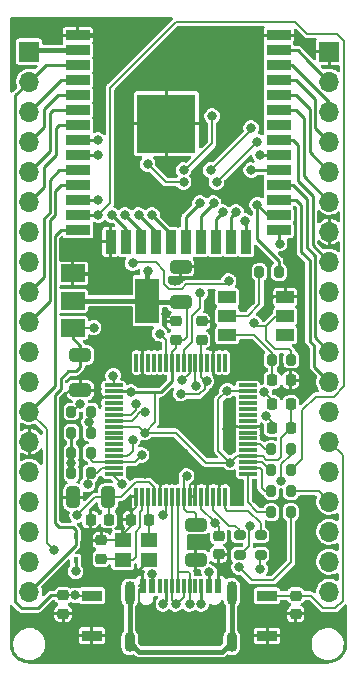
<source format=gbr>
%TF.GenerationSoftware,KiCad,Pcbnew,5.99.0-unknown-f7b20611c1~106~ubuntu20.04.1*%
%TF.CreationDate,2021-01-06T18:34:37-03:00*%
%TF.ProjectId,lisa32,6c697361-3332-42e6-9b69-6361645f7063,rev?*%
%TF.SameCoordinates,Original*%
%TF.FileFunction,Copper,L1,Top*%
%TF.FilePolarity,Positive*%
%FSLAX46Y46*%
G04 Gerber Fmt 4.6, Leading zero omitted, Abs format (unit mm)*
G04 Created by KiCad (PCBNEW 5.99.0-unknown-f7b20611c1~106~ubuntu20.04.1) date 2021-01-06 18:34:37*
%MOMM*%
%LPD*%
G01*
G04 APERTURE LIST*
G04 Aperture macros list*
%AMRoundRect*
0 Rectangle with rounded corners*
0 $1 Rounding radius*
0 $2 $3 $4 $5 $6 $7 $8 $9 X,Y pos of 4 corners*
0 Add a 4 corners polygon primitive as box body*
4,1,4,$2,$3,$4,$5,$6,$7,$8,$9,$2,$3,0*
0 Add four circle primitives for the rounded corners*
1,1,$1+$1,$2,$3,0*
1,1,$1+$1,$4,$5,0*
1,1,$1+$1,$6,$7,0*
1,1,$1+$1,$8,$9,0*
0 Add four rect primitives between the rounded corners*
20,1,$1+$1,$2,$3,$4,$5,0*
20,1,$1+$1,$4,$5,$6,$7,0*
20,1,$1+$1,$6,$7,$8,$9,0*
20,1,$1+$1,$8,$9,$2,$3,0*%
G04 Aperture macros list end*
%TA.AperFunction,SMDPad,CuDef*%
%ADD10R,2.000000X0.900000*%
%TD*%
%TA.AperFunction,SMDPad,CuDef*%
%ADD11R,0.900000X2.000000*%
%TD*%
%TA.AperFunction,SMDPad,CuDef*%
%ADD12R,5.000000X5.000000*%
%TD*%
%TA.AperFunction,SMDPad,CuDef*%
%ADD13RoundRect,0.250000X0.650000X-0.325000X0.650000X0.325000X-0.650000X0.325000X-0.650000X-0.325000X0*%
%TD*%
%TA.AperFunction,SMDPad,CuDef*%
%ADD14RoundRect,0.200000X0.200000X0.275000X-0.200000X0.275000X-0.200000X-0.275000X0.200000X-0.275000X0*%
%TD*%
%TA.AperFunction,SMDPad,CuDef*%
%ADD15R,1.500000X1.000000*%
%TD*%
%TA.AperFunction,SMDPad,CuDef*%
%ADD16R,0.600000X1.160000*%
%TD*%
%TA.AperFunction,SMDPad,CuDef*%
%ADD17R,0.300000X1.160000*%
%TD*%
%TA.AperFunction,ComponentPad*%
%ADD18O,0.900000X1.700000*%
%TD*%
%TA.AperFunction,ComponentPad*%
%ADD19O,0.900000X2.000000*%
%TD*%
%TA.AperFunction,SMDPad,CuDef*%
%ADD20RoundRect,0.200000X-0.200000X-0.275000X0.200000X-0.275000X0.200000X0.275000X-0.200000X0.275000X0*%
%TD*%
%TA.AperFunction,SMDPad,CuDef*%
%ADD21R,0.450000X0.600000*%
%TD*%
%TA.AperFunction,ComponentPad*%
%ADD22R,1.700000X1.700000*%
%TD*%
%TA.AperFunction,ComponentPad*%
%ADD23O,1.700000X1.700000*%
%TD*%
%TA.AperFunction,SMDPad,CuDef*%
%ADD24RoundRect,0.250000X-0.650000X0.325000X-0.650000X-0.325000X0.650000X-0.325000X0.650000X0.325000X0*%
%TD*%
%TA.AperFunction,SMDPad,CuDef*%
%ADD25RoundRect,0.075000X0.075000X-0.700000X0.075000X0.700000X-0.075000X0.700000X-0.075000X-0.700000X0*%
%TD*%
%TA.AperFunction,SMDPad,CuDef*%
%ADD26RoundRect,0.075000X0.700000X-0.075000X0.700000X0.075000X-0.700000X0.075000X-0.700000X-0.075000X0*%
%TD*%
%TA.AperFunction,SMDPad,CuDef*%
%ADD27RoundRect,0.218750X-0.218750X-0.256250X0.218750X-0.256250X0.218750X0.256250X-0.218750X0.256250X0*%
%TD*%
%TA.AperFunction,SMDPad,CuDef*%
%ADD28RoundRect,0.225000X-0.225000X-0.250000X0.225000X-0.250000X0.225000X0.250000X-0.225000X0.250000X0*%
%TD*%
%TA.AperFunction,SMDPad,CuDef*%
%ADD29RoundRect,0.225000X-0.250000X0.225000X-0.250000X-0.225000X0.250000X-0.225000X0.250000X0.225000X0*%
%TD*%
%TA.AperFunction,SMDPad,CuDef*%
%ADD30RoundRect,0.225000X0.225000X0.250000X-0.225000X0.250000X-0.225000X-0.250000X0.225000X-0.250000X0*%
%TD*%
%TA.AperFunction,SMDPad,CuDef*%
%ADD31R,1.700000X0.900000*%
%TD*%
%TA.AperFunction,SMDPad,CuDef*%
%ADD32RoundRect,0.225000X0.250000X-0.225000X0.250000X0.225000X-0.250000X0.225000X-0.250000X-0.225000X0*%
%TD*%
%TA.AperFunction,SMDPad,CuDef*%
%ADD33RoundRect,0.200000X-0.275000X0.200000X-0.275000X-0.200000X0.275000X-0.200000X0.275000X0.200000X0*%
%TD*%
%TA.AperFunction,SMDPad,CuDef*%
%ADD34RoundRect,0.200000X0.275000X-0.200000X0.275000X0.200000X-0.275000X0.200000X-0.275000X-0.200000X0*%
%TD*%
%TA.AperFunction,SMDPad,CuDef*%
%ADD35R,2.000000X1.500000*%
%TD*%
%TA.AperFunction,SMDPad,CuDef*%
%ADD36R,2.000000X3.800000*%
%TD*%
%TA.AperFunction,SMDPad,CuDef*%
%ADD37R,1.400000X1.200000*%
%TD*%
%TA.AperFunction,SMDPad,CuDef*%
%ADD38RoundRect,0.250000X0.325000X0.650000X-0.325000X0.650000X-0.325000X-0.650000X0.325000X-0.650000X0*%
%TD*%
%TA.AperFunction,ViaPad*%
%ADD39C,0.800000*%
%TD*%
%TA.AperFunction,Conductor*%
%ADD40C,0.200000*%
%TD*%
%TA.AperFunction,Conductor*%
%ADD41C,0.250000*%
%TD*%
%TA.AperFunction,Conductor*%
%ADD42C,0.400000*%
%TD*%
G04 APERTURE END LIST*
D10*
%TO.P,U1,1,GND*%
%TO.N,GND*%
X6028800Y-4826000D03*
%TO.P,U1,2,VDD*%
%TO.N,+3V3*%
X6028800Y-6096000D03*
%TO.P,U1,3,EN*%
%TO.N,/EN*%
X6028800Y-7366000D03*
%TO.P,U1,4,SENSOR_VP*%
%TO.N,/SENSOR_VP*%
X6028800Y-8636000D03*
%TO.P,U1,5,SENSOR_VN*%
%TO.N,/SENSOR_VN*%
X6028800Y-9906000D03*
%TO.P,U1,6,IO34*%
%TO.N,/IO34*%
X6028800Y-11176000D03*
%TO.P,U1,7,IO35*%
%TO.N,/IO35*%
X6028800Y-12446000D03*
%TO.P,U1,8,IO32*%
%TO.N,/IO32*%
X6028800Y-13716000D03*
%TO.P,U1,9,IO33*%
%TO.N,/IO33*%
X6028800Y-14986000D03*
%TO.P,U1,10,IO25*%
%TO.N,/IO25*%
X6028800Y-16256000D03*
%TO.P,U1,11,IO26*%
%TO.N,/IO26*%
X6028800Y-17526000D03*
%TO.P,U1,12,IO27*%
%TO.N,/IO27*%
X6028800Y-18796000D03*
%TO.P,U1,13,IO14*%
%TO.N,/IO14*%
X6028800Y-20066000D03*
%TO.P,U1,14,IO12*%
%TO.N,/IO12*%
X6028800Y-21336000D03*
D11*
%TO.P,U1,15,GND*%
%TO.N,GND*%
X8813800Y-22336000D03*
%TO.P,U1,16,IO13*%
%TO.N,/IO13*%
X10083800Y-22336000D03*
%TO.P,U1,17,SHD/SD2*%
%TO.N,/SD2*%
X11353800Y-22336000D03*
%TO.P,U1,18,SWP/SD3*%
%TO.N,/SD3*%
X12623800Y-22336000D03*
%TO.P,U1,19,SCS/CMD*%
%TO.N,/CMD*%
X13893800Y-22336000D03*
%TO.P,U1,20,SCK/CLK*%
%TO.N,/CLK*%
X15163800Y-22336000D03*
%TO.P,U1,21,SDO/SD0*%
%TO.N,/SD0*%
X16433800Y-22336000D03*
%TO.P,U1,22,SDI/SD1*%
%TO.N,/SD1*%
X17703800Y-22336000D03*
%TO.P,U1,23,IO15*%
%TO.N,/IO15*%
X18973800Y-22336000D03*
%TO.P,U1,24,IO2*%
%TO.N,/IO2*%
X20243800Y-22336000D03*
D10*
%TO.P,U1,25,IO0*%
%TO.N,/IO0*%
X23028800Y-21336000D03*
%TO.P,U1,26,IO4*%
%TO.N,/IO4*%
X23028800Y-20066000D03*
%TO.P,U1,27,IO16*%
%TO.N,/IO16*%
X23028800Y-18796000D03*
%TO.P,U1,28,IO17*%
%TO.N,/IO17*%
X23028800Y-17526000D03*
%TO.P,U1,29,IO5*%
%TO.N,/IO5*%
X23028800Y-16256000D03*
%TO.P,U1,30,IO18*%
%TO.N,/IO18*%
X23028800Y-14986000D03*
%TO.P,U1,31,IO19*%
%TO.N,/IO19*%
X23028800Y-13716000D03*
%TO.P,U1,32*%
%TO.N,N/C*%
X23028800Y-12446000D03*
%TO.P,U1,33,IO21*%
%TO.N,/IO21*%
X23028800Y-11176000D03*
%TO.P,U1,34,RXD0/IO3*%
%TO.N,/RXD0*%
X23028800Y-9906000D03*
%TO.P,U1,35,TXD0/IO1*%
%TO.N,/TXD0*%
X23028800Y-8636000D03*
%TO.P,U1,36,IO22*%
%TO.N,/IO22*%
X23028800Y-7366000D03*
%TO.P,U1,37,IO23*%
%TO.N,/IO23*%
X23028800Y-6096000D03*
%TO.P,U1,38,GND*%
%TO.N,GND*%
X23028800Y-4826000D03*
D12*
%TO.P,U1,39,GND*%
X13528800Y-12326000D03*
%TD*%
D13*
%TO.P,C2,1*%
%TO.N,+3V3*%
X14732000Y-27383000D03*
%TO.P,C2,2*%
%TO.N,GND*%
X14732000Y-24433000D03*
%TD*%
D14*
%TO.P,R22,1*%
%TO.N,+5V*%
X24091400Y-32308800D03*
%TO.P,R22,2*%
%TO.N,Net-(C23-Pad1)*%
X22441400Y-32308800D03*
%TD*%
D15*
%TO.P,D5,1,DOUT*%
%TO.N,no_connect_75*%
X18682800Y-27000400D03*
%TO.P,D5,2,DIN*%
%TO.N,Net-(D5-Pad2)*%
X18682800Y-28600400D03*
%TO.P,D5,3,VCC*%
%TO.N,Net-(C23-Pad1)*%
X18682800Y-30200400D03*
%TO.P,D5,4*%
%TO.N,N/C*%
X23582800Y-30200400D03*
%TO.P,D5,5,VDD*%
%TO.N,+5V*%
X23582800Y-28600400D03*
%TO.P,D5,6,VSS*%
%TO.N,GND*%
X23582800Y-27000400D03*
%TD*%
D16*
%TO.P,J1,A1,GND*%
%TO.N,GND*%
X11532000Y-51465000D03*
%TO.P,J1,A4,VBUS*%
%TO.N,/VBUS*%
X12332000Y-51465000D03*
D17*
%TO.P,J1,A5,CC1*%
%TO.N,Net-(J1-PadA5)*%
X13482000Y-51465000D03*
%TO.P,J1,A6,D+*%
%TO.N,/USB_D+*%
X14482000Y-51465000D03*
%TO.P,J1,A7,D-*%
%TO.N,/USB_D-*%
X14982000Y-51465000D03*
%TO.P,J1,A8,SBU1*%
%TO.N,no_connect_76*%
X15982000Y-51465000D03*
D16*
%TO.P,J1,A9,VBUS*%
%TO.N,/VBUS*%
X17132000Y-51465000D03*
%TO.P,J1,A12,GND*%
%TO.N,GND*%
X17932000Y-51465000D03*
%TO.P,J1,B1,GND*%
X17932000Y-51465000D03*
%TO.P,J1,B4,VBUS*%
%TO.N,/VBUS*%
X17132000Y-51465000D03*
D17*
%TO.P,J1,B5,CC2*%
%TO.N,Net-(J1-PadB5)*%
X16482000Y-51465000D03*
%TO.P,J1,B6,D+*%
%TO.N,/USB_D+*%
X15482000Y-51465000D03*
%TO.P,J1,B7,D-*%
%TO.N,/USB_D-*%
X13982000Y-51465000D03*
%TO.P,J1,B8,SBU2*%
%TO.N,no_connect_77*%
X12982000Y-51465000D03*
D16*
%TO.P,J1,B9,VBUS*%
%TO.N,/VBUS*%
X12332000Y-51465000D03*
%TO.P,J1,B12,GND*%
%TO.N,GND*%
X11532000Y-51465000D03*
D18*
%TO.P,J1,S1,SHIELD*%
%TO.N,Net-(J1-PadS1)*%
X19052000Y-56215000D03*
X10412000Y-56215000D03*
D19*
X19052000Y-52045000D03*
X10412000Y-52045000D03*
%TD*%
D20*
%TO.P,R16,1*%
%TO.N,+3V3*%
X5474200Y-38481000D03*
%TO.P,R16,2*%
%TO.N,Net-(R15-Pad2)*%
X7124200Y-38481000D03*
%TD*%
%TO.P,R8,1*%
%TO.N,/TDI*%
X22416000Y-45212000D03*
%TO.P,R8,2*%
%TO.N,/IO12*%
X24066000Y-45212000D03*
%TD*%
D21*
%TO.P,D1,1,K*%
%TO.N,+5V*%
X5842000Y-47210000D03*
%TO.P,D1,2,A*%
%TO.N,/VBUS*%
X5842000Y-49310000D03*
%TD*%
D20*
%TO.P,R13,1*%
%TO.N,+3V3*%
X5474200Y-41910000D03*
%TO.P,R13,2*%
%TO.N,/USB to JTAG + UART/EECS*%
X7124200Y-41910000D03*
%TD*%
D22*
%TO.P,J3,1,Pin_1*%
%TO.N,GND*%
X27305000Y-6223000D03*
D23*
%TO.P,J3,2,Pin_2*%
%TO.N,/IO23*%
X27305000Y-8763000D03*
%TO.P,J3,3,Pin_3*%
%TO.N,/IO22*%
X27305000Y-11303000D03*
%TO.P,J3,4,Pin_4*%
%TO.N,/TXD0*%
X27305000Y-13843000D03*
%TO.P,J3,5,Pin_5*%
%TO.N,/RXD0*%
X27305000Y-16383000D03*
%TO.P,J3,6,Pin_6*%
%TO.N,/IO21*%
X27305000Y-18923000D03*
%TO.P,J3,7,Pin_7*%
%TO.N,GND*%
X27305000Y-21463000D03*
%TO.P,J3,8,Pin_8*%
%TO.N,/IO19*%
X27305000Y-24003000D03*
%TO.P,J3,9,Pin_9*%
%TO.N,/IO18*%
X27305000Y-26543000D03*
%TO.P,J3,10,Pin_10*%
%TO.N,/IO5*%
X27305000Y-29083000D03*
%TO.P,J3,11,Pin_11*%
%TO.N,/IO17*%
X27305000Y-31623000D03*
%TO.P,J3,12,Pin_12*%
%TO.N,/IO16*%
X27305000Y-34163000D03*
%TO.P,J3,13,Pin_13*%
%TO.N,/IO4*%
X27305000Y-36703000D03*
%TO.P,J3,14,Pin_14*%
%TO.N,/IO0*%
X27305000Y-39243000D03*
%TO.P,J3,15,Pin_15*%
%TO.N,/IO2*%
X27305000Y-41783000D03*
%TO.P,J3,16,Pin_16*%
%TO.N,/IO15*%
X27305000Y-44323000D03*
%TO.P,J3,17,Pin_17*%
%TO.N,/SD1*%
X27305000Y-46863000D03*
%TO.P,J3,18,Pin_18*%
%TO.N,/SD0*%
X27305000Y-49403000D03*
%TO.P,J3,19,Pin_19*%
%TO.N,/CLK*%
X27305000Y-51943000D03*
%TD*%
D24*
%TO.P,C1,1*%
%TO.N,+5V*%
X6223000Y-31926000D03*
%TO.P,C1,2*%
%TO.N,GND*%
X6223000Y-34876000D03*
%TD*%
D20*
%TO.P,R9,1*%
%TO.N,/TDO*%
X22416000Y-43434000D03*
%TO.P,R9,2*%
%TO.N,/IO15*%
X24066000Y-43434000D03*
%TD*%
D22*
%TO.P,J2,1,Pin_1*%
%TO.N,+3V3*%
X1905000Y-6223000D03*
D23*
%TO.P,J2,2,Pin_2*%
%TO.N,/EN*%
X1905000Y-8763000D03*
%TO.P,J2,3,Pin_3*%
%TO.N,/SENSOR_VP*%
X1905000Y-11303000D03*
%TO.P,J2,4,Pin_4*%
%TO.N,/SENSOR_VN*%
X1905000Y-13843000D03*
%TO.P,J2,5,Pin_5*%
%TO.N,/IO34*%
X1905000Y-16383000D03*
%TO.P,J2,6,Pin_6*%
%TO.N,/IO35*%
X1905000Y-18923000D03*
%TO.P,J2,7,Pin_7*%
%TO.N,/IO32*%
X1905000Y-21463000D03*
%TO.P,J2,8,Pin_8*%
%TO.N,/IO33*%
X1905000Y-24003000D03*
%TO.P,J2,9,Pin_9*%
%TO.N,/IO25*%
X1905000Y-26543000D03*
%TO.P,J2,10,Pin_10*%
%TO.N,/IO26*%
X1905000Y-29083000D03*
%TO.P,J2,11,Pin_11*%
%TO.N,/IO27*%
X1905000Y-31623000D03*
%TO.P,J2,12,Pin_12*%
%TO.N,/IO14*%
X1905000Y-34163000D03*
%TO.P,J2,13,Pin_13*%
%TO.N,/IO12*%
X1905000Y-36703000D03*
%TO.P,J2,14,Pin_14*%
%TO.N,GND*%
X1905000Y-39243000D03*
%TO.P,J2,15,Pin_15*%
%TO.N,/IO13*%
X1905000Y-41783000D03*
%TO.P,J2,16,Pin_16*%
%TO.N,/SD2*%
X1905000Y-44323000D03*
%TO.P,J2,17,Pin_17*%
%TO.N,/SD3*%
X1905000Y-46863000D03*
%TO.P,J2,18,Pin_18*%
%TO.N,/CMD*%
X1905000Y-49403000D03*
%TO.P,J2,19,Pin_19*%
%TO.N,+5V*%
X1905000Y-51943000D03*
%TD*%
D25*
%TO.P,U2,1,GND*%
%TO.N,GND*%
X10982000Y-43902000D03*
%TO.P,U2,2,OSCI*%
%TO.N,Net-(C8-Pad2)*%
X11482000Y-43902000D03*
%TO.P,U2,3,OSCO*%
%TO.N,Net-(C9-Pad2)*%
X11982000Y-43902000D03*
%TO.P,U2,4,VPHY*%
%TO.N,/USB to JTAG + UART/VPHY*%
X12482000Y-43902000D03*
%TO.P,U2,5,GND*%
%TO.N,GND*%
X12982000Y-43902000D03*
%TO.P,U2,6,REF*%
%TO.N,Net-(R17-Pad2)*%
X13482000Y-43902000D03*
%TO.P,U2,7,DM*%
%TO.N,/USB_D-*%
X13982000Y-43902000D03*
%TO.P,U2,8,DP*%
%TO.N,/USB_D+*%
X14482000Y-43902000D03*
%TO.P,U2,9,VPLL*%
%TO.N,/USB to JTAG + UART/VPLL*%
X14982000Y-43902000D03*
%TO.P,U2,10,AGND*%
%TO.N,GND*%
X15482000Y-43902000D03*
%TO.P,U2,11,GND*%
X15982000Y-43902000D03*
%TO.P,U2,12,VCORE*%
%TO.N,/USB to JTAG + UART/VREG*%
X16482000Y-43902000D03*
%TO.P,U2,13,TEST*%
%TO.N,GND*%
X16982000Y-43902000D03*
%TO.P,U2,14,~RESET*%
%TO.N,Net-(R18-Pad2)*%
X17482000Y-43902000D03*
%TO.P,U2,15,GND*%
%TO.N,GND*%
X17982000Y-43902000D03*
%TO.P,U2,16,ADBUS0*%
%TO.N,/TCK*%
X18482000Y-43902000D03*
D26*
%TO.P,U2,17,ADBUS1*%
%TO.N,/TDI*%
X20407000Y-41977000D03*
%TO.P,U2,18,ADBUS2*%
%TO.N,/TDO*%
X20407000Y-41477000D03*
%TO.P,U2,19,ADBUS3*%
%TO.N,/TMS*%
X20407000Y-40977000D03*
%TO.P,U2,20,VCCIO*%
%TO.N,+3V3*%
X20407000Y-40477000D03*
%TO.P,U2,21,ADBUS4*%
%TO.N,no_connect_78*%
X20407000Y-39977000D03*
%TO.P,U2,22,ADBUS5*%
%TO.N,/~TRST*%
X20407000Y-39477000D03*
%TO.P,U2,23,ADBUS6*%
%TO.N,no_connect_79*%
X20407000Y-38977000D03*
%TO.P,U2,24,ADBUS7*%
%TO.N,no_connect_80*%
X20407000Y-38477000D03*
%TO.P,U2,25,GND*%
%TO.N,GND*%
X20407000Y-37977000D03*
%TO.P,U2,26,ACBUS0*%
%TO.N,no_connect_81*%
X20407000Y-37477000D03*
%TO.P,U2,27,ACBUS1*%
%TO.N,no_connect_82*%
X20407000Y-36977000D03*
%TO.P,U2,28,ACBUS2*%
%TO.N,no_connect_83*%
X20407000Y-36477000D03*
%TO.P,U2,29,ACBUS3*%
%TO.N,no_connect_84*%
X20407000Y-35977000D03*
%TO.P,U2,30,ACBUS4*%
%TO.N,no_connect_85*%
X20407000Y-35477000D03*
%TO.P,U2,31,VCCIO*%
%TO.N,+3V3*%
X20407000Y-34977000D03*
%TO.P,U2,32,ACBUS5*%
%TO.N,no_connect_86*%
X20407000Y-34477000D03*
D25*
%TO.P,U2,33,ACBUS6*%
%TO.N,no_connect_87*%
X18482000Y-32552000D03*
%TO.P,U2,34,ACBUS7*%
%TO.N,no_connect_88*%
X17982000Y-32552000D03*
%TO.P,U2,35,GND*%
%TO.N,GND*%
X17482000Y-32552000D03*
%TO.P,U2,36,~SUSPEND*%
%TO.N,no_connect_89*%
X16982000Y-32552000D03*
%TO.P,U2,37,VCORE*%
%TO.N,/USB to JTAG + UART/VREG*%
X16482000Y-32552000D03*
%TO.P,U2,38,BDBUS0*%
%TO.N,/TXD*%
X15982000Y-32552000D03*
%TO.P,U2,39,BDBUS1*%
%TO.N,/RXD*%
X15482000Y-32552000D03*
%TO.P,U2,40,BDBUS2*%
%TO.N,/~RTS*%
X14982000Y-32552000D03*
%TO.P,U2,41,BDBUS3*%
%TO.N,/~CTS*%
X14482000Y-32552000D03*
%TO.P,U2,42,VCCIO*%
%TO.N,+3V3*%
X13982000Y-32552000D03*
%TO.P,U2,43,BDBUS4*%
%TO.N,/~DTR*%
X13482000Y-32552000D03*
%TO.P,U2,44,BDBUS5*%
%TO.N,/~DSR*%
X12982000Y-32552000D03*
%TO.P,U2,45,BDBUS6*%
%TO.N,/~DCD*%
X12482000Y-32552000D03*
%TO.P,U2,46,BDBUS7*%
%TO.N,/~RI*%
X11982000Y-32552000D03*
%TO.P,U2,47,GND*%
%TO.N,GND*%
X11482000Y-32552000D03*
%TO.P,U2,48,BCBUS0*%
%TO.N,no_connect_90*%
X10982000Y-32552000D03*
D26*
%TO.P,U2,49,VREGOUT*%
%TO.N,/USB to JTAG + UART/VREG*%
X9057000Y-34477000D03*
%TO.P,U2,50,VREGIN*%
%TO.N,+3V3*%
X9057000Y-34977000D03*
%TO.P,U2,51,GND*%
%TO.N,GND*%
X9057000Y-35477000D03*
%TO.P,U2,52,BCBUS1*%
%TO.N,no_connect_91*%
X9057000Y-35977000D03*
%TO.P,U2,53,BCBUS2*%
%TO.N,no_connect_92*%
X9057000Y-36477000D03*
%TO.P,U2,54,BCBUS3*%
%TO.N,/USB to JTAG + UART/~RXLED*%
X9057000Y-36977000D03*
%TO.P,U2,55,BCBUS4*%
%TO.N,/USB to JTAG + UART/~TXLED*%
X9057000Y-37477000D03*
%TO.P,U2,56,VCCIO*%
%TO.N,+3V3*%
X9057000Y-37977000D03*
%TO.P,U2,57,BCBUS5*%
%TO.N,no_connect_93*%
X9057000Y-38477000D03*
%TO.P,U2,58,BCBUS6*%
%TO.N,no_connect_94*%
X9057000Y-38977000D03*
%TO.P,U2,59,BCBUS7*%
%TO.N,no_connect_95*%
X9057000Y-39477000D03*
%TO.P,U2,60,~PWREN*%
%TO.N,no_connect_96*%
X9057000Y-39977000D03*
%TO.P,U2,61,EEDATA*%
%TO.N,/USB to JTAG + UART/EEDATA*%
X9057000Y-40477000D03*
%TO.P,U2,62,EECLK*%
%TO.N,/USB to JTAG + UART/EECLK*%
X9057000Y-40977000D03*
%TO.P,U2,63,EECS*%
%TO.N,/USB to JTAG + UART/EECS*%
X9057000Y-41477000D03*
%TO.P,U2,64,VCORE*%
%TO.N,/USB to JTAG + UART/VREG*%
X9057000Y-41977000D03*
%TD*%
D14*
%TO.P,R23,1*%
%TO.N,/IO4*%
X23050000Y-24892000D03*
%TO.P,R23,2*%
%TO.N,Net-(D5-Pad2)*%
X21400000Y-24892000D03*
%TD*%
D27*
%TO.P,D3,1,K*%
%TO.N,Net-(D3-Pad1)*%
X22478900Y-36068000D03*
%TO.P,D3,2,A*%
%TO.N,+3V3*%
X24053900Y-36068000D03*
%TD*%
D28*
%TO.P,C23,1*%
%TO.N,Net-(C23-Pad1)*%
X22491400Y-34036000D03*
%TO.P,C23,2*%
%TO.N,GND*%
X24041400Y-34036000D03*
%TD*%
D24*
%TO.P,C6,1*%
%TO.N,/USB to JTAG + UART/VPLL*%
X16002000Y-46277000D03*
%TO.P,C6,2*%
%TO.N,GND*%
X16002000Y-49227000D03*
%TD*%
D27*
%TO.P,D4,1,K*%
%TO.N,Net-(D4-Pad1)*%
X22478900Y-38100000D03*
%TO.P,D4,2,A*%
%TO.N,+3V3*%
X24053900Y-38100000D03*
%TD*%
D29*
%TO.P,C13,1*%
%TO.N,/USB to JTAG + UART/VREG*%
X17940000Y-47231000D03*
%TO.P,C13,2*%
%TO.N,GND*%
X17940000Y-48781000D03*
%TD*%
D30*
%TO.P,C12,1*%
%TO.N,/USB to JTAG + UART/VPHY*%
X8649000Y-45847000D03*
%TO.P,C12,2*%
%TO.N,GND*%
X7099000Y-45847000D03*
%TD*%
D31*
%TO.P,SW1,1,1*%
%TO.N,GND*%
X22047200Y-55700400D03*
%TO.P,SW1,2,2*%
%TO.N,/IO0*%
X22047200Y-52300400D03*
%TD*%
D28*
%TO.P,C9,1*%
%TO.N,GND*%
X10528000Y-45847000D03*
%TO.P,C9,2*%
%TO.N,Net-(C9-Pad2)*%
X12078000Y-45847000D03*
%TD*%
D32*
%TO.P,C18,1*%
%TO.N,+3V3*%
X14325600Y-30620000D03*
%TO.P,C18,2*%
%TO.N,GND*%
X14325600Y-29070000D03*
%TD*%
D31*
%TO.P,SW2,1,1*%
%TO.N,GND*%
X7213600Y-55675000D03*
%TO.P,SW2,2,2*%
%TO.N,/EN*%
X7213600Y-52275000D03*
%TD*%
D33*
%TO.P,R11,1*%
%TO.N,/TCK*%
X21496000Y-47181000D03*
%TO.P,R11,2*%
%TO.N,/IO13*%
X21496000Y-48831000D03*
%TD*%
D20*
%TO.P,R12,1*%
%TO.N,/~TRST*%
X22416000Y-39878000D03*
%TO.P,R12,2*%
%TO.N,/EN*%
X24066000Y-39878000D03*
%TD*%
%TO.P,R15,1*%
%TO.N,/USB to JTAG + UART/EEDATA*%
X5474200Y-36703000D03*
%TO.P,R15,2*%
%TO.N,Net-(R15-Pad2)*%
X7124200Y-36703000D03*
%TD*%
D32*
%TO.P,C14,1*%
%TO.N,/USB to JTAG + UART/VREG*%
X16510000Y-30620000D03*
%TO.P,C14,2*%
%TO.N,GND*%
X16510000Y-29070000D03*
%TD*%
%TO.P,C4,1*%
%TO.N,GND*%
X4775200Y-53810200D03*
%TO.P,C4,2*%
%TO.N,/EN*%
X4775200Y-52260200D03*
%TD*%
D20*
%TO.P,R14,1*%
%TO.N,+3V3*%
X5474200Y-40182800D03*
%TO.P,R14,2*%
%TO.N,/USB to JTAG + UART/EECLK*%
X7124200Y-40182800D03*
%TD*%
D34*
%TO.P,R18,1*%
%TO.N,+3V3*%
X19718000Y-48831000D03*
%TO.P,R18,2*%
%TO.N,Net-(R18-Pad2)*%
X19718000Y-47181000D03*
%TD*%
D35*
%TO.P,U3,1,GND*%
%TO.N,GND*%
X5613000Y-25005000D03*
D36*
%TO.P,U3,2,VO*%
%TO.N,+3V3*%
X11913000Y-27305000D03*
D35*
X5613000Y-27305000D03*
%TO.P,U3,3,VI*%
%TO.N,+5V*%
X5613000Y-29605000D03*
%TD*%
D29*
%TO.P,C8,1*%
%TO.N,GND*%
X8001000Y-47612000D03*
%TO.P,C8,2*%
%TO.N,Net-(C8-Pad2)*%
X8001000Y-49162000D03*
%TD*%
D32*
%TO.P,C3,1*%
%TO.N,GND*%
X24485600Y-53835600D03*
%TO.P,C3,2*%
%TO.N,/IO0*%
X24485600Y-52285600D03*
%TD*%
D20*
%TO.P,R10,1*%
%TO.N,/TMS*%
X22416000Y-41656000D03*
%TO.P,R10,2*%
%TO.N,/IO14*%
X24066000Y-41656000D03*
%TD*%
D37*
%TO.P,Y1,1,1*%
%TO.N,Net-(C9-Pad2)*%
X12022000Y-47558999D03*
%TO.P,Y1,2,2*%
%TO.N,GND*%
X9822000Y-47558999D03*
%TO.P,Y1,3,3*%
%TO.N,Net-(C8-Pad2)*%
X9822000Y-49258999D03*
%TO.P,Y1,4,4*%
%TO.N,GND*%
X12022000Y-49258999D03*
%TD*%
D38*
%TO.P,C10,1*%
%TO.N,/USB to JTAG + UART/VPHY*%
X8587000Y-43942000D03*
%TO.P,C10,2*%
%TO.N,GND*%
X5637000Y-43942000D03*
%TD*%
D39*
%TO.N,GND*%
X7620000Y-50915400D03*
X13513002Y-28448000D03*
X17551400Y-24409400D03*
X15036800Y-40233600D03*
X14986000Y-55753000D03*
X8763000Y-25019000D03*
X14655800Y-7264400D03*
X6985000Y-53594000D03*
X19977425Y-27825375D03*
X20294600Y-31242000D03*
X12420600Y-7289800D03*
X8509000Y-4826000D03*
X9751601Y-44896000D03*
X17018000Y-42291000D03*
X14274800Y-25628600D03*
X11734800Y-41960800D03*
X4114800Y-3962400D03*
X21463000Y-44221400D03*
X15798800Y-47752000D03*
X23977600Y-55676800D03*
X15011400Y-38150800D03*
X9017000Y-28194000D03*
X18694400Y-38201600D03*
X6807200Y-47650400D03*
X18389600Y-50063400D03*
X18821400Y-36550600D03*
%TO.N,+5V*%
X10668000Y-24130000D03*
X7366000Y-29591000D03*
X20955000Y-29210000D03*
X18796000Y-25654000D03*
%TO.N,+3V3*%
X18669000Y-34925000D03*
X5474200Y-41034200D03*
X11938000Y-24765000D03*
X10541000Y-35052000D03*
X18923000Y-41021000D03*
X11684000Y-38481000D03*
X20574000Y-46355000D03*
%TO.N,Net-(J1-PadA5)*%
X13258800Y-52984400D03*
%TO.N,/IO0*%
X23114000Y-22479000D03*
%TO.N,/EN*%
X5778200Y-52260200D03*
X23241000Y-42545000D03*
%TO.N,/USB to JTAG + UART/VPLL*%
X15240000Y-42164000D03*
%TO.N,Net-(J1-PadB5)*%
X16482577Y-52984274D03*
%TO.N,/USB to JTAG + UART/VPHY*%
X5969000Y-45466000D03*
%TO.N,/USB to JTAG + UART/VREG*%
X9017000Y-33655000D03*
X16920922Y-34149556D03*
X9753600Y-42824400D03*
X14732000Y-35179000D03*
X17602525Y-46151475D03*
%TO.N,/VBUS*%
X5842000Y-50241200D03*
X12319000Y-50458998D03*
X17145000Y-50292000D03*
%TO.N,/USB_D-*%
X14325600Y-52984400D03*
%TO.N,/USB_D+*%
X15482590Y-52989672D03*
%TO.N,Net-(D3-Pad1)*%
X21818600Y-35052000D03*
%TO.N,Net-(D4-Pad1)*%
X21969026Y-37089360D03*
%TO.N,/USB to JTAG + UART/~TXLED*%
X11690223Y-36768000D03*
%TO.N,/CMD*%
X12319000Y-20066000D03*
%TO.N,/SD3*%
X11176000Y-20066000D03*
%TO.N,/SD2*%
X10033000Y-20066000D03*
%TO.N,/IO13*%
X21463000Y-50038000D03*
X8890000Y-20066000D03*
%TO.N,/IO12*%
X4038600Y-48437800D03*
X19659600Y-49885600D03*
%TO.N,/IO14*%
X7747000Y-20066000D03*
%TO.N,/IO27*%
X7747000Y-18796000D03*
%TO.N,/IO33*%
X7747000Y-14986000D03*
%TO.N,/IO32*%
X7747000Y-13716000D03*
%TO.N,/CLK*%
X16383000Y-19050000D03*
%TO.N,/SD0*%
X17526000Y-19050000D03*
%TO.N,/SD1*%
X18288000Y-19812000D03*
%TO.N,/IO15*%
X19431000Y-19812000D03*
%TO.N,/IO2*%
X20193000Y-20574000D03*
%TO.N,/IO4*%
X21209000Y-19177000D03*
%TO.N,/IO5*%
X20701000Y-16256000D03*
%TO.N,/IO18*%
X21463000Y-14986000D03*
%TO.N,/~RTS*%
X11938000Y-15748000D03*
X16383000Y-26670000D03*
X14986000Y-17272000D03*
%TO.N,/~DTR*%
X14986000Y-16256000D03*
X17399000Y-11684000D03*
X12954000Y-30099000D03*
%TO.N,/TXD*%
X17780000Y-17272000D03*
X21209000Y-13843000D03*
X16002000Y-34544000D03*
%TO.N,/RXD*%
X20701000Y-12700000D03*
X14859000Y-34036000D03*
X17272000Y-16256000D03*
%TO.N,/USB to JTAG + UART/EECS*%
X6858000Y-42867000D03*
%TO.N,/USB to JTAG + UART/EECLK*%
X11430000Y-40386000D03*
%TO.N,Net-(R15-Pad2)*%
X6985000Y-37592000D03*
%TO.N,/USB to JTAG + UART/EEDATA*%
X10668000Y-39116000D03*
X6220076Y-36050999D03*
%TO.N,Net-(R17-Pad2)*%
X13208000Y-45466000D03*
%TO.N,/USB to JTAG + UART/~RXLED*%
X10922000Y-36068000D03*
%TD*%
D40*
%TO.N,GND*%
X14732000Y-25171400D02*
X14274800Y-25628600D01*
X10785799Y-50495200D02*
X10561019Y-50719980D01*
X12982000Y-41960800D02*
X12982000Y-43902000D01*
D41*
X7815420Y-50719980D02*
X7620000Y-50915400D01*
X8001000Y-47612000D02*
X6845600Y-47612000D01*
D40*
X17982000Y-42747000D02*
X17526000Y-42291000D01*
X10982000Y-44771000D02*
X10528000Y-45225000D01*
X11734800Y-41960800D02*
X13309600Y-41960800D01*
X11176000Y-52832000D02*
X11176000Y-54102000D01*
X11734800Y-41960800D02*
X12982000Y-41960800D01*
X13309600Y-41960800D02*
X15036800Y-40233600D01*
X9057000Y-35477000D02*
X8121200Y-35477000D01*
X15482000Y-43902000D02*
X15482000Y-42938000D01*
X7520200Y-34876000D02*
X6223000Y-34876000D01*
X20407000Y-37977000D02*
X18919000Y-37977000D01*
X10528000Y-45199000D02*
X10225000Y-44896000D01*
X4749800Y-43967400D02*
X5611600Y-43967400D01*
X24485600Y-53835600D02*
X24485600Y-55168800D01*
X24485600Y-55168800D02*
X23977600Y-55676800D01*
X14325600Y-29070000D02*
X14135002Y-29070000D01*
X12192000Y-55118000D02*
X12827000Y-55753000D01*
X17482000Y-31223400D02*
X17500600Y-31242000D01*
X17526000Y-42291000D02*
X17018000Y-42291000D01*
X15982000Y-43902000D02*
X15982000Y-42779000D01*
D41*
X10561019Y-50719980D02*
X7815420Y-50719980D01*
D40*
X13528800Y-12326000D02*
X13528800Y-8398000D01*
X10528000Y-46368000D02*
X9822000Y-47074000D01*
X6028800Y-3996800D02*
X5664200Y-3632200D01*
X6028800Y-4826000D02*
X6028800Y-3996800D01*
D42*
X6028800Y-4826000D02*
X8509000Y-4826000D01*
D40*
X15982000Y-42438000D02*
X16129000Y-42291000D01*
X17527800Y-24433000D02*
X17551400Y-24409400D01*
X17982000Y-43902000D02*
X17982000Y-42747000D01*
X17482000Y-29242200D02*
X17309800Y-29070000D01*
X4546600Y-35687000D02*
X4546600Y-43764200D01*
X11532000Y-51465000D02*
X11532000Y-50597200D01*
X11532000Y-50597200D02*
X11430000Y-50495200D01*
X17309800Y-29070000D02*
X16510000Y-29070000D01*
X11532000Y-51465000D02*
X11176000Y-51821000D01*
X13528800Y-8398000D02*
X12420600Y-7289800D01*
X10528000Y-45847000D02*
X10528000Y-45199000D01*
D41*
X6845600Y-47612000D02*
X6807200Y-47650400D01*
D40*
X10225000Y-44896000D02*
X9751601Y-44896000D01*
X9822000Y-47074000D02*
X9822000Y-47558999D01*
D41*
X5613000Y-25005000D02*
X5627000Y-25019000D01*
D40*
X13528800Y-8391400D02*
X14655800Y-7264400D01*
X15641000Y-42779000D02*
X15982000Y-42779000D01*
X8001000Y-47612000D02*
X9768999Y-47612000D01*
X16129000Y-42291000D02*
X17018000Y-42291000D01*
X11176000Y-54102000D02*
X12192000Y-55118000D01*
X13528800Y-12326000D02*
X13528800Y-8391400D01*
X15982000Y-42779000D02*
X15982000Y-42438000D01*
X11176000Y-51821000D02*
X11176000Y-52832000D01*
X14732000Y-24433000D02*
X14732000Y-25171400D01*
X10982000Y-43902000D02*
X10982000Y-44771000D01*
D41*
X5627000Y-25019000D02*
X8763000Y-25019000D01*
D40*
X10528000Y-45225000D02*
X10528000Y-45847000D01*
X17482000Y-32552000D02*
X17482000Y-31223400D01*
X16982000Y-43902000D02*
X16982000Y-42327000D01*
D41*
X12022000Y-49258999D02*
X10561019Y-50719980D01*
D40*
X12827000Y-55753000D02*
X14986000Y-55753000D01*
X17500600Y-31242000D02*
X20294600Y-31242000D01*
X18919000Y-37977000D02*
X18694400Y-38201600D01*
X4546600Y-43764200D02*
X4749800Y-43967400D01*
X11430000Y-50495200D02*
X10785799Y-50495200D01*
X9768999Y-47612000D02*
X9822000Y-47558999D01*
X16982000Y-42327000D02*
X17018000Y-42291000D01*
X15482000Y-42938000D02*
X15641000Y-42779000D01*
X5357600Y-34876000D02*
X4546600Y-35687000D01*
X5664200Y-3632200D02*
X4445000Y-3632200D01*
X5611600Y-43967400D02*
X5637000Y-43942000D01*
X8121200Y-35477000D02*
X7520200Y-34876000D01*
X14732000Y-24433000D02*
X17527800Y-24433000D01*
X14135002Y-29070000D02*
X13513002Y-28448000D01*
X6223000Y-34876000D02*
X5357600Y-34876000D01*
X4445000Y-3632200D02*
X4114800Y-3962400D01*
X17482000Y-31223400D02*
X17482000Y-29242200D01*
X10528000Y-45847000D02*
X10528000Y-46368000D01*
%TO.N,+5V*%
X12634989Y-24064989D02*
X10733011Y-24064989D01*
X13335000Y-24765000D02*
X12634989Y-24064989D01*
D41*
X4064000Y-35306000D02*
X4572000Y-34798000D01*
D40*
X18796000Y-25654000D02*
X18516600Y-25933400D01*
X21971000Y-29464000D02*
X22834600Y-28600400D01*
X23876000Y-31369000D02*
X22733000Y-31369000D01*
D41*
X5842000Y-33274000D02*
X6223000Y-32893000D01*
X4572000Y-34798000D02*
X4572000Y-33909000D01*
X4445000Y-46482000D02*
X4064000Y-46101000D01*
X1905000Y-51943000D02*
X5842000Y-48006000D01*
X4064000Y-46101000D02*
X4064000Y-35306000D01*
X5613000Y-30505000D02*
X5613000Y-29605000D01*
X5842000Y-46736000D02*
X5588000Y-46482000D01*
D40*
X24091400Y-32308800D02*
X24091400Y-31584400D01*
X20955000Y-29210000D02*
X21209000Y-29464000D01*
D41*
X5588000Y-46482000D02*
X4445000Y-46482000D01*
X6223000Y-32893000D02*
X6223000Y-31926000D01*
D40*
X13335000Y-25908000D02*
X13335000Y-24765000D01*
D41*
X5842000Y-48006000D02*
X5842000Y-47210000D01*
D40*
X22733000Y-31369000D02*
X21971000Y-30607000D01*
X15214600Y-25933400D02*
X14819389Y-26328611D01*
D41*
X6223000Y-31115000D02*
X5613000Y-30505000D01*
X6223000Y-31926000D02*
X6223000Y-31115000D01*
D40*
X13755611Y-26328611D02*
X13335000Y-25908000D01*
X21209000Y-29464000D02*
X21971000Y-29464000D01*
D41*
X5842000Y-47210000D02*
X5842000Y-46736000D01*
D40*
X10733011Y-24064989D02*
X10668000Y-24130000D01*
X7352000Y-29605000D02*
X7366000Y-29591000D01*
X5613000Y-29605000D02*
X7352000Y-29605000D01*
X14819389Y-26328611D02*
X13755611Y-26328611D01*
X22834600Y-28600400D02*
X23582800Y-28600400D01*
X24091400Y-31584400D02*
X23876000Y-31369000D01*
X18516600Y-25933400D02*
X15214600Y-25933400D01*
D41*
X5207000Y-33274000D02*
X5842000Y-33274000D01*
D40*
X13335000Y-25908000D02*
X13335000Y-25400000D01*
X21971000Y-30607000D02*
X21971000Y-29464000D01*
D41*
X4572000Y-33909000D02*
X5207000Y-33274000D01*
D40*
%TO.N,+3V3*%
X20574000Y-46574040D02*
X20493020Y-46655020D01*
X14998400Y-30620000D02*
X15240000Y-30378400D01*
X20407000Y-40477000D02*
X19467000Y-40477000D01*
X17932400Y-40030400D02*
X17932400Y-35661600D01*
X13982000Y-32552000D02*
X13982000Y-31674500D01*
D41*
X12573000Y-35052000D02*
X13081000Y-35052000D01*
D40*
X13982000Y-31674500D02*
X14325600Y-31330900D01*
X23241000Y-40513000D02*
X22987000Y-40767000D01*
D41*
X10541000Y-35052000D02*
X12573000Y-35052000D01*
D40*
X19467000Y-40477000D02*
X18923000Y-41021000D01*
X15240000Y-27891000D02*
X14732000Y-27383000D01*
X21678357Y-40477000D02*
X20407000Y-40477000D01*
D42*
X11938000Y-24765000D02*
X11913000Y-24790000D01*
D41*
X5474200Y-41034200D02*
X5474200Y-40182800D01*
D40*
X21968357Y-40767000D02*
X21678357Y-40477000D01*
X18721000Y-34977000D02*
X18669000Y-34925000D01*
D41*
X13081000Y-35052000D02*
X13982000Y-34151000D01*
X2032000Y-6096000D02*
X1905000Y-6223000D01*
D40*
X24053900Y-38100000D02*
X23241000Y-38912900D01*
X20574000Y-46355000D02*
X20574000Y-46574040D01*
D41*
X13982000Y-34151000D02*
X13982000Y-32552000D01*
D40*
X18923000Y-41021000D02*
X17932400Y-40030400D01*
X16840200Y-41021000D02*
X14300200Y-38481000D01*
D41*
X10466000Y-34977000D02*
X10541000Y-35052000D01*
D40*
X23241000Y-38912900D02*
X23241000Y-40513000D01*
X14325600Y-31330900D02*
X14325600Y-30620000D01*
X22987000Y-40767000D02*
X21968357Y-40767000D01*
X11684000Y-38481000D02*
X12573000Y-37592000D01*
D41*
X5474200Y-41910000D02*
X5474200Y-41034200D01*
D42*
X6028800Y-6096000D02*
X2032000Y-6096000D01*
X11991000Y-27383000D02*
X11913000Y-27305000D01*
X14732000Y-27383000D02*
X13286000Y-27383000D01*
D40*
X20407000Y-34977000D02*
X18721000Y-34977000D01*
X20493020Y-46655020D02*
X20493020Y-48055980D01*
D42*
X11913000Y-24790000D02*
X11913000Y-27305000D01*
X13286000Y-27383000D02*
X11991000Y-27383000D01*
D40*
X17932400Y-35661600D02*
X18669000Y-34925000D01*
X12573000Y-37592000D02*
X12573000Y-35052000D01*
X15240000Y-30378400D02*
X15240000Y-27891000D01*
X9057000Y-37977000D02*
X11180000Y-37977000D01*
X20493020Y-48055980D02*
X19718000Y-48831000D01*
X11180000Y-37977000D02*
X11684000Y-38481000D01*
X14300200Y-38481000D02*
X11684000Y-38481000D01*
D41*
X9057000Y-34977000D02*
X10466000Y-34977000D01*
D42*
X5613000Y-27305000D02*
X11913000Y-27305000D01*
D41*
X5474200Y-38481000D02*
X5474200Y-40182800D01*
D40*
X14325600Y-30620000D02*
X14998400Y-30620000D01*
X18923000Y-41021000D02*
X16840200Y-41021000D01*
X24053900Y-36068000D02*
X24053900Y-38100000D01*
D41*
%TO.N,Net-(J1-PadA5)*%
X13482000Y-52761200D02*
X13482000Y-51465000D01*
X13258800Y-52984400D02*
X13482000Y-52761200D01*
D40*
%TO.N,/IO0*%
X22062000Y-52285600D02*
X24485600Y-52285600D01*
X28455011Y-52697989D02*
X27813000Y-53340000D01*
X26797000Y-53340000D02*
X25742600Y-52285600D01*
X27305000Y-39243000D02*
X28455011Y-40393011D01*
X28455011Y-40393011D02*
X28455011Y-52697989D01*
X22047200Y-52300400D02*
X22062000Y-52285600D01*
X27813000Y-53340000D02*
X26797000Y-53340000D01*
D41*
X23028800Y-22393800D02*
X23114000Y-22479000D01*
D40*
X25742600Y-52285600D02*
X24485600Y-52285600D01*
D41*
X23028800Y-21336000D02*
X23028800Y-22393800D01*
D40*
%TO.N,/EN*%
X24066000Y-40348400D02*
X24066000Y-39878000D01*
X7213600Y-52275000D02*
X5793000Y-52275000D01*
D41*
X2667000Y-53340000D02*
X3746800Y-52260200D01*
X1905000Y-8763000D02*
X729989Y-9938011D01*
D40*
X23241000Y-42545000D02*
X23241000Y-41173400D01*
D41*
X1270000Y-53340000D02*
X2667000Y-53340000D01*
X729989Y-52799989D02*
X1270000Y-53340000D01*
X3746800Y-52260200D02*
X4775200Y-52260200D01*
D40*
X23241000Y-41173400D02*
X24066000Y-40348400D01*
D41*
X729989Y-9938011D02*
X729989Y-52799989D01*
D40*
X4775200Y-52260200D02*
X5778200Y-52260200D01*
X5793000Y-52275000D02*
X5778200Y-52260200D01*
D41*
X6028800Y-7366000D02*
X3302000Y-7366000D01*
X3302000Y-7366000D02*
X1905000Y-8763000D01*
D40*
%TO.N,/USB to JTAG + UART/VPLL*%
X14982000Y-43902000D02*
X14982000Y-42422000D01*
X15875000Y-45212000D02*
X16002000Y-45339000D01*
X16002000Y-45339000D02*
X16002000Y-46277000D01*
X15240000Y-45212000D02*
X15875000Y-45212000D01*
X14982000Y-44954000D02*
X15240000Y-45212000D01*
X14982000Y-43902000D02*
X14982000Y-44954000D01*
X14982000Y-42422000D02*
X15240000Y-42164000D01*
%TO.N,Net-(C8-Pad2)*%
X10685001Y-49258999D02*
X9822000Y-49258999D01*
X9725001Y-49162000D02*
X9822000Y-49258999D01*
X11482000Y-43902000D02*
X11482000Y-45033000D01*
X11303000Y-46482000D02*
X10922000Y-46863000D01*
X11482000Y-45033000D02*
X11303000Y-45212000D01*
X11303000Y-45212000D02*
X11303000Y-46482000D01*
X10922000Y-46863000D02*
X10922000Y-49022000D01*
X10922000Y-49022000D02*
X10685001Y-49258999D01*
X8001000Y-49162000D02*
X9725001Y-49162000D01*
%TO.N,Net-(C9-Pad2)*%
X12022000Y-45903000D02*
X12078000Y-45847000D01*
X11982000Y-43902000D02*
X11982000Y-45751000D01*
X11982000Y-45751000D02*
X12078000Y-45847000D01*
X12022000Y-47558999D02*
X12022000Y-45903000D01*
D41*
%TO.N,Net-(J1-PadB5)*%
X16482000Y-51465000D02*
X16482000Y-52983697D01*
X16482000Y-52983697D02*
X16482577Y-52984274D01*
D42*
%TO.N,Net-(J1-PadS1)*%
X11220000Y-57023000D02*
X18244000Y-57023000D01*
X18244000Y-57023000D02*
X19052000Y-56215000D01*
X19052000Y-52045000D02*
X19052000Y-56215000D01*
X10412000Y-52045000D02*
X10412000Y-56215000D01*
X10412000Y-56215000D02*
X11220000Y-57023000D01*
D40*
%TO.N,/USB to JTAG + UART/VPHY*%
X10777677Y-42826980D02*
X10751662Y-42826980D01*
X10919211Y-42685446D02*
X10777677Y-42826980D01*
X10751662Y-42826980D02*
X10531980Y-43046662D01*
X7493000Y-43942000D02*
X8587000Y-43942000D01*
X12482000Y-43902000D02*
X12482000Y-43096640D01*
X8649000Y-44004000D02*
X8587000Y-43942000D01*
X9662657Y-43942000D02*
X8587000Y-43942000D01*
X5969000Y-45466000D02*
X7493000Y-43942000D01*
X12482000Y-43096640D02*
X12070806Y-42685446D01*
X10531980Y-43046662D02*
X10531980Y-43072677D01*
X10531980Y-43072677D02*
X9662657Y-43942000D01*
X12070806Y-42685446D02*
X10919211Y-42685446D01*
X8649000Y-45847000D02*
X8649000Y-44004000D01*
%TO.N,/USB to JTAG + UART/VREG*%
X9057000Y-33695000D02*
X9017000Y-33655000D01*
X16482000Y-32552000D02*
X16482000Y-30648000D01*
X16764000Y-34798000D02*
X16764000Y-34091680D01*
X16764000Y-34091680D02*
X16482000Y-33809680D01*
X16482000Y-33809680D02*
X16482000Y-32552000D01*
X9057000Y-34477000D02*
X9057000Y-33695000D01*
X16482000Y-43902000D02*
X16482000Y-44930000D01*
X14797011Y-35244011D02*
X16317989Y-35244011D01*
X16482000Y-44930000D02*
X17602525Y-46050525D01*
X16317989Y-35244011D02*
X16764000Y-34798000D01*
X16482000Y-30648000D02*
X16510000Y-30620000D01*
X17940000Y-46488950D02*
X17940000Y-47231000D01*
X9753600Y-42824400D02*
X9057000Y-42127800D01*
X14732000Y-35179000D02*
X14797011Y-35244011D01*
X17602525Y-46151475D02*
X17940000Y-46488950D01*
X17602525Y-46050525D02*
X17602525Y-46151475D01*
X9057000Y-42127800D02*
X9057000Y-41977000D01*
%TO.N,Net-(C23-Pad1)*%
X18682800Y-30200400D02*
X20929400Y-30200400D01*
X22441400Y-31712400D02*
X22441400Y-32308800D01*
X20929400Y-30200400D02*
X22441400Y-31712400D01*
X22491400Y-32358800D02*
X22441400Y-32308800D01*
X22491400Y-34036000D02*
X22491400Y-32358800D01*
D41*
%TO.N,/VBUS*%
X12332000Y-50471998D02*
X12319000Y-50458998D01*
X17132000Y-51465000D02*
X17132000Y-50305000D01*
X5842000Y-50241200D02*
X5842000Y-49310000D01*
X17132000Y-50305000D02*
X17145000Y-50292000D01*
X12332000Y-51465000D02*
X12332000Y-50471998D01*
D40*
%TO.N,/USB_D-*%
X14325600Y-52984400D02*
X13982000Y-52640800D01*
X13982000Y-52628800D02*
X13982000Y-51465000D01*
X14427200Y-52984400D02*
X14325600Y-52984400D01*
X13982000Y-51465000D02*
X13982000Y-43902000D01*
X13982000Y-52640800D02*
X13982000Y-51465000D01*
X14982000Y-52429600D02*
X14427200Y-52984400D01*
X14982000Y-51465000D02*
X14982000Y-52429600D01*
%TO.N,/USB_D+*%
X14482000Y-50296000D02*
X14482000Y-51465000D01*
X15482000Y-51465000D02*
X15482000Y-52989082D01*
X15482000Y-52989082D02*
X15482590Y-52989672D01*
X15482000Y-51465000D02*
X15482000Y-50407000D01*
X15367000Y-50292000D02*
X14486000Y-50292000D01*
X14486000Y-50292000D02*
X14482000Y-50296000D01*
X14482000Y-43902000D02*
X14482000Y-50296000D01*
X15482000Y-50407000D02*
X15367000Y-50292000D01*
%TO.N,Net-(D3-Pad1)*%
X22478900Y-35712300D02*
X22478900Y-36068000D01*
X21818600Y-35052000D02*
X22478900Y-35712300D01*
%TO.N,Net-(D4-Pad1)*%
X22478900Y-37599234D02*
X21969026Y-37089360D01*
X22478900Y-38100000D02*
X22478900Y-37599234D01*
%TO.N,/USB to JTAG + UART/~TXLED*%
X9057000Y-37477000D02*
X10586713Y-37477000D01*
X10586713Y-37477000D02*
X10852713Y-37211000D01*
X10852713Y-37211000D02*
X11295713Y-36768000D01*
X11295713Y-36768000D02*
X11690223Y-36768000D01*
%TO.N,Net-(D5-Pad2)*%
X21400000Y-27622000D02*
X21400000Y-24892000D01*
X18682800Y-28600400D02*
X20421600Y-28600400D01*
X20421600Y-28600400D02*
X21400000Y-27622000D01*
D41*
%TO.N,/CMD*%
X13893800Y-21640800D02*
X13893800Y-22336000D01*
X12319000Y-20066000D02*
X13893800Y-21640800D01*
%TO.N,/SD3*%
X11176000Y-20066000D02*
X12623800Y-21513800D01*
X12623800Y-21513800D02*
X12623800Y-22336000D01*
%TO.N,/SD2*%
X11353800Y-21386800D02*
X11353800Y-22336000D01*
X10033000Y-20066000D02*
X11353800Y-21386800D01*
D40*
%TO.N,/IO13*%
X21463000Y-48864000D02*
X21496000Y-48831000D01*
X21463000Y-50038000D02*
X21463000Y-48864000D01*
D41*
X8890000Y-20066000D02*
X10083800Y-21259800D01*
X10083800Y-21259800D02*
X10083800Y-22336000D01*
D40*
%TO.N,/IO12*%
X3403600Y-38201600D02*
X3403600Y-41046400D01*
D41*
X4075039Y-34532961D02*
X1905000Y-36703000D01*
D40*
X20751800Y-50977800D02*
X22555200Y-50977800D01*
D41*
X4075039Y-21832961D02*
X4075039Y-34532961D01*
D40*
X19659600Y-49885600D02*
X20751800Y-50977800D01*
X3403600Y-47802800D02*
X4038600Y-48437800D01*
X22555200Y-50977800D02*
X24066000Y-49467000D01*
D41*
X4572000Y-21336000D02*
X4075039Y-21832961D01*
D40*
X3403600Y-41046400D02*
X3403600Y-47802800D01*
X24066000Y-49467000D02*
X24066000Y-45212000D01*
X1905000Y-36703000D02*
X3403600Y-38201600D01*
D41*
X6028800Y-21336000D02*
X4572000Y-21336000D01*
D40*
%TO.N,/IO14*%
X8763000Y-9271000D02*
X8763000Y-19050000D01*
X25019000Y-36576000D02*
X26162000Y-35433000D01*
X28575000Y-5334000D02*
X27940000Y-4699000D01*
X25019000Y-40703000D02*
X25019000Y-36576000D01*
X26162000Y-35433000D02*
X27686000Y-35433000D01*
X27686000Y-35433000D02*
X28575000Y-34544000D01*
X24066000Y-41656000D02*
X25019000Y-40703000D01*
X25400000Y-4699000D02*
X24384000Y-3683000D01*
X28575000Y-34544000D02*
X28575000Y-5334000D01*
X8763000Y-19050000D02*
X7747000Y-20066000D01*
X24384000Y-3683000D02*
X14351000Y-3683000D01*
D41*
X6028800Y-20066000D02*
X7747000Y-20066000D01*
D40*
X14351000Y-3683000D02*
X8763000Y-9271000D01*
X27940000Y-4699000D02*
X25400000Y-4699000D01*
D41*
%TO.N,/IO27*%
X6028800Y-18796000D02*
X7747000Y-18796000D01*
%TO.N,/IO26*%
X4572000Y-17526000D02*
X4075040Y-18022960D01*
X3625019Y-27362981D02*
X1905000Y-29083000D01*
X3625020Y-20506404D02*
X3625019Y-27362981D01*
X4075040Y-18022960D02*
X4075040Y-20056384D01*
X4075040Y-20056384D02*
X3625020Y-20506404D01*
X6028800Y-17526000D02*
X4572000Y-17526000D01*
%TO.N,/IO25*%
X3175000Y-25273000D02*
X1905000Y-26543000D01*
X3625020Y-19869980D02*
X3175000Y-20320000D01*
X3625020Y-17075980D02*
X3625020Y-19869980D01*
X4445000Y-16256000D02*
X3625020Y-17075980D01*
X6028800Y-16256000D02*
X4445000Y-16256000D01*
X3175000Y-20320000D02*
X3175000Y-25273000D01*
%TO.N,/IO33*%
X6028800Y-14986000D02*
X7747000Y-14986000D01*
%TO.N,/IO32*%
X6028800Y-13716000D02*
X7747000Y-13716000D01*
%TO.N,/IO35*%
X1905000Y-18923000D02*
X3175000Y-17653000D01*
X3175000Y-17653000D02*
X3175000Y-16002000D01*
X4191000Y-12700000D02*
X4445000Y-12446000D01*
X4191000Y-14986000D02*
X4191000Y-12700000D01*
X4445000Y-12446000D02*
X6028800Y-12446000D01*
X3175000Y-16002000D02*
X4191000Y-14986000D01*
%TO.N,/IO34*%
X3683000Y-14605000D02*
X1905000Y-16383000D01*
X6028800Y-11176000D02*
X3937000Y-11176000D01*
X3937000Y-11176000D02*
X3683000Y-11430000D01*
X3683000Y-11430000D02*
X3683000Y-14605000D01*
%TO.N,/SENSOR_VN*%
X6028800Y-9906000D02*
X4318000Y-9906000D01*
X3130011Y-11093989D02*
X3130011Y-12617989D01*
X4318000Y-9906000D02*
X3130011Y-11093989D01*
X3130011Y-12617989D02*
X1905000Y-13843000D01*
%TO.N,/SENSOR_VP*%
X4191000Y-9017000D02*
X1905000Y-11303000D01*
X4572000Y-8636000D02*
X4191000Y-9017000D01*
X6028800Y-8636000D02*
X4572000Y-8636000D01*
%TO.N,/CLK*%
X16383000Y-19050000D02*
X15163800Y-20269200D01*
X15163800Y-20269200D02*
X15163800Y-22336000D01*
%TO.N,/SD0*%
X16433800Y-20142200D02*
X16433800Y-22336000D01*
X17526000Y-19050000D02*
X16433800Y-20142200D01*
%TO.N,/SD1*%
X18288000Y-19812000D02*
X17703800Y-20396200D01*
X17703800Y-20396200D02*
X17703800Y-22336000D01*
D40*
%TO.N,/IO15*%
X24066000Y-43434000D02*
X26416000Y-43434000D01*
X26416000Y-43434000D02*
X27305000Y-44323000D01*
D41*
X19431000Y-19812000D02*
X18973800Y-20269200D01*
X18973800Y-20269200D02*
X18973800Y-22336000D01*
%TO.N,/IO2*%
X20243800Y-20624800D02*
X20193000Y-20574000D01*
X20243800Y-22336000D02*
X20243800Y-20624800D01*
%TO.N,/IO4*%
X23050000Y-23939000D02*
X23050000Y-24892000D01*
X23028800Y-20066000D02*
X22098000Y-20066000D01*
X21209000Y-22098000D02*
X23050000Y-23939000D01*
X21209000Y-19177000D02*
X21209000Y-22098000D01*
X22098000Y-20066000D02*
X21209000Y-19177000D01*
%TO.N,/IO16*%
X26035000Y-32893000D02*
X27305000Y-34163000D01*
X24511000Y-18796000D02*
X24942800Y-19227800D01*
X24942800Y-19227800D02*
X24942800Y-23190200D01*
X23028800Y-18796000D02*
X24511000Y-18796000D01*
X25654000Y-23901400D02*
X25654000Y-30734000D01*
X24942800Y-23190200D02*
X25654000Y-23901400D01*
X26035000Y-31115000D02*
X26035000Y-32893000D01*
X25654000Y-30734000D02*
X26035000Y-31115000D01*
%TO.N,/IO17*%
X26111200Y-23520400D02*
X26111200Y-30429200D01*
X25400000Y-22809200D02*
X26111200Y-23520400D01*
X26111200Y-30429200D02*
X27305000Y-31623000D01*
X25400000Y-18669000D02*
X25400000Y-22809200D01*
X23028800Y-17526000D02*
X24257000Y-17526000D01*
X24257000Y-17526000D02*
X25400000Y-18669000D01*
%TO.N,/IO5*%
X23028800Y-16256000D02*
X20701000Y-16256000D01*
%TO.N,/IO18*%
X23028800Y-14986000D02*
X21463000Y-14986000D01*
%TO.N,/IO19*%
X24638000Y-14097000D02*
X24638000Y-17145000D01*
X25908000Y-22606000D02*
X27305000Y-24003000D01*
X24638000Y-17145000D02*
X25908000Y-18415000D01*
X25908000Y-18415000D02*
X25908000Y-22606000D01*
X23028800Y-13716000D02*
X24257000Y-13716000D01*
X24257000Y-13716000D02*
X24638000Y-14097000D01*
%TO.N,/IO21*%
X25146000Y-11811000D02*
X25146000Y-16764000D01*
X23028800Y-11176000D02*
X24511000Y-11176000D01*
X24511000Y-11176000D02*
X25146000Y-11811000D01*
X25146000Y-16764000D02*
X27305000Y-18923000D01*
%TO.N,/RXD0*%
X24511000Y-9906000D02*
X25654000Y-11049000D01*
X25654000Y-14732000D02*
X27305000Y-16383000D01*
X25654000Y-11049000D02*
X25654000Y-14732000D01*
X23028800Y-9906000D02*
X24511000Y-9906000D01*
%TO.N,/TXD0*%
X26129989Y-12667989D02*
X27305000Y-13843000D01*
X24511000Y-8636000D02*
X26129989Y-10254989D01*
X23028800Y-8636000D02*
X24511000Y-8636000D01*
X26129989Y-10254989D02*
X26129989Y-12667989D01*
%TO.N,/IO22*%
X27305000Y-10502017D02*
X27305000Y-11303000D01*
X24168983Y-7366000D02*
X27305000Y-10502017D01*
X23028800Y-7366000D02*
X24168983Y-7366000D01*
%TO.N,/IO23*%
X23028800Y-6096000D02*
X24638000Y-6096000D01*
X24638000Y-6096000D02*
X25527000Y-6985000D01*
X25527000Y-6985000D02*
X27305000Y-8763000D01*
D40*
%TO.N,/~RTS*%
X13462000Y-17272000D02*
X11938000Y-15748000D01*
X14982000Y-32552000D02*
X14982000Y-31525400D01*
X15722600Y-28600400D02*
X16383000Y-27940000D01*
X16383000Y-27940000D02*
X16383000Y-27432000D01*
X14982000Y-31525400D02*
X15722600Y-30784800D01*
X16383000Y-27432000D02*
X16383000Y-26670000D01*
X15722600Y-30784800D02*
X15722600Y-28600400D01*
X14986000Y-17272000D02*
X13462000Y-17272000D01*
%TO.N,/~DTR*%
X14986000Y-16256000D02*
X15138820Y-16256000D01*
X13482000Y-32552000D02*
X13482000Y-30627000D01*
X13482000Y-30627000D02*
X12954000Y-30099000D01*
X17399000Y-13995820D02*
X17399000Y-11684000D01*
X15138820Y-16256000D02*
X17399000Y-13995820D01*
%TO.N,/TXD*%
X17780000Y-17272000D02*
X21209000Y-13843000D01*
X15982000Y-34524000D02*
X16002000Y-34544000D01*
X15982000Y-32552000D02*
X15982000Y-34524000D01*
%TO.N,/RXD*%
X15482000Y-33413000D02*
X14859000Y-34036000D01*
X15482000Y-32552000D02*
X15482000Y-33413000D01*
X17272000Y-16256000D02*
X20701000Y-12827000D01*
X20701000Y-12827000D02*
X20701000Y-12700000D01*
%TO.N,/TDI*%
X20407000Y-41977000D02*
X20407000Y-44384600D01*
X21234400Y-45212000D02*
X22416000Y-45212000D01*
X20407000Y-44384600D02*
X21234400Y-45212000D01*
%TO.N,/TDO*%
X20407000Y-41477000D02*
X21411000Y-41477000D01*
X21590000Y-41656000D02*
X21590000Y-43180000D01*
X21844000Y-43434000D02*
X22416000Y-43434000D01*
X21590000Y-43180000D02*
X21844000Y-43434000D01*
X21411000Y-41477000D02*
X21590000Y-41656000D01*
%TO.N,/TMS*%
X22257000Y-41656000D02*
X22416000Y-41656000D01*
X20407000Y-40977000D02*
X21578000Y-40977000D01*
X21578000Y-40977000D02*
X22257000Y-41656000D01*
%TO.N,/TCK*%
X20447000Y-45085000D02*
X21496000Y-46134000D01*
X18482000Y-43902000D02*
X18482000Y-44898000D01*
X18482000Y-44898000D02*
X18669000Y-45085000D01*
X21496000Y-46134000D02*
X21496000Y-47181000D01*
X18669000Y-45085000D02*
X20447000Y-45085000D01*
%TO.N,/~TRST*%
X21443000Y-39477000D02*
X21844000Y-39878000D01*
X21844000Y-39878000D02*
X22416000Y-39878000D01*
X20407000Y-39477000D02*
X21443000Y-39477000D01*
%TO.N,/USB to JTAG + UART/EECS*%
X7620000Y-41910000D02*
X7124200Y-41910000D01*
X6858000Y-42176200D02*
X7124200Y-41910000D01*
X9057000Y-41477000D02*
X8053000Y-41477000D01*
X8053000Y-41477000D02*
X7620000Y-41910000D01*
X6858000Y-42867000D02*
X6858000Y-42176200D01*
%TO.N,/USB to JTAG + UART/EECLK*%
X10839000Y-40977000D02*
X11430000Y-40386000D01*
X7124200Y-40779200D02*
X7124200Y-40182800D01*
X9057000Y-40977000D02*
X10839000Y-40977000D01*
X9057000Y-40977000D02*
X7322000Y-40977000D01*
X7322000Y-40977000D02*
X7124200Y-40779200D01*
%TO.N,Net-(R15-Pad2)*%
X7124200Y-37452800D02*
X6985000Y-37592000D01*
X7124200Y-38481000D02*
X7124200Y-37731200D01*
X7124200Y-37731200D02*
X6985000Y-37592000D01*
X7124200Y-36703000D02*
X7124200Y-37452800D01*
%TO.N,/USB to JTAG + UART/EEDATA*%
X10414000Y-40259000D02*
X10668000Y-40005000D01*
X10196000Y-40477000D02*
X10414000Y-40259000D01*
X5474200Y-36703000D02*
X5568075Y-36703000D01*
X5568075Y-36703000D02*
X6220076Y-36050999D01*
X10668000Y-40005000D02*
X10668000Y-39116000D01*
X9057000Y-40477000D02*
X10196000Y-40477000D01*
%TO.N,Net-(R17-Pad2)*%
X13482000Y-45192000D02*
X13208000Y-45466000D01*
X13482000Y-43902000D02*
X13482000Y-45192000D01*
%TO.N,Net-(R18-Pad2)*%
X18796000Y-46355000D02*
X19304000Y-46355000D01*
X17482000Y-45041000D02*
X18796000Y-46355000D01*
X19304000Y-46355000D02*
X19718000Y-46769000D01*
X19718000Y-46769000D02*
X19718000Y-47181000D01*
X17482000Y-43902000D02*
X17482000Y-45041000D01*
%TO.N,/USB to JTAG + UART/~RXLED*%
X10922000Y-36576000D02*
X10922000Y-36068000D01*
X10541000Y-36957000D02*
X10922000Y-36576000D01*
X10521000Y-36977000D02*
X10541000Y-36957000D01*
X9057000Y-36977000D02*
X10521000Y-36977000D01*
%TD*%
%TA.AperFunction,Conductor*%
%TO.N,GND*%
G36*
X21177621Y-42401502D02*
G01*
X21224114Y-42455158D01*
X21235500Y-42507500D01*
X21235501Y-43128284D01*
X21233257Y-43149366D01*
X21233091Y-43152889D01*
X21230900Y-43163066D01*
X21232904Y-43180000D01*
X21234628Y-43194564D01*
X21234929Y-43199672D01*
X21235073Y-43199660D01*
X21235501Y-43204839D01*
X21235501Y-43210040D01*
X21236355Y-43215168D01*
X21236355Y-43215174D01*
X21238329Y-43227032D01*
X21239166Y-43232908D01*
X21244775Y-43280297D01*
X21248478Y-43288010D01*
X21249883Y-43296448D01*
X21254828Y-43305613D01*
X21254830Y-43305618D01*
X21272531Y-43338423D01*
X21275228Y-43343716D01*
X21290324Y-43375153D01*
X21295875Y-43386714D01*
X21298508Y-43389845D01*
X21300424Y-43391761D01*
X21302256Y-43393757D01*
X21302148Y-43393856D01*
X21302905Y-43394714D01*
X21305940Y-43400340D01*
X21313587Y-43407409D01*
X21313588Y-43407410D01*
X21344637Y-43436111D01*
X21348204Y-43439541D01*
X21556765Y-43648104D01*
X21570079Y-43664590D01*
X21572455Y-43667201D01*
X21578103Y-43675948D01*
X21586280Y-43682394D01*
X21603010Y-43695583D01*
X21606837Y-43698984D01*
X21606931Y-43698874D01*
X21610887Y-43702226D01*
X21614571Y-43705910D01*
X21628630Y-43715957D01*
X21633346Y-43719498D01*
X21670810Y-43749032D01*
X21678881Y-43751866D01*
X21685841Y-43756840D01*
X21695820Y-43759824D01*
X21705170Y-43764405D01*
X21704319Y-43766142D01*
X21753084Y-43797827D01*
X21776145Y-43839666D01*
X21776813Y-43844112D01*
X21835956Y-43967277D01*
X21928701Y-44067608D01*
X22046847Y-44136232D01*
X22098423Y-44148187D01*
X22157491Y-44161879D01*
X22157494Y-44161879D01*
X22164486Y-44163500D01*
X22649258Y-44163500D01*
X22653905Y-44162801D01*
X22653910Y-44162801D01*
X22741801Y-44149587D01*
X22741802Y-44149587D01*
X22751112Y-44148187D01*
X22874277Y-44089044D01*
X22881306Y-44082547D01*
X22951521Y-44017640D01*
X22974608Y-43996299D01*
X23043232Y-43878153D01*
X23061851Y-43797827D01*
X23068879Y-43767509D01*
X23068879Y-43767506D01*
X23070500Y-43760514D01*
X23070500Y-43324042D01*
X23090502Y-43255921D01*
X23144158Y-43209428D01*
X23204411Y-43198291D01*
X23264763Y-43202089D01*
X23274494Y-43202701D01*
X23274495Y-43202701D01*
X23279971Y-43203046D01*
X23279973Y-43203046D01*
X23282026Y-43203175D01*
X23282410Y-43203199D01*
X23282411Y-43203199D01*
X23282386Y-43203592D01*
X23346833Y-43218193D01*
X23396602Y-43268824D01*
X23411500Y-43328258D01*
X23411500Y-43742258D01*
X23412199Y-43746905D01*
X23412199Y-43746910D01*
X23422004Y-43812124D01*
X23426813Y-43844112D01*
X23485956Y-43967277D01*
X23578701Y-44067608D01*
X23696847Y-44136232D01*
X23748423Y-44148187D01*
X23807491Y-44161879D01*
X23807494Y-44161879D01*
X23814486Y-44163500D01*
X24299258Y-44163500D01*
X24303905Y-44162801D01*
X24303910Y-44162801D01*
X24391801Y-44149587D01*
X24391802Y-44149587D01*
X24401112Y-44148187D01*
X24524277Y-44089044D01*
X24531306Y-44082547D01*
X24601521Y-44017640D01*
X24624608Y-43996299D01*
X24693232Y-43878153D01*
X24695358Y-43868979D01*
X24695701Y-43868114D01*
X24739376Y-43812141D01*
X24812852Y-43788500D01*
X26142978Y-43788500D01*
X26211099Y-43808502D01*
X26257592Y-43862158D01*
X26267696Y-43932432D01*
X26259844Y-43961598D01*
X26249141Y-43988157D01*
X26241190Y-44007885D01*
X26236193Y-44033474D01*
X26206490Y-44185572D01*
X26200795Y-44214732D01*
X26200779Y-44220718D01*
X26200779Y-44220721D01*
X26200575Y-44298742D01*
X26200243Y-44425485D01*
X26211523Y-44484897D01*
X26237635Y-44622432D01*
X26239554Y-44632541D01*
X26317309Y-44828427D01*
X26320533Y-44833477D01*
X26320534Y-44833480D01*
X26361255Y-44897276D01*
X26430702Y-45006076D01*
X26575642Y-45159079D01*
X26580507Y-45162569D01*
X26580510Y-45162571D01*
X26687178Y-45239078D01*
X26746899Y-45281913D01*
X26797443Y-45305214D01*
X26909915Y-45357064D01*
X26938294Y-45370147D01*
X26944110Y-45371581D01*
X26944113Y-45371582D01*
X27029322Y-45392590D01*
X27142921Y-45420598D01*
X27148911Y-45420907D01*
X27148913Y-45420907D01*
X27222857Y-45424717D01*
X27353396Y-45431444D01*
X27359331Y-45430615D01*
X27359335Y-45430615D01*
X27522418Y-45407840D01*
X27562124Y-45402295D01*
X27732469Y-45344139D01*
X27755896Y-45336141D01*
X27755898Y-45336140D01*
X27761575Y-45334202D01*
X27886636Y-45262724D01*
X27911988Y-45248234D01*
X27981055Y-45231797D01*
X28048045Y-45255310D01*
X28091689Y-45311308D01*
X28100511Y-45357627D01*
X28100511Y-45828764D01*
X28080509Y-45896885D01*
X28026853Y-45943378D01*
X27956579Y-45953482D01*
X27911416Y-45937828D01*
X27772062Y-45857210D01*
X27772061Y-45857210D01*
X27766864Y-45854203D01*
X27761195Y-45852234D01*
X27761192Y-45852233D01*
X27573442Y-45787035D01*
X27567772Y-45785066D01*
X27537591Y-45780690D01*
X27365139Y-45755686D01*
X27365136Y-45755686D01*
X27359199Y-45754825D01*
X27148670Y-45764569D01*
X27142846Y-45765973D01*
X27142843Y-45765973D01*
X26949615Y-45812541D01*
X26949613Y-45812542D01*
X26943782Y-45813947D01*
X26938324Y-45816429D01*
X26938320Y-45816430D01*
X26841060Y-45860652D01*
X26751928Y-45901178D01*
X26580030Y-46023114D01*
X26503954Y-46102584D01*
X26446092Y-46163028D01*
X26434291Y-46175355D01*
X26319969Y-46352408D01*
X26312598Y-46370699D01*
X26243514Y-46542119D01*
X26241190Y-46547885D01*
X26226639Y-46622393D01*
X26204293Y-46736822D01*
X26200795Y-46754732D01*
X26200779Y-46760718D01*
X26200779Y-46760721D01*
X26200564Y-46842817D01*
X26200243Y-46965485D01*
X26218456Y-47061413D01*
X26229437Y-47119251D01*
X26239554Y-47172541D01*
X26317309Y-47368427D01*
X26320533Y-47373477D01*
X26320534Y-47373480D01*
X26361255Y-47437276D01*
X26430702Y-47546076D01*
X26575642Y-47699079D01*
X26580507Y-47702569D01*
X26580510Y-47702571D01*
X26715642Y-47799494D01*
X26746899Y-47821913D01*
X26839792Y-47864737D01*
X26911134Y-47897626D01*
X26938294Y-47910147D01*
X26944110Y-47911581D01*
X26944113Y-47911582D01*
X27012400Y-47928418D01*
X27142921Y-47960598D01*
X27148911Y-47960907D01*
X27148913Y-47960907D01*
X27222857Y-47964717D01*
X27353396Y-47971444D01*
X27359331Y-47970615D01*
X27359335Y-47970615D01*
X27521132Y-47948020D01*
X27562124Y-47942295D01*
X27741763Y-47880966D01*
X27755896Y-47876141D01*
X27755898Y-47876140D01*
X27761575Y-47874202D01*
X27911990Y-47788233D01*
X27981056Y-47771796D01*
X28048046Y-47795309D01*
X28091690Y-47851307D01*
X28100512Y-47897626D01*
X28100512Y-48368765D01*
X28080510Y-48436886D01*
X28026854Y-48483379D01*
X27956580Y-48493483D01*
X27911417Y-48477829D01*
X27772062Y-48397210D01*
X27772061Y-48397210D01*
X27766864Y-48394203D01*
X27761195Y-48392234D01*
X27761192Y-48392233D01*
X27573442Y-48327035D01*
X27567772Y-48325066D01*
X27561834Y-48324205D01*
X27365139Y-48295686D01*
X27365136Y-48295686D01*
X27359199Y-48294825D01*
X27148670Y-48304569D01*
X27142846Y-48305973D01*
X27142843Y-48305973D01*
X26949615Y-48352541D01*
X26949613Y-48352542D01*
X26943782Y-48353947D01*
X26938324Y-48356429D01*
X26938320Y-48356430D01*
X26841293Y-48400546D01*
X26751928Y-48441178D01*
X26664210Y-48503401D01*
X26609346Y-48542319D01*
X26580030Y-48563114D01*
X26434291Y-48715355D01*
X26319969Y-48892408D01*
X26295932Y-48952052D01*
X26261704Y-49036984D01*
X26241190Y-49087885D01*
X26223170Y-49180159D01*
X26203519Y-49280786D01*
X26200795Y-49294732D01*
X26200779Y-49300718D01*
X26200779Y-49300721D01*
X26200546Y-49389756D01*
X26200243Y-49505485D01*
X26217355Y-49595615D01*
X26237583Y-49702158D01*
X26239554Y-49712541D01*
X26317309Y-49908427D01*
X26320533Y-49913477D01*
X26320534Y-49913480D01*
X26364048Y-49981652D01*
X26430702Y-50086076D01*
X26575642Y-50239079D01*
X26580507Y-50242569D01*
X26580510Y-50242571D01*
X26682789Y-50315930D01*
X26746899Y-50361913D01*
X26774543Y-50374657D01*
X26911134Y-50437626D01*
X26938294Y-50450147D01*
X26944110Y-50451581D01*
X26944113Y-50451582D01*
X27011374Y-50468165D01*
X27142921Y-50500598D01*
X27148911Y-50500907D01*
X27148913Y-50500907D01*
X27222857Y-50504717D01*
X27353396Y-50511444D01*
X27359331Y-50510615D01*
X27359335Y-50510615D01*
X27550072Y-50483978D01*
X27562124Y-50482295D01*
X27706269Y-50433084D01*
X27755896Y-50416141D01*
X27755898Y-50416140D01*
X27761575Y-50414202D01*
X27911990Y-50328233D01*
X27981056Y-50311796D01*
X28048046Y-50335309D01*
X28091690Y-50391307D01*
X28100512Y-50437626D01*
X28100512Y-50908765D01*
X28080510Y-50976886D01*
X28026854Y-51023379D01*
X27956580Y-51033483D01*
X27911417Y-51017829D01*
X27772062Y-50937210D01*
X27772061Y-50937210D01*
X27766864Y-50934203D01*
X27761195Y-50932234D01*
X27761192Y-50932233D01*
X27587505Y-50871918D01*
X27567772Y-50865066D01*
X27561834Y-50864205D01*
X27365139Y-50835686D01*
X27365136Y-50835686D01*
X27359199Y-50834825D01*
X27148670Y-50844569D01*
X27142846Y-50845973D01*
X27142843Y-50845973D01*
X26949615Y-50892541D01*
X26949613Y-50892542D01*
X26943782Y-50893947D01*
X26938324Y-50896429D01*
X26938320Y-50896430D01*
X26823348Y-50948705D01*
X26751928Y-50981178D01*
X26580030Y-51103114D01*
X26434291Y-51255355D01*
X26319969Y-51432408D01*
X26317726Y-51437974D01*
X26244053Y-51620782D01*
X26241190Y-51627885D01*
X26233570Y-51666906D01*
X26202696Y-51825000D01*
X26200795Y-51834732D01*
X26200779Y-51840718D01*
X26200779Y-51840721D01*
X26200531Y-51935595D01*
X26180350Y-52003663D01*
X26126573Y-52050015D01*
X26056273Y-52059935D01*
X25996526Y-52034215D01*
X25983586Y-52024014D01*
X25979762Y-52020616D01*
X25979668Y-52020726D01*
X25975705Y-52017368D01*
X25972027Y-52013690D01*
X25957996Y-52003663D01*
X25953274Y-52000117D01*
X25923971Y-51977016D01*
X25923965Y-51977013D01*
X25915790Y-51970568D01*
X25907717Y-51967733D01*
X25900758Y-51962760D01*
X25890782Y-51959776D01*
X25890781Y-51959776D01*
X25855063Y-51949094D01*
X25849437Y-51947266D01*
X25804409Y-51931453D01*
X25800333Y-51931100D01*
X25797624Y-51931100D01*
X25794891Y-51930982D01*
X25794897Y-51930837D01*
X25793782Y-51930767D01*
X25787657Y-51928935D01*
X25735562Y-51930982D01*
X25735028Y-51931003D01*
X25730081Y-51931100D01*
X25284696Y-51931100D01*
X25216575Y-51911098D01*
X25169997Y-51857255D01*
X25143768Y-51799567D01*
X25112490Y-51763267D01*
X25059956Y-51702297D01*
X25059954Y-51702295D01*
X25054098Y-51695499D01*
X25025901Y-51677222D01*
X24960163Y-51634613D01*
X24938825Y-51620782D01*
X24930228Y-51618211D01*
X24930226Y-51618210D01*
X24813748Y-51583376D01*
X24813747Y-51583376D01*
X24807214Y-51581422D01*
X24802881Y-51581100D01*
X24200687Y-51581100D01*
X24161119Y-51586767D01*
X24108511Y-51594300D01*
X24108508Y-51594301D01*
X24099618Y-51595574D01*
X24091442Y-51599291D01*
X24091440Y-51599292D01*
X24066454Y-51610653D01*
X23974567Y-51652432D01*
X23967766Y-51658292D01*
X23877297Y-51736244D01*
X23877295Y-51736246D01*
X23870499Y-51742102D01*
X23865619Y-51749631D01*
X23865618Y-51749632D01*
X23856781Y-51763266D01*
X23795782Y-51857375D01*
X23794930Y-51860226D01*
X23750189Y-51911399D01*
X23682538Y-51931100D01*
X23276158Y-51931100D01*
X23208037Y-51911098D01*
X23161544Y-51857442D01*
X23152579Y-51829681D01*
X23139368Y-51763267D01*
X23139368Y-51763266D01*
X23136947Y-51751094D01*
X23080694Y-51666906D01*
X22996506Y-51610653D01*
X22897200Y-51590900D01*
X21197200Y-51590900D01*
X21097894Y-51610653D01*
X21013706Y-51666906D01*
X20957453Y-51751094D01*
X20937700Y-51850400D01*
X20937700Y-52750400D01*
X20957453Y-52849706D01*
X20964348Y-52860025D01*
X21003353Y-52918399D01*
X21013706Y-52933894D01*
X21024022Y-52940787D01*
X21029128Y-52944199D01*
X21097894Y-52990147D01*
X21197200Y-53009900D01*
X22897200Y-53009900D01*
X22996506Y-52990147D01*
X23065272Y-52944199D01*
X23070378Y-52940787D01*
X23080694Y-52933894D01*
X23091048Y-52918399D01*
X23130052Y-52860025D01*
X23136947Y-52849706D01*
X23145322Y-52807601D01*
X23155493Y-52756470D01*
X23155493Y-52756466D01*
X23156700Y-52750400D01*
X23157082Y-52750476D01*
X23182346Y-52687914D01*
X23240302Y-52646906D01*
X23281154Y-52640100D01*
X23686504Y-52640100D01*
X23754625Y-52660102D01*
X23801203Y-52713945D01*
X23827432Y-52771633D01*
X23833292Y-52778434D01*
X23911244Y-52868903D01*
X23911246Y-52868905D01*
X23917102Y-52875701D01*
X23924631Y-52880581D01*
X23924632Y-52880582D01*
X24024844Y-52945537D01*
X24024846Y-52945538D01*
X24032375Y-52950418D01*
X24033962Y-52950893D01*
X24084638Y-52995201D01*
X24104336Y-53063410D01*
X24084030Y-53131441D01*
X24030488Y-53177549D01*
X23983004Y-53199139D01*
X23968039Y-53208709D01*
X23877673Y-53286572D01*
X23865995Y-53299959D01*
X23801116Y-53400057D01*
X23793665Y-53416181D01*
X23758871Y-53532523D01*
X23756638Y-53544629D01*
X23756600Y-53545658D01*
X23756600Y-53690485D01*
X23761075Y-53705724D01*
X23762465Y-53706929D01*
X23770148Y-53708600D01*
X24358598Y-53708601D01*
X24358604Y-53708600D01*
X25196485Y-53708601D01*
X25211724Y-53704126D01*
X25212929Y-53702736D01*
X25214600Y-53695053D01*
X25214600Y-53580168D01*
X25213964Y-53571248D01*
X25201419Y-53483648D01*
X25196430Y-53466586D01*
X25147060Y-53358002D01*
X25137491Y-53343039D01*
X25059628Y-53252673D01*
X25046241Y-53240995D01*
X24946147Y-53176118D01*
X24940005Y-53173280D01*
X24886556Y-53126550D01*
X24866855Y-53058341D01*
X24887159Y-52990310D01*
X24940702Y-52944199D01*
X24988459Y-52922485D01*
X24988461Y-52922483D01*
X24996633Y-52918768D01*
X25025304Y-52894064D01*
X25093903Y-52834956D01*
X25093905Y-52834954D01*
X25100701Y-52829098D01*
X25106265Y-52820515D01*
X25139314Y-52769526D01*
X25175418Y-52713825D01*
X25176270Y-52710974D01*
X25221011Y-52659801D01*
X25288662Y-52640100D01*
X25543572Y-52640100D01*
X25611693Y-52660102D01*
X25632668Y-52677005D01*
X26076203Y-53120541D01*
X26509763Y-53554101D01*
X26523081Y-53570591D01*
X26525453Y-53573198D01*
X26531103Y-53581948D01*
X26556015Y-53601587D01*
X26559838Y-53604984D01*
X26559931Y-53604874D01*
X26563894Y-53608232D01*
X26567572Y-53611910D01*
X26581610Y-53621942D01*
X26586340Y-53625493D01*
X26614095Y-53647373D01*
X26623810Y-53655032D01*
X26631879Y-53657866D01*
X26638841Y-53662841D01*
X26664427Y-53670493D01*
X26684539Y-53676508D01*
X26690164Y-53678335D01*
X26735191Y-53694147D01*
X26739267Y-53694500D01*
X26741976Y-53694500D01*
X26744709Y-53694618D01*
X26744703Y-53694763D01*
X26745817Y-53694833D01*
X26751942Y-53696665D01*
X26804584Y-53694597D01*
X26809530Y-53694500D01*
X27761289Y-53694500D01*
X27782359Y-53696742D01*
X27785886Y-53696908D01*
X27796066Y-53699100D01*
X27827556Y-53695373D01*
X27832673Y-53695071D01*
X27832661Y-53694928D01*
X27837841Y-53694500D01*
X27843040Y-53694500D01*
X27860085Y-53691663D01*
X27865941Y-53690830D01*
X27913297Y-53685225D01*
X27921006Y-53681523D01*
X27929448Y-53680118D01*
X27938614Y-53675172D01*
X27938615Y-53675172D01*
X27971437Y-53657462D01*
X27976728Y-53654766D01*
X28019714Y-53634125D01*
X28022845Y-53631492D01*
X28024761Y-53629576D01*
X28026757Y-53627744D01*
X28026856Y-53627852D01*
X28027710Y-53627099D01*
X28033340Y-53624061D01*
X28069138Y-53585336D01*
X28072541Y-53581797D01*
X28613905Y-53040434D01*
X28676217Y-53006409D01*
X28747033Y-53011474D01*
X28803868Y-53054021D01*
X28828679Y-53120541D01*
X28829000Y-53129530D01*
X28829000Y-56324013D01*
X28826134Y-56350732D01*
X28824475Y-56358378D01*
X28823509Y-56414099D01*
X28822616Y-56465609D01*
X28822314Y-56472406D01*
X28818583Y-56524574D01*
X28817625Y-56533483D01*
X28801176Y-56647887D01*
X28792197Y-56710335D01*
X28790601Y-56719184D01*
X28782456Y-56756628D01*
X28780231Y-56765344D01*
X28729945Y-56936605D01*
X28729891Y-56936788D01*
X28727050Y-56945324D01*
X28713662Y-56981217D01*
X28710221Y-56989525D01*
X28635989Y-57152070D01*
X28631965Y-57160109D01*
X28613618Y-57193710D01*
X28613610Y-57193724D01*
X28609020Y-57201459D01*
X28512418Y-57351776D01*
X28507316Y-57359126D01*
X28484300Y-57389871D01*
X28478694Y-57396827D01*
X28361670Y-57531881D01*
X28355552Y-57538451D01*
X28328464Y-57565539D01*
X28321881Y-57571668D01*
X28186842Y-57688680D01*
X28179839Y-57694324D01*
X28149164Y-57717287D01*
X28141776Y-57722417D01*
X27991446Y-57819028D01*
X27983723Y-57823610D01*
X27950113Y-57841963D01*
X27942075Y-57845986D01*
X27779516Y-57920225D01*
X27771209Y-57923666D01*
X27735329Y-57937048D01*
X27726808Y-57939885D01*
X27584153Y-57981772D01*
X27555344Y-57990231D01*
X27546628Y-57992456D01*
X27509184Y-58000601D01*
X27500335Y-58002197D01*
X27441783Y-58010616D01*
X27323483Y-58027625D01*
X27314574Y-58028583D01*
X27262406Y-58032314D01*
X27255615Y-58032616D01*
X27148377Y-58034475D01*
X27142332Y-58035787D01*
X27142330Y-58035787D01*
X27140732Y-58036134D01*
X27114011Y-58039000D01*
X1968988Y-58039000D01*
X1942267Y-58036134D01*
X1940669Y-58035787D01*
X1940667Y-58035787D01*
X1934622Y-58034475D01*
X1827385Y-58032616D01*
X1820594Y-58032314D01*
X1768426Y-58028583D01*
X1759517Y-58027625D01*
X1641217Y-58010616D01*
X1582665Y-58002197D01*
X1573816Y-58000601D01*
X1536372Y-57992456D01*
X1527656Y-57990231D01*
X1499325Y-57981912D01*
X1356200Y-57939887D01*
X1347676Y-57937050D01*
X1311783Y-57923662D01*
X1303475Y-57920221D01*
X1140930Y-57845989D01*
X1132887Y-57841963D01*
X1099270Y-57823607D01*
X1091541Y-57819020D01*
X1066643Y-57803019D01*
X941218Y-57722414D01*
X933874Y-57717316D01*
X903129Y-57694300D01*
X896173Y-57688694D01*
X761116Y-57571667D01*
X754549Y-57565552D01*
X727461Y-57538464D01*
X721332Y-57531881D01*
X604320Y-57396842D01*
X598676Y-57389839D01*
X575713Y-57359164D01*
X570583Y-57351776D01*
X523957Y-57279225D01*
X473970Y-57201443D01*
X469390Y-57193723D01*
X451035Y-57160109D01*
X447014Y-57152075D01*
X372775Y-56989516D01*
X369333Y-56981206D01*
X355954Y-56945336D01*
X353113Y-56936801D01*
X353056Y-56936605D01*
X302769Y-56765344D01*
X300544Y-56756628D01*
X292399Y-56719184D01*
X290803Y-56710335D01*
X281824Y-56647887D01*
X265375Y-56533483D01*
X264417Y-56524574D01*
X261940Y-56489934D01*
X549327Y-56489934D01*
X550176Y-56495205D01*
X584827Y-56710335D01*
X585883Y-56716893D01*
X660157Y-56934448D01*
X770024Y-57136379D01*
X773322Y-57140563D01*
X773325Y-57140567D01*
X909041Y-57312722D01*
X909045Y-57312726D01*
X912344Y-57316911D01*
X1083048Y-57470882D01*
X1277253Y-57593891D01*
X1489407Y-57682420D01*
X1713445Y-57733937D01*
X1718776Y-57734240D01*
X1718778Y-57734240D01*
X1851029Y-57741750D01*
X1942959Y-57746970D01*
X1948266Y-57746370D01*
X1948268Y-57746370D01*
X2062657Y-57733438D01*
X2171389Y-57721146D01*
X2176504Y-57719665D01*
X2176508Y-57719664D01*
X2387078Y-57658687D01*
X2387083Y-57658685D01*
X2392201Y-57657203D01*
X2599083Y-57556969D01*
X2705979Y-57480580D01*
X2781773Y-57426417D01*
X2781775Y-57426415D01*
X2786119Y-57423311D01*
X2891812Y-57316692D01*
X2944208Y-57263837D01*
X2944209Y-57263836D01*
X2947961Y-57260051D01*
X3079982Y-57071856D01*
X3118988Y-56989525D01*
X3176121Y-56868930D01*
X3178406Y-56864107D01*
X3184511Y-56842318D01*
X3219006Y-56719184D01*
X3240420Y-56642745D01*
X3264249Y-56414099D01*
X3264278Y-56411132D01*
X3264472Y-56390962D01*
X3264472Y-56390952D01*
X3264500Y-56388000D01*
X3262512Y-56364566D01*
X3245515Y-56164250D01*
X3245514Y-56164246D01*
X3245064Y-56158939D01*
X3234650Y-56118813D01*
X3188653Y-55941598D01*
X3187311Y-55936427D01*
X3132859Y-55815547D01*
X6104600Y-55815547D01*
X6104600Y-56118813D01*
X6105807Y-56131068D01*
X6121894Y-56211943D01*
X6131210Y-56234435D01*
X6173566Y-56297825D01*
X6190775Y-56315034D01*
X6254165Y-56357390D01*
X6276657Y-56366706D01*
X6357532Y-56382793D01*
X6369787Y-56384000D01*
X7068485Y-56384000D01*
X7083724Y-56379525D01*
X7084929Y-56378135D01*
X7086600Y-56370452D01*
X7086600Y-56365885D01*
X7340599Y-56365885D01*
X7345074Y-56381124D01*
X7346464Y-56382329D01*
X7354147Y-56384000D01*
X8057413Y-56384000D01*
X8069668Y-56382793D01*
X8150543Y-56366706D01*
X8173035Y-56357390D01*
X8236425Y-56315034D01*
X8253634Y-56297825D01*
X8295990Y-56234435D01*
X8305306Y-56211943D01*
X8321393Y-56131068D01*
X8322600Y-56118813D01*
X8322600Y-55820115D01*
X8318125Y-55804876D01*
X8316735Y-55803671D01*
X8309052Y-55802000D01*
X7358715Y-55801999D01*
X7343476Y-55806474D01*
X7342271Y-55807864D01*
X7340600Y-55815547D01*
X7340599Y-56365885D01*
X7086600Y-56365885D01*
X7086601Y-55820115D01*
X7082126Y-55804876D01*
X7080736Y-55803671D01*
X7073053Y-55802000D01*
X6122715Y-55801999D01*
X6107476Y-55806474D01*
X6106271Y-55807864D01*
X6104600Y-55815547D01*
X3132859Y-55815547D01*
X3121336Y-55789968D01*
X3095083Y-55731688D01*
X3095082Y-55731685D01*
X3092893Y-55726827D01*
X2964510Y-55536132D01*
X2904771Y-55473509D01*
X2809511Y-55373652D01*
X2805832Y-55369795D01*
X2621396Y-55232571D01*
X2618675Y-55231187D01*
X6104600Y-55231187D01*
X6104600Y-55529885D01*
X6109075Y-55545124D01*
X6110465Y-55546329D01*
X6118148Y-55548000D01*
X7068485Y-55548001D01*
X7083724Y-55543526D01*
X7084929Y-55542136D01*
X7086600Y-55534453D01*
X7086600Y-55529885D01*
X7340599Y-55529885D01*
X7345074Y-55545124D01*
X7346464Y-55546329D01*
X7354147Y-55548000D01*
X8304485Y-55548001D01*
X8319724Y-55543526D01*
X8320929Y-55542136D01*
X8322600Y-55534453D01*
X8322600Y-55231187D01*
X8321393Y-55218932D01*
X8305306Y-55138057D01*
X8295990Y-55115565D01*
X8253634Y-55052175D01*
X8236425Y-55034966D01*
X8173035Y-54992610D01*
X8150543Y-54983294D01*
X8069668Y-54967207D01*
X8057413Y-54966000D01*
X7358715Y-54966000D01*
X7343476Y-54970475D01*
X7342271Y-54971865D01*
X7340600Y-54979548D01*
X7340599Y-55529885D01*
X7086600Y-55529885D01*
X7086601Y-54984115D01*
X7082126Y-54968876D01*
X7080736Y-54967671D01*
X7073053Y-54966000D01*
X6369787Y-54966000D01*
X6357532Y-54967207D01*
X6276657Y-54983294D01*
X6254165Y-54992610D01*
X6190775Y-55034966D01*
X6173566Y-55052175D01*
X6131210Y-55115565D01*
X6121894Y-55138057D01*
X6105807Y-55218932D01*
X6104600Y-55231187D01*
X2618675Y-55231187D01*
X2616645Y-55230155D01*
X2616641Y-55230153D01*
X2504324Y-55173048D01*
X2416477Y-55128384D01*
X2196933Y-55060214D01*
X2191646Y-55059513D01*
X2191645Y-55059513D01*
X1974325Y-55030709D01*
X1974321Y-55030709D01*
X1969041Y-55030009D01*
X1963712Y-55030209D01*
X1963711Y-55030209D01*
X1880811Y-55033322D01*
X1739319Y-55038634D01*
X1514333Y-55085840D01*
X1509374Y-55087798D01*
X1509372Y-55087799D01*
X1305483Y-55168319D01*
X1305481Y-55168320D01*
X1300518Y-55170280D01*
X1295959Y-55173047D01*
X1295956Y-55173048D01*
X1218464Y-55220072D01*
X1103988Y-55289538D01*
X1099958Y-55293035D01*
X1007055Y-55373652D01*
X930360Y-55440204D01*
X926973Y-55444335D01*
X787984Y-55613843D01*
X787980Y-55613849D01*
X784600Y-55617971D01*
X670877Y-55817755D01*
X669056Y-55822771D01*
X669054Y-55822776D01*
X594260Y-56028829D01*
X592440Y-56033844D01*
X551534Y-56260060D01*
X550663Y-56350734D01*
X549561Y-56465609D01*
X549327Y-56489934D01*
X261940Y-56489934D01*
X260686Y-56472406D01*
X260384Y-56465609D01*
X259491Y-56414099D01*
X258525Y-56358377D01*
X256866Y-56350732D01*
X254000Y-56324011D01*
X254000Y-53950747D01*
X4046200Y-53950747D01*
X4046200Y-54065632D01*
X4046836Y-54074552D01*
X4059381Y-54162152D01*
X4064370Y-54179214D01*
X4113740Y-54287798D01*
X4123309Y-54302761D01*
X4201172Y-54393127D01*
X4214559Y-54404805D01*
X4314657Y-54469684D01*
X4330781Y-54477135D01*
X4447123Y-54511929D01*
X4459229Y-54514162D01*
X4460258Y-54514200D01*
X4630085Y-54514200D01*
X4645324Y-54509725D01*
X4646529Y-54508335D01*
X4648200Y-54500652D01*
X4648200Y-54496085D01*
X4902199Y-54496085D01*
X4906674Y-54511324D01*
X4908064Y-54512529D01*
X4915747Y-54514200D01*
X5055632Y-54514200D01*
X5064552Y-54513564D01*
X5152152Y-54501019D01*
X5169214Y-54496030D01*
X5277798Y-54446660D01*
X5292761Y-54437091D01*
X5383127Y-54359228D01*
X5394805Y-54345841D01*
X5459684Y-54245743D01*
X5467135Y-54229619D01*
X5501929Y-54113277D01*
X5504162Y-54101171D01*
X5504200Y-54100142D01*
X5504200Y-53955315D01*
X5499725Y-53940076D01*
X5498335Y-53938871D01*
X5490652Y-53937200D01*
X4920315Y-53937199D01*
X4905076Y-53941674D01*
X4903871Y-53943064D01*
X4902200Y-53950747D01*
X4902199Y-54496085D01*
X4648200Y-54496085D01*
X4648201Y-53955315D01*
X4643726Y-53940076D01*
X4642336Y-53938871D01*
X4634653Y-53937200D01*
X4064315Y-53937199D01*
X4049076Y-53941674D01*
X4047871Y-53943064D01*
X4046200Y-53950747D01*
X254000Y-53950747D01*
X254000Y-53164884D01*
X274002Y-53096763D01*
X327658Y-53050270D01*
X397932Y-53040166D01*
X462512Y-53069660D01*
X469096Y-53075789D01*
X964346Y-53571040D01*
X977424Y-53587234D01*
X979963Y-53590024D01*
X985612Y-53598773D01*
X993791Y-53605220D01*
X993791Y-53605221D01*
X1010336Y-53618264D01*
X1015216Y-53622601D01*
X1015256Y-53622554D01*
X1019213Y-53625907D01*
X1022894Y-53629588D01*
X1038846Y-53640988D01*
X1039791Y-53641663D01*
X1044537Y-53645227D01*
X1084766Y-53676940D01*
X1093400Y-53679972D01*
X1100843Y-53685291D01*
X1110821Y-53688275D01*
X1149903Y-53699963D01*
X1155552Y-53701798D01*
X1203893Y-53718775D01*
X1212265Y-53719500D01*
X1214979Y-53719500D01*
X1215271Y-53719513D01*
X1221809Y-53721468D01*
X1269429Y-53719597D01*
X1274376Y-53719500D01*
X2614241Y-53719500D01*
X2634943Y-53721703D01*
X2638709Y-53721881D01*
X2648888Y-53724072D01*
X2680141Y-53720373D01*
X2686665Y-53719988D01*
X2686660Y-53719928D01*
X2691837Y-53719500D01*
X2697040Y-53719500D01*
X2717540Y-53716088D01*
X2723413Y-53715253D01*
X2763928Y-53710457D01*
X2763932Y-53710456D01*
X2774272Y-53709232D01*
X2782517Y-53705273D01*
X2791546Y-53703770D01*
X2800706Y-53698828D01*
X2800714Y-53698825D01*
X2836649Y-53679435D01*
X2841912Y-53676753D01*
X2888089Y-53654579D01*
X2894522Y-53649171D01*
X2896452Y-53647241D01*
X2896649Y-53647060D01*
X2902663Y-53643815D01*
X2911621Y-53634125D01*
X2935020Y-53608811D01*
X2938450Y-53605243D01*
X3867090Y-52676604D01*
X3929402Y-52642579D01*
X3956185Y-52639700D01*
X3987470Y-52639700D01*
X4055591Y-52659702D01*
X4102171Y-52713549D01*
X4113318Y-52738065D01*
X4117032Y-52746233D01*
X4131880Y-52763465D01*
X4200844Y-52843503D01*
X4200846Y-52843505D01*
X4206702Y-52850301D01*
X4214231Y-52855181D01*
X4214232Y-52855182D01*
X4314444Y-52920137D01*
X4314446Y-52920138D01*
X4321975Y-52925018D01*
X4323562Y-52925493D01*
X4374238Y-52969801D01*
X4393936Y-53038010D01*
X4373630Y-53106041D01*
X4320088Y-53152149D01*
X4272604Y-53173739D01*
X4257639Y-53183309D01*
X4167273Y-53261172D01*
X4155595Y-53274559D01*
X4090716Y-53374657D01*
X4083265Y-53390781D01*
X4048471Y-53507123D01*
X4046238Y-53519229D01*
X4046200Y-53520258D01*
X4046200Y-53665085D01*
X4050675Y-53680324D01*
X4052065Y-53681529D01*
X4059748Y-53683200D01*
X4648198Y-53683201D01*
X4648204Y-53683200D01*
X5486085Y-53683201D01*
X5501324Y-53678726D01*
X5502529Y-53677336D01*
X5504200Y-53669653D01*
X5504200Y-53554768D01*
X5503564Y-53545848D01*
X5491019Y-53458248D01*
X5486030Y-53441186D01*
X5436660Y-53332602D01*
X5427091Y-53317639D01*
X5349228Y-53227273D01*
X5335841Y-53215595D01*
X5235747Y-53150718D01*
X5229605Y-53147880D01*
X5176156Y-53101150D01*
X5156455Y-53032941D01*
X5176759Y-52964910D01*
X5230302Y-52918799D01*
X5278059Y-52897085D01*
X5278061Y-52897083D01*
X5286233Y-52893368D01*
X5329322Y-52856241D01*
X5393983Y-52826927D01*
X5464229Y-52837226D01*
X5479084Y-52845310D01*
X5490701Y-52852683D01*
X5490705Y-52852685D01*
X5497399Y-52856933D01*
X5504938Y-52859383D01*
X5504941Y-52859384D01*
X5647084Y-52905569D01*
X5647086Y-52905569D01*
X5654622Y-52908018D01*
X5662531Y-52908516D01*
X5662533Y-52908516D01*
X5732340Y-52912908D01*
X5819610Y-52918399D01*
X5827394Y-52916914D01*
X5827396Y-52916914D01*
X5974213Y-52888907D01*
X5974214Y-52888907D01*
X5981997Y-52887422D01*
X6024587Y-52867381D01*
X6094738Y-52856475D01*
X6159652Y-52885227D01*
X6167329Y-52892294D01*
X6173213Y-52898178D01*
X6180106Y-52908494D01*
X6264294Y-52964747D01*
X6363600Y-52984500D01*
X8063600Y-52984500D01*
X8162906Y-52964747D01*
X8247094Y-52908494D01*
X8261117Y-52887508D01*
X8296452Y-52834625D01*
X8303347Y-52824306D01*
X8323100Y-52725000D01*
X8323100Y-51825000D01*
X8303347Y-51725694D01*
X8247094Y-51641506D01*
X8162906Y-51585253D01*
X8063600Y-51565500D01*
X6363600Y-51565500D01*
X6264294Y-51585253D01*
X6180106Y-51641506D01*
X6180016Y-51641641D01*
X6125146Y-51671603D01*
X6054331Y-51666538D01*
X6044715Y-51662490D01*
X5989170Y-51636353D01*
X5989167Y-51636352D01*
X5981997Y-51632978D01*
X5974214Y-51631493D01*
X5974213Y-51631493D01*
X5827396Y-51603486D01*
X5827394Y-51603486D01*
X5819610Y-51602001D01*
X5737116Y-51607191D01*
X5662533Y-51611884D01*
X5662531Y-51611884D01*
X5654622Y-51612382D01*
X5647086Y-51614831D01*
X5647084Y-51614831D01*
X5504941Y-51661016D01*
X5504938Y-51661017D01*
X5497399Y-51663467D01*
X5490702Y-51667717D01*
X5482342Y-51673022D01*
X5414108Y-51692633D01*
X5346103Y-51672240D01*
X5344497Y-51671026D01*
X5343698Y-51670099D01*
X5340690Y-51668149D01*
X5340687Y-51668147D01*
X5263644Y-51618210D01*
X5228425Y-51595382D01*
X5219828Y-51592811D01*
X5219826Y-51592810D01*
X5103348Y-51557976D01*
X5103347Y-51557976D01*
X5096814Y-51556022D01*
X5092481Y-51555700D01*
X4490287Y-51555700D01*
X4450719Y-51561367D01*
X4398111Y-51568900D01*
X4398108Y-51568901D01*
X4389218Y-51570174D01*
X4381042Y-51573891D01*
X4381040Y-51573892D01*
X4340889Y-51592148D01*
X4264167Y-51627032D01*
X4257366Y-51632892D01*
X4166897Y-51710844D01*
X4166895Y-51710846D01*
X4160099Y-51716702D01*
X4155219Y-51724231D01*
X4155218Y-51724232D01*
X4091048Y-51823233D01*
X4037212Y-51869517D01*
X3985316Y-51880700D01*
X3799559Y-51880700D01*
X3778857Y-51878497D01*
X3775091Y-51878319D01*
X3764912Y-51876128D01*
X3733737Y-51879818D01*
X3733659Y-51879827D01*
X3727134Y-51880212D01*
X3727139Y-51880272D01*
X3721959Y-51880700D01*
X3716760Y-51880700D01*
X3711634Y-51881553D01*
X3711624Y-51881554D01*
X3696257Y-51884112D01*
X3690381Y-51884949D01*
X3674613Y-51886815D01*
X3639527Y-51890968D01*
X3631281Y-51894927D01*
X3622254Y-51896430D01*
X3595069Y-51911098D01*
X3577184Y-51920748D01*
X3571894Y-51923444D01*
X3546589Y-51935595D01*
X3525710Y-51945621D01*
X3519277Y-51951029D01*
X3517349Y-51952957D01*
X3517147Y-51953143D01*
X3511137Y-51956385D01*
X3504067Y-51964034D01*
X3504065Y-51964035D01*
X3478779Y-51991389D01*
X3475349Y-51994956D01*
X3207275Y-52263030D01*
X3144963Y-52297056D01*
X3074148Y-52291991D01*
X3017312Y-52249444D01*
X2992501Y-52182924D01*
X2994014Y-52158568D01*
X2993370Y-52158503D01*
X3008256Y-52010670D01*
X3014485Y-51948809D01*
X3014500Y-51943000D01*
X3013794Y-51935595D01*
X2997352Y-51763267D01*
X2994483Y-51733199D01*
X2992281Y-51725694D01*
X2937724Y-51539723D01*
X2937741Y-51468727D01*
X2969534Y-51415159D01*
X5142405Y-49242289D01*
X5204717Y-49208263D01*
X5275533Y-49213328D01*
X5332368Y-49255875D01*
X5357179Y-49322395D01*
X5357500Y-49331384D01*
X5357500Y-49610000D01*
X5358707Y-49616068D01*
X5376258Y-49704305D01*
X5369930Y-49775019D01*
X5344529Y-49815139D01*
X5328906Y-49831776D01*
X5308453Y-49853556D01*
X5304636Y-49860499D01*
X5301337Y-49866500D01*
X5228812Y-49998422D01*
X5187700Y-50158543D01*
X5187700Y-50323857D01*
X5228812Y-50483978D01*
X5308453Y-50628844D01*
X5313877Y-50634620D01*
X5404119Y-50730717D01*
X5421619Y-50749353D01*
X5561199Y-50837933D01*
X5568738Y-50840383D01*
X5568741Y-50840384D01*
X5710884Y-50886569D01*
X5710886Y-50886569D01*
X5718422Y-50889018D01*
X5726331Y-50889516D01*
X5726333Y-50889516D01*
X5796760Y-50893947D01*
X5883410Y-50899399D01*
X5891194Y-50897914D01*
X5891196Y-50897914D01*
X6038013Y-50869907D01*
X6038014Y-50869907D01*
X6045797Y-50868422D01*
X6195378Y-50798034D01*
X6201483Y-50792984D01*
X6201487Y-50792981D01*
X6316647Y-50697712D01*
X6322755Y-50692659D01*
X6369119Y-50628844D01*
X6415265Y-50565330D01*
X6415266Y-50565328D01*
X6419924Y-50558917D01*
X6423597Y-50549642D01*
X6477864Y-50412579D01*
X6477864Y-50412577D01*
X6480781Y-50405211D01*
X6482229Y-50393753D01*
X6500506Y-50249068D01*
X6501500Y-50241200D01*
X6494610Y-50186660D01*
X6481775Y-50085054D01*
X6481774Y-50085051D01*
X6480781Y-50077189D01*
X6477864Y-50069821D01*
X6422842Y-49930852D01*
X6422841Y-49930850D01*
X6419924Y-49923483D01*
X6412657Y-49913480D01*
X6330022Y-49799743D01*
X6306163Y-49732875D01*
X6308379Y-49701101D01*
X6309540Y-49695267D01*
X6326500Y-49610000D01*
X6326500Y-49010000D01*
X6306747Y-48910694D01*
X6250494Y-48826506D01*
X6166306Y-48770253D01*
X6067000Y-48750500D01*
X5938384Y-48750500D01*
X5870263Y-48730498D01*
X5823770Y-48676842D01*
X5813666Y-48606568D01*
X5843160Y-48541988D01*
X5849289Y-48535405D01*
X6073039Y-48311655D01*
X6089231Y-48298577D01*
X6092020Y-48296039D01*
X6100772Y-48290388D01*
X6120256Y-48265673D01*
X6124602Y-48260783D01*
X6124555Y-48260743D01*
X6127908Y-48256786D01*
X6131588Y-48253106D01*
X6143683Y-48236180D01*
X6147237Y-48231448D01*
X6172492Y-48199413D01*
X6178940Y-48191234D01*
X6181972Y-48182600D01*
X6187291Y-48175157D01*
X6201963Y-48126097D01*
X6203798Y-48120449D01*
X6211622Y-48098169D01*
X6220775Y-48072107D01*
X6221500Y-48063735D01*
X6221500Y-48061021D01*
X6221513Y-48060729D01*
X6223468Y-48054191D01*
X6221597Y-48006571D01*
X6221500Y-48001624D01*
X6221500Y-47771255D01*
X6241502Y-47703134D01*
X6247844Y-47695265D01*
X6250494Y-47693494D01*
X6306747Y-47609306D01*
X6326500Y-47510000D01*
X6326500Y-47322058D01*
X7272000Y-47322058D01*
X7272000Y-47466885D01*
X7276475Y-47482124D01*
X7277865Y-47483329D01*
X7285548Y-47485000D01*
X7855885Y-47485001D01*
X7871124Y-47480526D01*
X7872329Y-47479136D01*
X7874000Y-47471453D01*
X7874001Y-46926115D01*
X7869526Y-46910876D01*
X7868136Y-46909671D01*
X7860453Y-46908000D01*
X7720568Y-46908000D01*
X7711648Y-46908636D01*
X7624048Y-46921181D01*
X7606986Y-46926170D01*
X7498408Y-46975537D01*
X7483432Y-46985116D01*
X7393080Y-47062967D01*
X7381393Y-47076364D01*
X7316517Y-47176457D01*
X7309066Y-47192581D01*
X7274271Y-47308923D01*
X7272038Y-47321029D01*
X7272000Y-47322058D01*
X6326500Y-47322058D01*
X6326500Y-46910000D01*
X6306747Y-46810694D01*
X6250494Y-46726506D01*
X6247515Y-46724516D01*
X6216418Y-46667567D01*
X6214412Y-46655595D01*
X6212455Y-46639062D01*
X6211232Y-46628727D01*
X6207273Y-46620481D01*
X6205770Y-46611454D01*
X6197943Y-46596948D01*
X6181438Y-46566357D01*
X6178743Y-46561068D01*
X6160010Y-46522057D01*
X6156578Y-46514910D01*
X6151171Y-46508477D01*
X6149239Y-46506545D01*
X6149058Y-46506347D01*
X6145815Y-46500337D01*
X6122242Y-46478546D01*
X6110809Y-46467978D01*
X6107243Y-46464549D01*
X5974176Y-46331482D01*
X5940151Y-46269171D01*
X5945215Y-46198355D01*
X5987762Y-46141519D01*
X6039661Y-46118619D01*
X6068845Y-46113052D01*
X6085142Y-46109943D01*
X6165013Y-46094707D01*
X6165014Y-46094707D01*
X6172797Y-46093222D01*
X6179967Y-46089848D01*
X6179970Y-46089847D01*
X6221567Y-46070273D01*
X6291721Y-46059367D01*
X6356634Y-46088120D01*
X6395698Y-46147404D01*
X6399943Y-46166420D01*
X6408183Y-46223958D01*
X6413170Y-46241014D01*
X6462537Y-46349592D01*
X6472116Y-46364568D01*
X6549969Y-46454922D01*
X6563364Y-46466607D01*
X6663451Y-46531481D01*
X6679585Y-46538936D01*
X6795923Y-46573729D01*
X6808029Y-46575962D01*
X6809058Y-46576000D01*
X6953885Y-46576000D01*
X6969124Y-46571525D01*
X6970329Y-46570135D01*
X6972000Y-46562452D01*
X6972001Y-45974000D01*
X6972000Y-45973996D01*
X6972001Y-45136115D01*
X6959770Y-45094459D01*
X6949952Y-45079183D01*
X6949950Y-45008186D01*
X6981752Y-44954586D01*
X7128538Y-44807801D01*
X7542405Y-44393934D01*
X7604717Y-44359909D01*
X7675533Y-44364974D01*
X7732368Y-44407521D01*
X7757179Y-44474041D01*
X7757500Y-44483030D01*
X7757500Y-44626913D01*
X7762251Y-44660085D01*
X7771686Y-44725968D01*
X7772979Y-44734999D01*
X7832771Y-44866503D01*
X7838631Y-44873304D01*
X7921209Y-44969142D01*
X7921211Y-44969144D01*
X7927067Y-44975940D01*
X7934596Y-44980820D01*
X7934597Y-44980821D01*
X8024064Y-45038811D01*
X8048289Y-45054513D01*
X8050384Y-45055140D01*
X8101260Y-45099618D01*
X8120962Y-45167827D01*
X8100660Y-45235858D01*
X8077211Y-45262724D01*
X8058900Y-45278502D01*
X8054016Y-45286037D01*
X7990944Y-45383343D01*
X7984182Y-45393775D01*
X7983707Y-45395362D01*
X7939399Y-45446038D01*
X7871190Y-45465736D01*
X7803159Y-45445430D01*
X7757051Y-45391888D01*
X7735464Y-45344410D01*
X7725884Y-45329432D01*
X7648031Y-45239078D01*
X7634636Y-45227393D01*
X7534549Y-45162519D01*
X7518415Y-45155064D01*
X7402077Y-45120271D01*
X7389971Y-45118038D01*
X7388942Y-45118000D01*
X7244115Y-45118000D01*
X7228876Y-45122475D01*
X7227671Y-45123865D01*
X7226000Y-45131548D01*
X7225999Y-45719998D01*
X7226000Y-45720004D01*
X7225999Y-46557885D01*
X7230474Y-46573124D01*
X7231864Y-46574329D01*
X7239547Y-46576000D01*
X7354432Y-46576000D01*
X7363352Y-46575364D01*
X7450952Y-46562819D01*
X7468014Y-46557830D01*
X7576592Y-46508463D01*
X7591568Y-46498884D01*
X7681922Y-46421031D01*
X7693607Y-46407636D01*
X7758481Y-46307549D01*
X7761322Y-46301400D01*
X7808053Y-46247953D01*
X7876263Y-46228254D01*
X7944293Y-46248560D01*
X7990401Y-46302101D01*
X8011995Y-46349593D01*
X8015832Y-46358033D01*
X8021690Y-46364832D01*
X8021691Y-46364833D01*
X8085559Y-46438955D01*
X8105502Y-46462100D01*
X8220775Y-46536818D01*
X8229372Y-46539389D01*
X8229374Y-46539390D01*
X8334985Y-46570974D01*
X8352386Y-46576178D01*
X8356719Y-46576500D01*
X8837450Y-46576500D01*
X8905571Y-46596502D01*
X8952064Y-46650158D01*
X8962168Y-46720432D01*
X8937323Y-46774832D01*
X8938859Y-46775858D01*
X8889610Y-46849564D01*
X8880294Y-46872056D01*
X8864207Y-46952931D01*
X8863000Y-46965186D01*
X8863000Y-47024027D01*
X8842998Y-47092148D01*
X8789342Y-47138641D01*
X8719068Y-47148745D01*
X8654488Y-47119251D01*
X8641547Y-47106275D01*
X8575029Y-47029077D01*
X8561636Y-47017393D01*
X8461543Y-46952517D01*
X8445419Y-46945066D01*
X8329077Y-46910272D01*
X8316971Y-46908039D01*
X8315942Y-46908001D01*
X8146115Y-46908001D01*
X8130876Y-46912476D01*
X8129671Y-46913866D01*
X8128000Y-46921549D01*
X8127999Y-47485001D01*
X8128000Y-47485005D01*
X8127999Y-47613001D01*
X8107996Y-47681122D01*
X8054340Y-47727614D01*
X8001999Y-47739000D01*
X7290115Y-47738999D01*
X7274876Y-47743474D01*
X7273671Y-47744864D01*
X7272000Y-47752547D01*
X7272000Y-47867432D01*
X7272636Y-47876352D01*
X7285181Y-47963952D01*
X7290170Y-47981014D01*
X7339537Y-48089592D01*
X7349116Y-48104568D01*
X7426967Y-48194920D01*
X7440364Y-48206607D01*
X7540456Y-48271483D01*
X7546600Y-48274322D01*
X7600047Y-48321053D01*
X7619746Y-48389263D01*
X7599440Y-48457293D01*
X7545899Y-48503401D01*
X7498139Y-48525116D01*
X7498137Y-48525117D01*
X7489967Y-48528832D01*
X7483168Y-48534690D01*
X7483167Y-48534691D01*
X7439984Y-48571900D01*
X7385900Y-48618502D01*
X7311183Y-48733775D01*
X7271822Y-48865386D01*
X7271500Y-48869719D01*
X7271500Y-49421913D01*
X7276454Y-49456505D01*
X7284410Y-49512058D01*
X7285974Y-49522982D01*
X7289691Y-49531158D01*
X7289692Y-49531160D01*
X7337804Y-49636974D01*
X7342832Y-49648033D01*
X7348690Y-49654832D01*
X7348691Y-49654833D01*
X7374959Y-49685318D01*
X7432502Y-49752100D01*
X7547775Y-49826817D01*
X7556372Y-49829388D01*
X7556374Y-49829389D01*
X7632068Y-49852026D01*
X7679386Y-49866177D01*
X7683719Y-49866499D01*
X7890538Y-49866499D01*
X8281432Y-49866500D01*
X8285913Y-49866500D01*
X8327817Y-49860499D01*
X8378089Y-49853300D01*
X8378092Y-49853299D01*
X8386982Y-49852026D01*
X8395158Y-49848309D01*
X8395160Y-49848308D01*
X8503861Y-49798884D01*
X8503863Y-49798883D01*
X8512033Y-49795168D01*
X8584328Y-49732875D01*
X8609298Y-49711359D01*
X8616100Y-49705498D01*
X8620983Y-49697964D01*
X8620986Y-49697961D01*
X8630768Y-49682869D01*
X8684604Y-49636585D01*
X8754916Y-49626754D01*
X8819382Y-49656498D01*
X8857533Y-49716373D01*
X8862500Y-49751401D01*
X8862500Y-49858999D01*
X8882253Y-49958305D01*
X8938506Y-50042493D01*
X8948822Y-50049386D01*
X8977308Y-50068420D01*
X9022694Y-50098746D01*
X9122000Y-50118499D01*
X10522000Y-50118499D01*
X10621306Y-50098746D01*
X10666692Y-50068420D01*
X10695178Y-50049386D01*
X10705494Y-50042493D01*
X10761747Y-49958305D01*
X10781500Y-49858999D01*
X10781500Y-49685318D01*
X10801502Y-49617197D01*
X10852960Y-49571734D01*
X10882460Y-49557569D01*
X10952527Y-49546113D01*
X11017663Y-49574357D01*
X11057190Y-49633333D01*
X11063000Y-49671153D01*
X11063000Y-49852812D01*
X11064207Y-49865067D01*
X11080294Y-49945942D01*
X11089610Y-49968434D01*
X11131966Y-50031824D01*
X11149175Y-50049033D01*
X11212565Y-50091389D01*
X11235057Y-50100705D01*
X11315932Y-50116792D01*
X11328187Y-50117999D01*
X11568593Y-50117999D01*
X11636714Y-50138001D01*
X11683207Y-50191657D01*
X11693311Y-50261931D01*
X11690638Y-50275319D01*
X11664700Y-50376341D01*
X11664700Y-50541655D01*
X11666671Y-50549333D01*
X11667665Y-50557200D01*
X11665934Y-50557419D01*
X11666793Y-50603722D01*
X11659000Y-50639547D01*
X11659000Y-51466000D01*
X11638998Y-51534121D01*
X11585342Y-51580614D01*
X11533000Y-51592000D01*
X11242500Y-51592000D01*
X11174379Y-51571998D01*
X11127886Y-51518342D01*
X11116500Y-51466000D01*
X11116500Y-51464000D01*
X11136502Y-51395879D01*
X11190158Y-51349386D01*
X11242500Y-51338000D01*
X11386885Y-51338000D01*
X11402124Y-51333525D01*
X11403329Y-51332135D01*
X11405000Y-51324452D01*
X11405000Y-50644115D01*
X11400525Y-50628876D01*
X11399135Y-50627671D01*
X11391452Y-50626000D01*
X11238187Y-50626000D01*
X11225932Y-50627207D01*
X11145057Y-50643294D01*
X11122565Y-50652610D01*
X11059175Y-50694966D01*
X11041966Y-50712175D01*
X10999610Y-50775565D01*
X10990294Y-50798058D01*
X10986207Y-50818604D01*
X10953301Y-50881514D01*
X10891606Y-50916646D01*
X10820711Y-50912847D01*
X10803675Y-50905382D01*
X10666262Y-50832625D01*
X10658897Y-50830775D01*
X10508295Y-50792946D01*
X10508291Y-50792946D01*
X10500924Y-50791095D01*
X10493325Y-50791055D01*
X10493323Y-50791055D01*
X10422765Y-50790686D01*
X10330453Y-50790202D01*
X10323073Y-50791974D01*
X10323071Y-50791974D01*
X10172068Y-50828226D01*
X10172064Y-50828227D01*
X10164689Y-50829998D01*
X10013203Y-50908186D01*
X9884740Y-51020252D01*
X9786716Y-51159725D01*
X9763379Y-51219581D01*
X9730613Y-51303623D01*
X9724791Y-51318555D01*
X9723799Y-51326088D01*
X9723799Y-51326089D01*
X9722850Y-51333301D01*
X9707501Y-51449887D01*
X9707500Y-52636317D01*
X9722980Y-52764238D01*
X9725664Y-52771341D01*
X9728379Y-52778525D01*
X9783239Y-52923708D01*
X9787540Y-52929966D01*
X9860176Y-53035652D01*
X9879796Y-53064200D01*
X9885466Y-53069252D01*
X9885467Y-53069253D01*
X9915319Y-53095850D01*
X9952875Y-53156100D01*
X9957500Y-53189926D01*
X9957501Y-55219489D01*
X9937499Y-55287610D01*
X9914331Y-55314438D01*
X9884740Y-55340252D01*
X9786716Y-55479725D01*
X9724791Y-55638555D01*
X9707500Y-55769887D01*
X9707500Y-56656317D01*
X9722980Y-56784238D01*
X9783239Y-56943708D01*
X9787540Y-56949966D01*
X9809011Y-56981206D01*
X9879796Y-57084200D01*
X9885466Y-57089251D01*
X9885467Y-57089253D01*
X10001407Y-57192552D01*
X10001410Y-57192554D01*
X10007079Y-57197605D01*
X10013792Y-57201160D01*
X10013793Y-57201160D01*
X10151025Y-57273821D01*
X10151027Y-57273822D01*
X10157738Y-57277375D01*
X10165103Y-57279225D01*
X10315705Y-57317054D01*
X10315709Y-57317054D01*
X10323076Y-57318905D01*
X10330675Y-57318945D01*
X10330677Y-57318945D01*
X10401235Y-57319314D01*
X10493547Y-57319798D01*
X10500927Y-57318026D01*
X10500929Y-57318026D01*
X10651932Y-57281774D01*
X10651936Y-57281773D01*
X10659311Y-57280002D01*
X10666055Y-57276521D01*
X10666058Y-57276520D01*
X10692893Y-57262669D01*
X10762600Y-57249199D01*
X10828524Y-57275553D01*
X10839779Y-57285539D01*
X10875051Y-57320811D01*
X10884906Y-57331900D01*
X10905451Y-57357961D01*
X10951574Y-57389839D01*
X10954122Y-57391600D01*
X10957340Y-57393899D01*
X11004986Y-57429091D01*
X11011859Y-57431504D01*
X11017848Y-57435644D01*
X11074339Y-57453509D01*
X11078024Y-57454739D01*
X11133898Y-57474361D01*
X11141100Y-57474644D01*
X11141269Y-57474677D01*
X11148118Y-57476843D01*
X11156466Y-57477500D01*
X11211314Y-57477500D01*
X11216261Y-57477597D01*
X11270423Y-57479725D01*
X11277260Y-57477912D01*
X11284752Y-57477500D01*
X18210681Y-57477500D01*
X18225491Y-57478373D01*
X18258433Y-57482272D01*
X18267698Y-57480580D01*
X18267701Y-57480580D01*
X18316628Y-57471645D01*
X18320529Y-57470995D01*
X18369802Y-57463587D01*
X18369804Y-57463586D01*
X18379112Y-57462187D01*
X18385678Y-57459034D01*
X18392840Y-57457726D01*
X18401194Y-57453386D01*
X18401198Y-57453385D01*
X18445364Y-57430442D01*
X18448905Y-57428673D01*
X18493787Y-57407121D01*
X18493788Y-57407121D01*
X18502277Y-57403044D01*
X18507570Y-57398151D01*
X18507719Y-57398051D01*
X18514087Y-57394743D01*
X18520454Y-57389305D01*
X18559207Y-57350552D01*
X18562773Y-57347122D01*
X18595692Y-57316692D01*
X18602608Y-57310299D01*
X18606162Y-57304181D01*
X18611176Y-57298583D01*
X18623819Y-57285940D01*
X18686131Y-57251914D01*
X18756946Y-57256979D01*
X18771874Y-57263681D01*
X18791024Y-57273821D01*
X18791030Y-57273823D01*
X18797738Y-57277375D01*
X18831837Y-57285940D01*
X18955705Y-57317054D01*
X18955709Y-57317054D01*
X18963076Y-57318905D01*
X18970675Y-57318945D01*
X18970677Y-57318945D01*
X19041235Y-57319314D01*
X19133547Y-57319798D01*
X19140927Y-57318026D01*
X19140929Y-57318026D01*
X19291932Y-57281774D01*
X19291936Y-57281773D01*
X19299311Y-57280002D01*
X19450797Y-57201814D01*
X19461415Y-57192552D01*
X19542028Y-57122228D01*
X19579261Y-57089748D01*
X19583626Y-57083538D01*
X19583629Y-57083534D01*
X19655546Y-56981206D01*
X19677285Y-56950275D01*
X19719376Y-56842318D01*
X19736450Y-56798525D01*
X19736451Y-56798522D01*
X19739210Y-56791445D01*
X19741152Y-56776698D01*
X19755962Y-56664200D01*
X19755962Y-56664199D01*
X19756500Y-56660113D01*
X19756500Y-56489934D01*
X25822327Y-56489934D01*
X25823176Y-56495205D01*
X25857827Y-56710335D01*
X25858883Y-56716893D01*
X25933157Y-56934448D01*
X26043024Y-57136379D01*
X26046322Y-57140563D01*
X26046325Y-57140567D01*
X26182041Y-57312722D01*
X26182045Y-57312726D01*
X26185344Y-57316911D01*
X26356048Y-57470882D01*
X26550253Y-57593891D01*
X26762407Y-57682420D01*
X26986445Y-57733937D01*
X26991776Y-57734240D01*
X26991778Y-57734240D01*
X27124029Y-57741750D01*
X27215959Y-57746970D01*
X27221266Y-57746370D01*
X27221268Y-57746370D01*
X27335657Y-57733438D01*
X27444389Y-57721146D01*
X27449504Y-57719665D01*
X27449508Y-57719664D01*
X27660078Y-57658687D01*
X27660083Y-57658685D01*
X27665201Y-57657203D01*
X27872083Y-57556969D01*
X27978979Y-57480580D01*
X28054773Y-57426417D01*
X28054775Y-57426415D01*
X28059119Y-57423311D01*
X28164812Y-57316692D01*
X28217208Y-57263837D01*
X28217209Y-57263836D01*
X28220961Y-57260051D01*
X28352982Y-57071856D01*
X28391988Y-56989525D01*
X28449121Y-56868930D01*
X28451406Y-56864107D01*
X28457511Y-56842318D01*
X28492006Y-56719184D01*
X28513420Y-56642745D01*
X28537249Y-56414099D01*
X28537278Y-56411132D01*
X28537472Y-56390962D01*
X28537472Y-56390952D01*
X28537500Y-56388000D01*
X28535512Y-56364566D01*
X28518515Y-56164250D01*
X28518514Y-56164246D01*
X28518064Y-56158939D01*
X28507650Y-56118813D01*
X28461653Y-55941598D01*
X28460311Y-55936427D01*
X28394336Y-55789968D01*
X28368083Y-55731688D01*
X28368082Y-55731685D01*
X28365893Y-55726827D01*
X28237510Y-55536132D01*
X28177771Y-55473509D01*
X28082511Y-55373652D01*
X28078832Y-55369795D01*
X27894396Y-55232571D01*
X27889645Y-55230155D01*
X27889641Y-55230153D01*
X27777324Y-55173048D01*
X27689477Y-55128384D01*
X27469933Y-55060214D01*
X27464646Y-55059513D01*
X27464645Y-55059513D01*
X27247325Y-55030709D01*
X27247321Y-55030709D01*
X27242041Y-55030009D01*
X27236712Y-55030209D01*
X27236711Y-55030209D01*
X27153811Y-55033322D01*
X27012319Y-55038634D01*
X26787333Y-55085840D01*
X26782374Y-55087798D01*
X26782372Y-55087799D01*
X26578483Y-55168319D01*
X26578481Y-55168320D01*
X26573518Y-55170280D01*
X26568959Y-55173047D01*
X26568956Y-55173048D01*
X26491464Y-55220072D01*
X26376988Y-55289538D01*
X26372958Y-55293035D01*
X26280055Y-55373652D01*
X26203360Y-55440204D01*
X26199973Y-55444335D01*
X26060984Y-55613843D01*
X26060980Y-55613849D01*
X26057600Y-55617971D01*
X25943877Y-55817755D01*
X25942056Y-55822771D01*
X25942054Y-55822776D01*
X25867260Y-56028829D01*
X25865440Y-56033844D01*
X25824534Y-56260060D01*
X25823663Y-56350734D01*
X25822561Y-56465609D01*
X25822327Y-56489934D01*
X19756500Y-56489934D01*
X19756500Y-55840947D01*
X20938200Y-55840947D01*
X20938200Y-56144213D01*
X20939407Y-56156468D01*
X20955494Y-56237343D01*
X20964810Y-56259835D01*
X21007166Y-56323225D01*
X21024375Y-56340434D01*
X21087765Y-56382790D01*
X21110257Y-56392106D01*
X21191132Y-56408193D01*
X21203387Y-56409400D01*
X21902085Y-56409400D01*
X21917324Y-56404925D01*
X21918529Y-56403535D01*
X21920200Y-56395852D01*
X21920200Y-56391285D01*
X22174199Y-56391285D01*
X22178674Y-56406524D01*
X22180064Y-56407729D01*
X22187747Y-56409400D01*
X22891013Y-56409400D01*
X22903268Y-56408193D01*
X22984143Y-56392106D01*
X23006635Y-56382790D01*
X23070025Y-56340434D01*
X23087234Y-56323225D01*
X23129590Y-56259835D01*
X23138906Y-56237343D01*
X23154993Y-56156468D01*
X23156200Y-56144213D01*
X23156200Y-55845515D01*
X23151725Y-55830276D01*
X23150335Y-55829071D01*
X23142652Y-55827400D01*
X22192315Y-55827399D01*
X22177076Y-55831874D01*
X22175871Y-55833264D01*
X22174200Y-55840947D01*
X22174199Y-56391285D01*
X21920200Y-56391285D01*
X21920201Y-55845515D01*
X21915726Y-55830276D01*
X21914336Y-55829071D01*
X21906653Y-55827400D01*
X20956315Y-55827399D01*
X20941076Y-55831874D01*
X20939871Y-55833264D01*
X20938200Y-55840947D01*
X19756500Y-55840947D01*
X19756500Y-55773682D01*
X19741020Y-55645761D01*
X19680761Y-55486291D01*
X19651926Y-55444335D01*
X19588506Y-55352058D01*
X19588505Y-55352056D01*
X19584204Y-55345799D01*
X19578538Y-55340750D01*
X19578531Y-55340743D01*
X19548681Y-55314148D01*
X19512802Y-55256587D01*
X20938200Y-55256587D01*
X20938200Y-55555285D01*
X20942675Y-55570524D01*
X20944065Y-55571729D01*
X20951748Y-55573400D01*
X21902085Y-55573401D01*
X21917324Y-55568926D01*
X21918529Y-55567536D01*
X21920200Y-55559853D01*
X21920200Y-55555285D01*
X22174199Y-55555285D01*
X22178674Y-55570524D01*
X22180064Y-55571729D01*
X22187747Y-55573400D01*
X23138085Y-55573401D01*
X23153324Y-55568926D01*
X23154529Y-55567536D01*
X23156200Y-55559853D01*
X23156200Y-55256587D01*
X23154993Y-55244332D01*
X23138906Y-55163457D01*
X23129590Y-55140965D01*
X23087234Y-55077575D01*
X23070025Y-55060366D01*
X23006635Y-55018010D01*
X22984143Y-55008694D01*
X22903268Y-54992607D01*
X22891013Y-54991400D01*
X22192315Y-54991400D01*
X22177076Y-54995875D01*
X22175871Y-54997265D01*
X22174200Y-55004948D01*
X22174199Y-55555285D01*
X21920200Y-55555285D01*
X21920201Y-55009515D01*
X21915726Y-54994276D01*
X21914336Y-54993071D01*
X21906653Y-54991400D01*
X21203387Y-54991400D01*
X21191132Y-54992607D01*
X21110257Y-55008694D01*
X21087765Y-55018010D01*
X21024375Y-55060366D01*
X21007166Y-55077575D01*
X20964810Y-55140965D01*
X20955494Y-55163457D01*
X20939407Y-55244332D01*
X20938200Y-55256587D01*
X19512802Y-55256587D01*
X19511125Y-55253898D01*
X19506500Y-55220072D01*
X19506500Y-53976147D01*
X23756600Y-53976147D01*
X23756600Y-54091032D01*
X23757236Y-54099952D01*
X23769781Y-54187552D01*
X23774770Y-54204614D01*
X23824140Y-54313198D01*
X23833709Y-54328161D01*
X23911572Y-54418527D01*
X23924959Y-54430205D01*
X24025057Y-54495084D01*
X24041181Y-54502535D01*
X24157523Y-54537329D01*
X24169629Y-54539562D01*
X24170658Y-54539600D01*
X24340485Y-54539600D01*
X24355724Y-54535125D01*
X24356929Y-54533735D01*
X24358600Y-54526052D01*
X24358600Y-54521485D01*
X24612599Y-54521485D01*
X24617074Y-54536724D01*
X24618464Y-54537929D01*
X24626147Y-54539600D01*
X24766032Y-54539600D01*
X24774952Y-54538964D01*
X24862552Y-54526419D01*
X24879614Y-54521430D01*
X24988198Y-54472060D01*
X25003161Y-54462491D01*
X25093527Y-54384628D01*
X25105205Y-54371241D01*
X25170084Y-54271143D01*
X25177535Y-54255019D01*
X25212329Y-54138677D01*
X25214562Y-54126571D01*
X25214600Y-54125542D01*
X25214600Y-53980715D01*
X25210125Y-53965476D01*
X25208735Y-53964271D01*
X25201052Y-53962600D01*
X24630715Y-53962599D01*
X24615476Y-53967074D01*
X24614271Y-53968464D01*
X24612600Y-53976147D01*
X24612599Y-54521485D01*
X24358600Y-54521485D01*
X24358601Y-53980715D01*
X24354126Y-53965476D01*
X24352736Y-53964271D01*
X24345053Y-53962600D01*
X23774715Y-53962599D01*
X23759476Y-53967074D01*
X23758271Y-53968464D01*
X23756600Y-53976147D01*
X19506500Y-53976147D01*
X19506500Y-53190510D01*
X19526502Y-53122389D01*
X19549671Y-53095561D01*
X19572336Y-53075789D01*
X19579261Y-53069748D01*
X19583626Y-53063538D01*
X19583629Y-53063534D01*
X19653057Y-52964747D01*
X19677285Y-52930275D01*
X19718410Y-52824795D01*
X19736450Y-52778525D01*
X19736451Y-52778522D01*
X19739210Y-52771445D01*
X19741152Y-52756698D01*
X19755962Y-52644200D01*
X19755962Y-52644199D01*
X19756500Y-52640113D01*
X19756500Y-51453682D01*
X19741020Y-51325761D01*
X19680761Y-51166291D01*
X19584204Y-51025799D01*
X19456921Y-50912395D01*
X19432376Y-50899399D01*
X19312975Y-50836179D01*
X19312973Y-50836178D01*
X19306262Y-50832625D01*
X19298897Y-50830775D01*
X19148295Y-50792946D01*
X19148291Y-50792946D01*
X19140924Y-50791095D01*
X19133325Y-50791055D01*
X19133323Y-50791055D01*
X19062765Y-50790686D01*
X18970453Y-50790202D01*
X18963073Y-50791974D01*
X18963071Y-50791974D01*
X18812068Y-50828226D01*
X18812064Y-50828227D01*
X18804689Y-50829998D01*
X18659004Y-50905192D01*
X18589297Y-50918661D01*
X18523373Y-50892306D01*
X18482164Y-50834493D01*
X18477635Y-50817809D01*
X18473706Y-50798056D01*
X18464390Y-50775565D01*
X18422034Y-50712175D01*
X18404825Y-50694966D01*
X18341435Y-50652610D01*
X18318943Y-50643294D01*
X18238068Y-50627207D01*
X18225813Y-50626000D01*
X18077115Y-50626000D01*
X18061876Y-50630475D01*
X18060671Y-50631865D01*
X18059000Y-50639548D01*
X18059000Y-51466000D01*
X18038998Y-51534121D01*
X17985342Y-51580614D01*
X17933000Y-51592000D01*
X17817500Y-51592000D01*
X17749379Y-51571998D01*
X17702886Y-51518342D01*
X17691500Y-51466000D01*
X17691500Y-51460330D01*
X17711502Y-51392209D01*
X17765158Y-51345716D01*
X17782001Y-51339434D01*
X17802124Y-51333525D01*
X17803329Y-51332135D01*
X17805000Y-51324452D01*
X17805000Y-50644115D01*
X17798993Y-50623658D01*
X17766252Y-50572712D01*
X17766252Y-50501715D01*
X17769996Y-50490831D01*
X17780862Y-50463386D01*
X17780864Y-50463379D01*
X17783781Y-50456011D01*
X17787618Y-50425644D01*
X17803506Y-50299868D01*
X17804500Y-50292000D01*
X17792914Y-50200287D01*
X17784775Y-50135854D01*
X17784774Y-50135851D01*
X17783781Y-50127989D01*
X17779348Y-50116792D01*
X17725842Y-49981652D01*
X17725841Y-49981650D01*
X17722924Y-49974283D01*
X17711316Y-49958305D01*
X17630415Y-49846955D01*
X17625755Y-49840541D01*
X17615160Y-49831776D01*
X17504487Y-49740219D01*
X17504483Y-49740216D01*
X17498378Y-49735166D01*
X17348797Y-49664778D01*
X17341014Y-49663293D01*
X17341013Y-49663293D01*
X17262783Y-49648370D01*
X17258390Y-49647532D01*
X17195224Y-49615120D01*
X17159609Y-49553703D01*
X17156000Y-49523764D01*
X17156000Y-49457877D01*
X17176002Y-49389756D01*
X17229658Y-49343263D01*
X17299932Y-49333159D01*
X17364831Y-49362929D01*
X17379364Y-49375607D01*
X17479457Y-49440483D01*
X17495581Y-49447934D01*
X17611923Y-49482728D01*
X17624029Y-49484961D01*
X17625058Y-49484999D01*
X17794885Y-49484999D01*
X17810124Y-49480524D01*
X17811329Y-49479134D01*
X17813000Y-49471451D01*
X17813000Y-49466885D01*
X18066999Y-49466885D01*
X18071474Y-49482124D01*
X18072864Y-49483329D01*
X18080547Y-49485000D01*
X18220432Y-49485000D01*
X18229352Y-49484364D01*
X18316952Y-49471819D01*
X18334014Y-49466830D01*
X18442592Y-49417463D01*
X18457568Y-49407884D01*
X18547920Y-49330033D01*
X18559607Y-49316636D01*
X18624483Y-49216543D01*
X18631934Y-49200419D01*
X18666729Y-49084077D01*
X18668962Y-49071971D01*
X18669000Y-49070942D01*
X18669000Y-48926115D01*
X18664525Y-48910876D01*
X18663135Y-48909671D01*
X18655452Y-48908000D01*
X18085115Y-48907999D01*
X18069876Y-48912474D01*
X18068671Y-48913864D01*
X18067000Y-48921547D01*
X18066999Y-49466885D01*
X17813000Y-49466885D01*
X17813001Y-48907999D01*
X17813000Y-48907995D01*
X17813001Y-48779999D01*
X17833004Y-48711878D01*
X17886660Y-48665386D01*
X17939001Y-48654000D01*
X18650885Y-48654001D01*
X18666124Y-48649526D01*
X18667329Y-48648136D01*
X18669000Y-48640453D01*
X18669000Y-48525568D01*
X18668364Y-48516648D01*
X18655819Y-48429048D01*
X18650830Y-48411986D01*
X18601463Y-48303408D01*
X18591884Y-48288432D01*
X18514033Y-48198080D01*
X18500636Y-48186393D01*
X18400544Y-48121517D01*
X18394400Y-48118678D01*
X18340953Y-48071947D01*
X18321254Y-48003737D01*
X18341560Y-47935707D01*
X18395101Y-47889599D01*
X18442861Y-47867884D01*
X18442863Y-47867883D01*
X18451033Y-47864168D01*
X18460852Y-47855708D01*
X18548298Y-47780359D01*
X18555100Y-47774498D01*
X18629817Y-47659225D01*
X18633660Y-47646377D01*
X18647482Y-47600160D01*
X18669178Y-47527614D01*
X18669500Y-47523281D01*
X18669500Y-46971087D01*
X18663542Y-46929486D01*
X18656299Y-46878904D01*
X18656298Y-46878901D01*
X18655026Y-46870018D01*
X18654333Y-46868494D01*
X18654409Y-46801172D01*
X18692860Y-46741489D01*
X18757475Y-46712069D01*
X18770318Y-46710904D01*
X18798358Y-46709802D01*
X18803585Y-46709597D01*
X18808530Y-46709500D01*
X18880944Y-46709500D01*
X18949065Y-46729502D01*
X18995558Y-46783158D01*
X19005662Y-46853432D01*
X19003690Y-46863951D01*
X18999622Y-46881502D01*
X18988500Y-46929486D01*
X18988500Y-47414257D01*
X18989199Y-47418904D01*
X18989199Y-47418909D01*
X19000692Y-47495352D01*
X19003813Y-47516111D01*
X19062956Y-47639276D01*
X19155701Y-47739608D01*
X19163845Y-47744338D01*
X19163847Y-47744340D01*
X19231663Y-47783730D01*
X19273847Y-47808232D01*
X19325423Y-47820187D01*
X19384491Y-47833879D01*
X19384494Y-47833879D01*
X19391486Y-47835500D01*
X19907972Y-47835500D01*
X19976093Y-47855502D01*
X20022586Y-47909158D01*
X20032690Y-47979432D01*
X20003196Y-48044012D01*
X19997067Y-48050595D01*
X19908067Y-48139595D01*
X19845755Y-48173621D01*
X19818972Y-48176500D01*
X19409743Y-48176500D01*
X19405096Y-48177199D01*
X19405091Y-48177199D01*
X19317198Y-48190413D01*
X19317195Y-48190414D01*
X19307889Y-48191813D01*
X19277080Y-48206607D01*
X19195167Y-48245941D01*
X19184723Y-48250956D01*
X19177809Y-48257348D01*
X19177808Y-48257348D01*
X19160022Y-48273789D01*
X19084392Y-48343701D01*
X19015768Y-48461847D01*
X19002183Y-48520457D01*
X18990354Y-48571489D01*
X18988500Y-48579486D01*
X18988500Y-49064257D01*
X18989199Y-49068904D01*
X18989199Y-49068909D01*
X18998628Y-49131622D01*
X19003813Y-49166111D01*
X19062956Y-49289276D01*
X19069348Y-49296191D01*
X19069349Y-49296192D01*
X19113674Y-49344143D01*
X19145226Y-49407743D01*
X19137385Y-49478305D01*
X19126749Y-49497215D01*
X19126053Y-49497956D01*
X19046412Y-49642822D01*
X19005300Y-49802943D01*
X19005300Y-49968257D01*
X19046412Y-50128378D01*
X19126053Y-50273244D01*
X19131477Y-50279020D01*
X19228498Y-50382336D01*
X19239219Y-50393753D01*
X19378799Y-50482333D01*
X19386338Y-50484783D01*
X19386341Y-50484784D01*
X19528484Y-50530969D01*
X19528486Y-50530969D01*
X19536022Y-50533418D01*
X19543931Y-50533916D01*
X19543933Y-50533916D01*
X19618516Y-50538608D01*
X19701010Y-50543799D01*
X19732437Y-50537804D01*
X19803099Y-50544689D01*
X19845140Y-50572478D01*
X20464560Y-51191898D01*
X20477888Y-51208400D01*
X20480256Y-51211002D01*
X20485903Y-51219748D01*
X20494080Y-51226194D01*
X20510815Y-51239387D01*
X20514640Y-51242787D01*
X20514734Y-51242676D01*
X20518691Y-51246029D01*
X20522372Y-51249710D01*
X20526604Y-51252734D01*
X20536410Y-51259742D01*
X20541156Y-51263306D01*
X20578610Y-51292832D01*
X20586681Y-51295667D01*
X20593641Y-51300640D01*
X20603615Y-51303623D01*
X20639342Y-51314308D01*
X20644988Y-51316143D01*
X20682512Y-51329321D01*
X20682516Y-51329322D01*
X20689991Y-51331947D01*
X20694067Y-51332300D01*
X20696776Y-51332300D01*
X20699509Y-51332418D01*
X20699503Y-51332563D01*
X20700617Y-51332633D01*
X20706742Y-51334465D01*
X20759372Y-51332397D01*
X20764318Y-51332300D01*
X22503489Y-51332300D01*
X22524559Y-51334542D01*
X22528086Y-51334708D01*
X22538266Y-51336900D01*
X22569756Y-51333173D01*
X22574873Y-51332871D01*
X22574861Y-51332728D01*
X22580041Y-51332300D01*
X22585240Y-51332300D01*
X22602285Y-51329463D01*
X22608141Y-51328630D01*
X22655497Y-51323025D01*
X22663206Y-51319323D01*
X22671648Y-51317918D01*
X22680815Y-51312972D01*
X22680817Y-51312971D01*
X22708531Y-51298017D01*
X22713633Y-51295264D01*
X22718924Y-51292568D01*
X22754761Y-51275360D01*
X22754763Y-51275359D01*
X22761914Y-51271925D01*
X22765045Y-51269292D01*
X22766961Y-51267376D01*
X22768957Y-51265544D01*
X22769056Y-51265652D01*
X22769910Y-51264899D01*
X22775540Y-51261861D01*
X22811327Y-51223147D01*
X22814756Y-51219581D01*
X24280101Y-49754237D01*
X24296585Y-49740924D01*
X24299198Y-49738546D01*
X24307947Y-49732897D01*
X24327580Y-49707993D01*
X24330986Y-49704161D01*
X24330875Y-49704067D01*
X24334230Y-49700108D01*
X24337910Y-49696428D01*
X24347950Y-49682380D01*
X24351498Y-49677655D01*
X24374584Y-49648370D01*
X24374585Y-49648368D01*
X24381032Y-49640190D01*
X24383866Y-49632121D01*
X24388841Y-49625159D01*
X24402508Y-49579461D01*
X24404335Y-49573836D01*
X24420147Y-49528809D01*
X24420500Y-49524733D01*
X24420500Y-49522024D01*
X24420618Y-49519291D01*
X24420763Y-49519297D01*
X24420833Y-49518183D01*
X24422665Y-49512058D01*
X24420597Y-49459416D01*
X24420500Y-49454470D01*
X24420500Y-45996146D01*
X24440502Y-45928025D01*
X24491957Y-45882564D01*
X24524277Y-45867044D01*
X24534916Y-45857210D01*
X24613892Y-45784205D01*
X24624608Y-45774299D01*
X24693232Y-45656153D01*
X24720500Y-45538514D01*
X24720500Y-44903742D01*
X24719056Y-44894133D01*
X24706587Y-44811199D01*
X24706587Y-44811198D01*
X24705187Y-44801888D01*
X24646044Y-44678723D01*
X24628079Y-44659288D01*
X24577433Y-44604500D01*
X24553299Y-44578392D01*
X24435153Y-44509768D01*
X24370673Y-44494822D01*
X24324509Y-44484121D01*
X24324506Y-44484121D01*
X24317514Y-44482500D01*
X23832742Y-44482500D01*
X23828095Y-44483199D01*
X23828090Y-44483199D01*
X23740199Y-44496413D01*
X23740198Y-44496413D01*
X23730888Y-44497813D01*
X23607723Y-44556956D01*
X23507392Y-44649701D01*
X23438768Y-44767847D01*
X23429655Y-44807162D01*
X23414013Y-44874646D01*
X23411500Y-44885486D01*
X23411500Y-45520258D01*
X23412199Y-45524905D01*
X23412199Y-45524910D01*
X23418452Y-45566500D01*
X23426813Y-45622112D01*
X23485956Y-45745277D01*
X23578701Y-45845608D01*
X23631396Y-45876215D01*
X23648786Y-45886316D01*
X23697645Y-45937826D01*
X23711501Y-45995270D01*
X23711500Y-47632329D01*
X23711500Y-49267972D01*
X23691498Y-49336093D01*
X23674595Y-49357067D01*
X22445268Y-50586395D01*
X22382956Y-50620420D01*
X22356173Y-50623300D01*
X22093803Y-50623300D01*
X22025682Y-50603298D01*
X21979189Y-50549642D01*
X21969085Y-50479368D01*
X21991866Y-50423240D01*
X22019599Y-50385068D01*
X22040924Y-50355717D01*
X22049005Y-50335309D01*
X22098864Y-50209379D01*
X22098864Y-50209377D01*
X22101781Y-50202011D01*
X22103721Y-50186660D01*
X22120967Y-50050134D01*
X22122500Y-50038000D01*
X22112688Y-49960330D01*
X22102775Y-49881854D01*
X22102774Y-49881851D01*
X22101781Y-49873989D01*
X22098816Y-49866500D01*
X22043842Y-49727652D01*
X22043841Y-49727650D01*
X22040924Y-49720283D01*
X22034441Y-49711359D01*
X21960159Y-49609119D01*
X21936300Y-49542251D01*
X21952381Y-49473099D01*
X22007552Y-49421476D01*
X22029276Y-49411044D01*
X22041304Y-49399926D01*
X22071121Y-49372363D01*
X22129607Y-49318299D01*
X22188711Y-49216543D01*
X22193499Y-49208300D01*
X22193500Y-49208298D01*
X22198231Y-49200153D01*
X22200358Y-49190978D01*
X22200359Y-49190975D01*
X22214117Y-49131622D01*
X22225500Y-49082514D01*
X22225500Y-48597743D01*
X22224040Y-48588028D01*
X22211587Y-48505200D01*
X22211587Y-48505199D01*
X22210187Y-48495889D01*
X22151044Y-48372724D01*
X22058299Y-48272393D01*
X21940153Y-48203769D01*
X21865190Y-48186393D01*
X21829509Y-48178122D01*
X21829506Y-48178122D01*
X21822514Y-48176501D01*
X21439057Y-48176500D01*
X21187743Y-48176500D01*
X21183096Y-48177199D01*
X21183091Y-48177199D01*
X21095200Y-48190413D01*
X21095199Y-48190413D01*
X21085889Y-48191813D01*
X21028931Y-48219164D01*
X20958865Y-48230621D01*
X20893728Y-48202379D01*
X20854200Y-48143403D01*
X20850391Y-48101010D01*
X20849685Y-48101038D01*
X20847617Y-48048396D01*
X20847520Y-48043450D01*
X20847520Y-47908448D01*
X20867522Y-47840327D01*
X20921178Y-47793834D01*
X20991452Y-47783730D01*
X21036805Y-47799494D01*
X21051847Y-47808231D01*
X21113285Y-47822472D01*
X21162491Y-47833878D01*
X21162494Y-47833878D01*
X21169486Y-47835499D01*
X21552943Y-47835500D01*
X21804257Y-47835500D01*
X21808904Y-47834801D01*
X21808909Y-47834801D01*
X21896800Y-47821587D01*
X21896801Y-47821587D01*
X21906111Y-47820187D01*
X22005740Y-47772346D01*
X22020786Y-47765121D01*
X22020787Y-47765120D01*
X22029276Y-47761044D01*
X22046780Y-47744864D01*
X22076887Y-47717033D01*
X22129607Y-47668299D01*
X22198231Y-47550153D01*
X22200358Y-47540978D01*
X22200359Y-47540975D01*
X22223876Y-47439518D01*
X22225500Y-47432514D01*
X22225500Y-46947743D01*
X22224144Y-46938719D01*
X22211587Y-46855200D01*
X22211587Y-46855199D01*
X22210187Y-46845889D01*
X22165294Y-46752400D01*
X22155121Y-46731214D01*
X22155120Y-46731213D01*
X22151044Y-46722724D01*
X22058299Y-46622393D01*
X21940153Y-46553769D01*
X21930979Y-46551643D01*
X21930114Y-46551300D01*
X21874141Y-46507625D01*
X21850500Y-46434149D01*
X21850500Y-46185711D01*
X21852742Y-46164641D01*
X21852908Y-46161114D01*
X21855100Y-46150934D01*
X21851373Y-46119444D01*
X21851071Y-46114323D01*
X21850928Y-46114335D01*
X21850500Y-46109154D01*
X21850500Y-46103960D01*
X21847666Y-46086931D01*
X21846830Y-46081056D01*
X21841225Y-46033702D01*
X21843401Y-46033444D01*
X21843565Y-45976188D01*
X21882119Y-45916572D01*
X21946784Y-45887264D01*
X22017029Y-45897568D01*
X22027642Y-45903077D01*
X22046847Y-45914232D01*
X22111327Y-45929178D01*
X22157491Y-45939879D01*
X22157494Y-45939879D01*
X22164486Y-45941500D01*
X22649258Y-45941500D01*
X22653905Y-45940801D01*
X22653910Y-45940801D01*
X22741801Y-45927587D01*
X22741802Y-45927587D01*
X22751112Y-45926187D01*
X22844601Y-45881294D01*
X22865787Y-45871121D01*
X22865788Y-45871120D01*
X22874277Y-45867044D01*
X22884916Y-45857210D01*
X22963892Y-45784205D01*
X22974608Y-45774299D01*
X23043232Y-45656153D01*
X23070500Y-45538514D01*
X23070500Y-44903742D01*
X23069056Y-44894133D01*
X23056587Y-44811199D01*
X23056587Y-44811198D01*
X23055187Y-44801888D01*
X22996044Y-44678723D01*
X22978079Y-44659288D01*
X22927433Y-44604500D01*
X22903299Y-44578392D01*
X22785153Y-44509768D01*
X22720673Y-44494822D01*
X22674509Y-44484121D01*
X22674506Y-44484121D01*
X22667514Y-44482500D01*
X22182742Y-44482500D01*
X22178095Y-44483199D01*
X22178090Y-44483199D01*
X22090199Y-44496413D01*
X22090198Y-44496413D01*
X22080888Y-44497813D01*
X21957723Y-44556956D01*
X21857392Y-44649701D01*
X21788768Y-44767847D01*
X21786642Y-44777021D01*
X21786299Y-44777886D01*
X21742624Y-44833859D01*
X21669148Y-44857500D01*
X21433430Y-44857500D01*
X21365309Y-44837498D01*
X21344335Y-44820596D01*
X20938378Y-44414640D01*
X20798405Y-44274668D01*
X20764380Y-44212355D01*
X20761500Y-44185572D01*
X20761500Y-42507500D01*
X20781502Y-42439379D01*
X20835158Y-42392886D01*
X20887500Y-42381500D01*
X21109500Y-42381500D01*
X21177621Y-42401502D01*
G37*
%TD.AperFunction*%
%TA.AperFunction,Conductor*%
G36*
X12769393Y-52297565D02*
G01*
X12825460Y-52341120D01*
X12849079Y-52408072D01*
X12832752Y-52477166D01*
X12815112Y-52501066D01*
X12725253Y-52596756D01*
X12645612Y-52741622D01*
X12604500Y-52901743D01*
X12604500Y-53067057D01*
X12645612Y-53227178D01*
X12725253Y-53372044D01*
X12730677Y-53377820D01*
X12830057Y-53483648D01*
X12838419Y-53492553D01*
X12977999Y-53581133D01*
X12985538Y-53583583D01*
X12985541Y-53583584D01*
X13127684Y-53629769D01*
X13127686Y-53629769D01*
X13135222Y-53632218D01*
X13143131Y-53632716D01*
X13143133Y-53632716D01*
X13217716Y-53637409D01*
X13300210Y-53642599D01*
X13307994Y-53641114D01*
X13307996Y-53641114D01*
X13454813Y-53613107D01*
X13454814Y-53613107D01*
X13462597Y-53611622D01*
X13612178Y-53541234D01*
X13711659Y-53458937D01*
X13776895Y-53430927D01*
X13846920Y-53442634D01*
X13883822Y-53469768D01*
X13899791Y-53486773D01*
X13905219Y-53492553D01*
X14044799Y-53581133D01*
X14052338Y-53583583D01*
X14052341Y-53583584D01*
X14194484Y-53629769D01*
X14194486Y-53629769D01*
X14202022Y-53632218D01*
X14209931Y-53632716D01*
X14209933Y-53632716D01*
X14284516Y-53637409D01*
X14367010Y-53642599D01*
X14374794Y-53641114D01*
X14374796Y-53641114D01*
X14521613Y-53613107D01*
X14521614Y-53613107D01*
X14529397Y-53611622D01*
X14678978Y-53541234D01*
X14685083Y-53536184D01*
X14685087Y-53536181D01*
X14800245Y-53440914D01*
X14800247Y-53440912D01*
X14806355Y-53435859D01*
X14811017Y-53429442D01*
X14812653Y-53427700D01*
X14873866Y-53391733D01*
X14944805Y-53394570D01*
X14996355Y-53427698D01*
X15035862Y-53469768D01*
X15062209Y-53497825D01*
X15201789Y-53586405D01*
X15209328Y-53588855D01*
X15209331Y-53588856D01*
X15351474Y-53635041D01*
X15351476Y-53635041D01*
X15359012Y-53637490D01*
X15366921Y-53637988D01*
X15366923Y-53637988D01*
X15438208Y-53642473D01*
X15524000Y-53647871D01*
X15531784Y-53646386D01*
X15531786Y-53646386D01*
X15678603Y-53618379D01*
X15678604Y-53618379D01*
X15686387Y-53616894D01*
X15835968Y-53546506D01*
X15842073Y-53541456D01*
X15842077Y-53541453D01*
X15902232Y-53491688D01*
X15967470Y-53463678D01*
X16037494Y-53475385D01*
X16059433Y-53489485D01*
X16062196Y-53492427D01*
X16201776Y-53581007D01*
X16209315Y-53583457D01*
X16209318Y-53583458D01*
X16351461Y-53629643D01*
X16351463Y-53629643D01*
X16358999Y-53632092D01*
X16366908Y-53632590D01*
X16366910Y-53632590D01*
X16441493Y-53637283D01*
X16523987Y-53642473D01*
X16531771Y-53640988D01*
X16531773Y-53640988D01*
X16678590Y-53612981D01*
X16678591Y-53612981D01*
X16686374Y-53611496D01*
X16835955Y-53541108D01*
X16842060Y-53536058D01*
X16842064Y-53536055D01*
X16957224Y-53440786D01*
X16963332Y-53435733D01*
X16995300Y-53391733D01*
X17055842Y-53308404D01*
X17055843Y-53308402D01*
X17060501Y-53301991D01*
X17071363Y-53274559D01*
X17118441Y-53155653D01*
X17118441Y-53155651D01*
X17121358Y-53148285D01*
X17129467Y-53084091D01*
X17157848Y-53019017D01*
X17216908Y-52979615D01*
X17287894Y-52978398D01*
X17314014Y-52988841D01*
X17316450Y-52990147D01*
X17426974Y-53049409D01*
X17435356Y-53051283D01*
X17435357Y-53051283D01*
X17566797Y-53080664D01*
X17566799Y-53080664D01*
X17575182Y-53082538D01*
X17670885Y-53077522D01*
X17718257Y-53075040D01*
X17718258Y-53075040D01*
X17726840Y-53074590D01*
X17870773Y-53026151D01*
X17877878Y-53021322D01*
X17877881Y-53021321D01*
X17989275Y-52945618D01*
X17989276Y-52945617D01*
X17996379Y-52940790D01*
X18001922Y-52934231D01*
X18088858Y-52831355D01*
X18088860Y-52831352D01*
X18094401Y-52824795D01*
X18128875Y-52749498D01*
X18175418Y-52695888D01*
X18243558Y-52675951D01*
X18311660Y-52696018D01*
X18358102Y-52749718D01*
X18362893Y-52763520D01*
X18362980Y-52764238D01*
X18364976Y-52769520D01*
X18364978Y-52769526D01*
X18389577Y-52834625D01*
X18423239Y-52923708D01*
X18427540Y-52929966D01*
X18500176Y-53035652D01*
X18519796Y-53064200D01*
X18525466Y-53069252D01*
X18525467Y-53069253D01*
X18555319Y-53095850D01*
X18592875Y-53156100D01*
X18597500Y-53189926D01*
X18597501Y-55219489D01*
X18577499Y-55287610D01*
X18554331Y-55314438D01*
X18524740Y-55340252D01*
X18426716Y-55479725D01*
X18364791Y-55638555D01*
X18347500Y-55769887D01*
X18347500Y-56224549D01*
X18327498Y-56292670D01*
X18310596Y-56313644D01*
X18092646Y-56531595D01*
X18030334Y-56565620D01*
X18003550Y-56568500D01*
X11460451Y-56568500D01*
X11392330Y-56548498D01*
X11371356Y-56531596D01*
X11153405Y-56313646D01*
X11119380Y-56251334D01*
X11116500Y-56224550D01*
X11116500Y-55773682D01*
X11101020Y-55645761D01*
X11040761Y-55486291D01*
X11011926Y-55444335D01*
X10948506Y-55352058D01*
X10948505Y-55352056D01*
X10944204Y-55345799D01*
X10938538Y-55340750D01*
X10938531Y-55340743D01*
X10908681Y-55314148D01*
X10871125Y-55253898D01*
X10866500Y-55220072D01*
X10866500Y-53190510D01*
X10886502Y-53122389D01*
X10909671Y-53095561D01*
X10932336Y-53075789D01*
X10939261Y-53069748D01*
X10943626Y-53063538D01*
X10943629Y-53063534D01*
X11013057Y-52964747D01*
X11037285Y-52930275D01*
X11079897Y-52820980D01*
X11096451Y-52778522D01*
X11096451Y-52778521D01*
X11099210Y-52771445D01*
X11099877Y-52771705D01*
X11133246Y-52715650D01*
X11196779Y-52683963D01*
X11267358Y-52691654D01*
X11322574Y-52736282D01*
X11327422Y-52743851D01*
X11403524Y-52872532D01*
X11409725Y-52878478D01*
X11409726Y-52878480D01*
X11441047Y-52908516D01*
X11513134Y-52977645D01*
X11646974Y-53049409D01*
X11655356Y-53051283D01*
X11655357Y-53051283D01*
X11786797Y-53080664D01*
X11786799Y-53080664D01*
X11795182Y-53082538D01*
X11890885Y-53077522D01*
X11938257Y-53075040D01*
X11938258Y-53075040D01*
X11946840Y-53074590D01*
X12090773Y-53026151D01*
X12097878Y-53021322D01*
X12097881Y-53021321D01*
X12209275Y-52945618D01*
X12209276Y-52945617D01*
X12216379Y-52940790D01*
X12221922Y-52934231D01*
X12308858Y-52831355D01*
X12308860Y-52831352D01*
X12314401Y-52824795D01*
X12354109Y-52738065D01*
X12374045Y-52694522D01*
X12374045Y-52694520D01*
X12377620Y-52686713D01*
X12401377Y-52536717D01*
X12401500Y-52525000D01*
X12390897Y-52447599D01*
X12401468Y-52377396D01*
X12448317Y-52324051D01*
X12515731Y-52304500D01*
X12632000Y-52304500D01*
X12694888Y-52291991D01*
X12698679Y-52291237D01*
X12769393Y-52297565D01*
G37*
%TD.AperFunction*%
%TA.AperFunction,Conductor*%
G36*
X17137161Y-46946945D02*
G01*
X17190687Y-46993587D01*
X17210500Y-47061413D01*
X17210500Y-47490913D01*
X17214109Y-47516111D01*
X17220394Y-47559999D01*
X17224974Y-47591982D01*
X17228691Y-47600158D01*
X17228692Y-47600160D01*
X17273669Y-47699079D01*
X17281832Y-47717033D01*
X17287690Y-47723832D01*
X17287691Y-47723833D01*
X17329338Y-47772166D01*
X17371502Y-47821100D01*
X17486775Y-47895817D01*
X17488361Y-47896291D01*
X17539036Y-47940594D01*
X17558738Y-48008803D01*
X17538435Y-48076835D01*
X17484891Y-48122948D01*
X17437408Y-48144537D01*
X17422432Y-48154116D01*
X17332080Y-48231967D01*
X17320393Y-48245364D01*
X17255517Y-48345457D01*
X17248066Y-48361581D01*
X17211817Y-48482786D01*
X17173135Y-48542319D01*
X17108407Y-48571489D01*
X17038185Y-48561033D01*
X16995650Y-48528934D01*
X16992468Y-48525241D01*
X16979070Y-48513554D01*
X16873039Y-48444828D01*
X16856896Y-48437369D01*
X16733769Y-48400546D01*
X16720735Y-48398142D01*
X16716938Y-48398001D01*
X16147115Y-48398001D01*
X16131876Y-48402476D01*
X16130671Y-48403866D01*
X16129000Y-48411549D01*
X16128999Y-49099998D01*
X16129000Y-49100004D01*
X16128999Y-50037885D01*
X16133474Y-50053124D01*
X16134864Y-50054329D01*
X16142547Y-50056000D01*
X16368155Y-50056000D01*
X16436276Y-50076002D01*
X16482769Y-50129658D01*
X16493161Y-50197795D01*
X16492673Y-50201660D01*
X16490700Y-50209343D01*
X16490700Y-50374657D01*
X16513482Y-50463386D01*
X16514709Y-50468165D01*
X16512277Y-50539120D01*
X16471869Y-50597496D01*
X16406316Y-50624759D01*
X16392668Y-50625500D01*
X16332000Y-50625500D01*
X16256579Y-50640502D01*
X16207421Y-50640502D01*
X16132000Y-50625500D01*
X15962500Y-50625500D01*
X15894379Y-50605498D01*
X15847886Y-50551842D01*
X15836500Y-50499500D01*
X15836500Y-50458711D01*
X15838742Y-50437641D01*
X15838908Y-50434114D01*
X15841100Y-50423934D01*
X15837373Y-50392444D01*
X15837071Y-50387323D01*
X15836928Y-50387335D01*
X15836500Y-50382154D01*
X15836500Y-50376960D01*
X15834798Y-50366730D01*
X15833666Y-50359931D01*
X15832830Y-50354056D01*
X15829773Y-50328233D01*
X15827225Y-50306702D01*
X15823523Y-50298992D01*
X15822118Y-50290552D01*
X15799454Y-50248548D01*
X15796772Y-50243284D01*
X15795772Y-50241200D01*
X15789565Y-50228275D01*
X15778109Y-50158208D01*
X15806353Y-50093071D01*
X15867650Y-50052838D01*
X15872124Y-50051524D01*
X15873329Y-50050134D01*
X15875000Y-50042451D01*
X15875001Y-49354002D01*
X15875000Y-49353996D01*
X15875001Y-48416115D01*
X15870526Y-48400876D01*
X15869136Y-48399671D01*
X15861453Y-48398000D01*
X15366000Y-48398000D01*
X15297879Y-48377998D01*
X15251386Y-48324342D01*
X15240000Y-48272000D01*
X15240000Y-47232499D01*
X15260002Y-47164378D01*
X15313658Y-47117885D01*
X15366000Y-47106499D01*
X16613655Y-47106500D01*
X16686913Y-47106500D01*
X16729402Y-47100415D01*
X16786106Y-47092295D01*
X16786109Y-47092294D01*
X16794999Y-47091021D01*
X16803175Y-47087304D01*
X16803177Y-47087303D01*
X16856700Y-47062967D01*
X16926503Y-47031229D01*
X16933306Y-47025367D01*
X16933308Y-47025366D01*
X17002253Y-46965960D01*
X17066915Y-46936646D01*
X17137161Y-46946945D01*
G37*
%TD.AperFunction*%
%TA.AperFunction,Conductor*%
G36*
X10509014Y-43701150D02*
G01*
X10565849Y-43743697D01*
X10578242Y-43768456D01*
X10583866Y-43773329D01*
X10591549Y-43775000D01*
X10951501Y-43775001D01*
X11019622Y-43795003D01*
X11066115Y-43848659D01*
X11077500Y-43901062D01*
X11077500Y-43903063D01*
X11057464Y-43971174D01*
X11003785Y-44017640D01*
X10951500Y-44029000D01*
X10596115Y-44028999D01*
X10580875Y-44033474D01*
X10579671Y-44034864D01*
X10578000Y-44042546D01*
X10578000Y-44624852D01*
X10578956Y-44635775D01*
X10591229Y-44705378D01*
X10598656Y-44725783D01*
X10645629Y-44807143D01*
X10659586Y-44823777D01*
X10740000Y-44891252D01*
X10738741Y-44892752D01*
X10778321Y-44934261D01*
X10791759Y-45003974D01*
X10765373Y-45069886D01*
X10707542Y-45111069D01*
X10682213Y-45115329D01*
X10657876Y-45122475D01*
X10656671Y-45123865D01*
X10655000Y-45131548D01*
X10655000Y-45848000D01*
X10634998Y-45916121D01*
X10581342Y-45962614D01*
X10529000Y-45974000D01*
X9842115Y-45974000D01*
X9826876Y-45978475D01*
X9825671Y-45979865D01*
X9824000Y-45987548D01*
X9824000Y-46127433D01*
X9824636Y-46136353D01*
X9837181Y-46223953D01*
X9842170Y-46241015D01*
X9891537Y-46349593D01*
X9901116Y-46364569D01*
X9978967Y-46454921D01*
X9992366Y-46466610D01*
X10001970Y-46472835D01*
X10048255Y-46526671D01*
X10058086Y-46596983D01*
X10028343Y-46661449D01*
X9968937Y-46699464D01*
X9951876Y-46704474D01*
X9950671Y-46705864D01*
X9949000Y-46713547D01*
X9948999Y-47559999D01*
X9928997Y-47628120D01*
X9875341Y-47674613D01*
X9822936Y-47685999D01*
X9820937Y-47685998D01*
X9752826Y-47665962D01*
X9706360Y-47612283D01*
X9695000Y-47559998D01*
X9695001Y-46718114D01*
X9690526Y-46702875D01*
X9689136Y-46701670D01*
X9681453Y-46699999D01*
X9248177Y-46699999D01*
X9180056Y-46679997D01*
X9133563Y-46626341D01*
X9123459Y-46556067D01*
X9152953Y-46491487D01*
X9165929Y-46478546D01*
X9166510Y-46478046D01*
X9239100Y-46415498D01*
X9313818Y-46300225D01*
X9322157Y-46272343D01*
X9351224Y-46175148D01*
X9351224Y-46175147D01*
X9353178Y-46168614D01*
X9353500Y-46164281D01*
X9353500Y-45562087D01*
X9349200Y-45532058D01*
X9824000Y-45532058D01*
X9824000Y-45701885D01*
X9828475Y-45717124D01*
X9829865Y-45718329D01*
X9837548Y-45720000D01*
X10382885Y-45720000D01*
X10398124Y-45715525D01*
X10399329Y-45714135D01*
X10401000Y-45706452D01*
X10401000Y-45136115D01*
X10396525Y-45120876D01*
X10395135Y-45119671D01*
X10387452Y-45118000D01*
X10272567Y-45118000D01*
X10263647Y-45118636D01*
X10176047Y-45131181D01*
X10158985Y-45136170D01*
X10050407Y-45185537D01*
X10035431Y-45195116D01*
X9945079Y-45272967D01*
X9933392Y-45286364D01*
X9868516Y-45386457D01*
X9861065Y-45402581D01*
X9826271Y-45518923D01*
X9824038Y-45531029D01*
X9824000Y-45532058D01*
X9349200Y-45532058D01*
X9339026Y-45461018D01*
X9332215Y-45446038D01*
X9285884Y-45344139D01*
X9285883Y-45344137D01*
X9282168Y-45335967D01*
X9273216Y-45325577D01*
X9198359Y-45238702D01*
X9192498Y-45231900D01*
X9184963Y-45227016D01*
X9178201Y-45221117D01*
X9179944Y-45219119D01*
X9142676Y-45175759D01*
X9132855Y-45105445D01*
X9162607Y-45040983D01*
X9184483Y-45022147D01*
X9186503Y-45021229D01*
X9295940Y-44926933D01*
X9374512Y-44805711D01*
X9404518Y-44705378D01*
X9413947Y-44673850D01*
X9413947Y-44673848D01*
X9415903Y-44667309D01*
X9416499Y-44659288D01*
X9416499Y-44422500D01*
X9436501Y-44354379D01*
X9490157Y-44307886D01*
X9542499Y-44296500D01*
X9610946Y-44296500D01*
X9632016Y-44298742D01*
X9635543Y-44298908D01*
X9645723Y-44301100D01*
X9677213Y-44297373D01*
X9682330Y-44297071D01*
X9682318Y-44296928D01*
X9687498Y-44296500D01*
X9692697Y-44296500D01*
X9709742Y-44293663D01*
X9715598Y-44292830D01*
X9762954Y-44287225D01*
X9770663Y-44283523D01*
X9779105Y-44282118D01*
X9788272Y-44277172D01*
X9788274Y-44277171D01*
X9821088Y-44259465D01*
X9826381Y-44256768D01*
X9862218Y-44239560D01*
X9862220Y-44239559D01*
X9869371Y-44236125D01*
X9872502Y-44233492D01*
X9874418Y-44231576D01*
X9876414Y-44229744D01*
X9876513Y-44229852D01*
X9877367Y-44229099D01*
X9882997Y-44226061D01*
X9893470Y-44214732D01*
X9918783Y-44187348D01*
X9922213Y-44183781D01*
X10375886Y-43730110D01*
X10438198Y-43696085D01*
X10509014Y-43701150D01*
G37*
%TD.AperFunction*%
%TA.AperFunction,Conductor*%
G36*
X5034295Y-35056709D02*
G01*
X5066752Y-35119853D01*
X5069000Y-35143550D01*
X5069000Y-35231431D01*
X5069636Y-35240351D01*
X5083186Y-35334968D01*
X5088175Y-35352030D01*
X5140479Y-35467067D01*
X5150048Y-35482029D01*
X5232536Y-35577763D01*
X5245930Y-35589446D01*
X5351961Y-35658172D01*
X5368104Y-35665631D01*
X5491229Y-35702453D01*
X5494832Y-35703118D01*
X5496832Y-35704129D01*
X5497765Y-35704408D01*
X5497715Y-35704575D01*
X5558193Y-35735146D01*
X5594181Y-35796346D01*
X5594014Y-35858362D01*
X5591055Y-35869888D01*
X5588757Y-35878837D01*
X5552441Y-35939843D01*
X5488908Y-35971530D01*
X5466716Y-35973500D01*
X5240942Y-35973500D01*
X5236295Y-35974199D01*
X5236290Y-35974199D01*
X5148399Y-35987413D01*
X5148398Y-35987413D01*
X5139088Y-35988813D01*
X5045599Y-36033706D01*
X5025053Y-36043572D01*
X5015923Y-36047956D01*
X5009009Y-36054348D01*
X5009008Y-36054348D01*
X4992734Y-36069392D01*
X4915592Y-36140701D01*
X4846968Y-36258847D01*
X4837493Y-36299724D01*
X4821615Y-36368226D01*
X4819700Y-36376486D01*
X4819700Y-37011258D01*
X4820399Y-37015905D01*
X4820399Y-37015910D01*
X4823496Y-37036509D01*
X4835013Y-37113112D01*
X4894156Y-37236277D01*
X4986901Y-37336608D01*
X5105047Y-37405232D01*
X5169527Y-37420178D01*
X5215691Y-37430879D01*
X5215694Y-37430879D01*
X5222686Y-37432500D01*
X5707458Y-37432500D01*
X5712105Y-37431801D01*
X5712110Y-37431801D01*
X5800001Y-37418587D01*
X5800002Y-37418587D01*
X5809312Y-37417187D01*
X5906011Y-37370753D01*
X5923987Y-37362121D01*
X5923988Y-37362120D01*
X5932477Y-37358044D01*
X5942442Y-37348833D01*
X5992720Y-37302356D01*
X6032808Y-37265299D01*
X6101432Y-37147153D01*
X6118191Y-37074851D01*
X6127079Y-37036509D01*
X6127079Y-37036506D01*
X6128700Y-37029514D01*
X6128700Y-36834878D01*
X6148702Y-36766757D01*
X6202358Y-36720264D01*
X6246790Y-36709127D01*
X6253575Y-36708700D01*
X6261486Y-36709198D01*
X6269269Y-36707713D01*
X6269273Y-36707713D01*
X6320091Y-36698019D01*
X6390753Y-36704902D01*
X6446476Y-36748896D01*
X6469700Y-36821787D01*
X6469700Y-37011258D01*
X6470400Y-37015913D01*
X6483162Y-37100803D01*
X6473509Y-37171140D01*
X6460499Y-37193595D01*
X6456878Y-37198579D01*
X6451453Y-37204356D01*
X6371812Y-37349222D01*
X6330700Y-37509343D01*
X6330700Y-37674657D01*
X6371812Y-37834778D01*
X6451453Y-37979644D01*
X6456882Y-37985426D01*
X6461539Y-37991835D01*
X6459022Y-37993664D01*
X6484538Y-38044091D01*
X6483384Y-38095451D01*
X6471559Y-38146468D01*
X6469700Y-38154486D01*
X6469700Y-38789258D01*
X6470399Y-38793905D01*
X6470399Y-38793910D01*
X6482387Y-38873645D01*
X6485013Y-38891112D01*
X6544156Y-39014277D01*
X6550548Y-39021191D01*
X6550548Y-39021192D01*
X6561261Y-39032781D01*
X6636901Y-39114608D01*
X6755047Y-39183232D01*
X6812663Y-39196587D01*
X6871796Y-39210294D01*
X6933641Y-39245162D01*
X6966817Y-39307930D01*
X6960791Y-39378671D01*
X6917477Y-39434924D01*
X6862077Y-39457640D01*
X6825961Y-39463069D01*
X6798399Y-39467213D01*
X6798398Y-39467213D01*
X6789088Y-39468613D01*
X6665923Y-39527756D01*
X6659009Y-39534148D01*
X6659008Y-39534148D01*
X6647849Y-39544463D01*
X6565592Y-39620501D01*
X6496968Y-39738647D01*
X6485622Y-39787595D01*
X6472568Y-39843915D01*
X6469700Y-39856286D01*
X6469700Y-40491058D01*
X6470399Y-40495705D01*
X6470399Y-40495710D01*
X6478563Y-40550011D01*
X6485013Y-40592912D01*
X6524347Y-40674825D01*
X6538869Y-40705066D01*
X6544156Y-40716077D01*
X6636901Y-40816408D01*
X6743033Y-40878054D01*
X6755047Y-40885032D01*
X6753484Y-40887722D01*
X6796933Y-40921628D01*
X6805457Y-40935264D01*
X6806738Y-40937638D01*
X6809429Y-40942920D01*
X6830075Y-40985914D01*
X6832708Y-40989045D01*
X6834635Y-40990972D01*
X6836456Y-40992957D01*
X6836351Y-40993053D01*
X6837092Y-40993892D01*
X6840139Y-40999539D01*
X6844860Y-41003903D01*
X6870072Y-41067765D01*
X6856303Y-41137413D01*
X6807064Y-41188561D01*
X6790968Y-41195530D01*
X6789088Y-41195813D01*
X6780597Y-41199890D01*
X6780595Y-41199891D01*
X6674413Y-41250879D01*
X6665923Y-41254956D01*
X6659009Y-41261348D01*
X6659008Y-41261348D01*
X6642100Y-41276978D01*
X6565592Y-41347701D01*
X6496968Y-41465847D01*
X6487363Y-41507286D01*
X6474028Y-41564816D01*
X6469700Y-41583486D01*
X6469700Y-42218258D01*
X6470399Y-42222907D01*
X6470400Y-42222921D01*
X6474534Y-42250414D01*
X6464883Y-42320751D01*
X6436601Y-42357891D01*
X6437619Y-42358847D01*
X6347177Y-42455158D01*
X6324453Y-42479356D01*
X6244812Y-42624222D01*
X6235526Y-42660389D01*
X6223406Y-42707592D01*
X6187091Y-42768598D01*
X6123559Y-42800286D01*
X6065263Y-42796973D01*
X6043769Y-42790545D01*
X6030735Y-42788141D01*
X6026938Y-42788000D01*
X6011486Y-42788000D01*
X5943365Y-42767998D01*
X5896872Y-42714342D01*
X5886768Y-42644068D01*
X5916262Y-42579488D01*
X5932489Y-42565057D01*
X5932477Y-42565044D01*
X5949567Y-42549246D01*
X6032808Y-42472299D01*
X6101432Y-42354153D01*
X6119847Y-42274706D01*
X6127079Y-42243509D01*
X6127079Y-42243506D01*
X6128700Y-42236514D01*
X6128700Y-41601742D01*
X6125956Y-41583486D01*
X6114787Y-41509199D01*
X6114787Y-41509198D01*
X6113387Y-41499888D01*
X6071556Y-41412775D01*
X6060100Y-41342709D01*
X6067988Y-41311850D01*
X6110064Y-41205579D01*
X6110064Y-41205577D01*
X6112981Y-41198211D01*
X6114827Y-41183603D01*
X6132706Y-41042068D01*
X6133700Y-41034200D01*
X6126465Y-40976925D01*
X6113975Y-40878054D01*
X6113974Y-40878051D01*
X6112981Y-40870189D01*
X6108552Y-40859001D01*
X6073529Y-40770546D01*
X6067050Y-40699846D01*
X6081726Y-40660881D01*
X6101432Y-40626953D01*
X6128700Y-40509314D01*
X6128700Y-39874542D01*
X6127821Y-39868692D01*
X6114787Y-39781999D01*
X6114787Y-39781998D01*
X6113387Y-39772688D01*
X6059477Y-39660421D01*
X6058321Y-39658013D01*
X6058320Y-39658012D01*
X6054244Y-39649523D01*
X5961499Y-39549192D01*
X5916414Y-39523005D01*
X5867556Y-39471494D01*
X5853700Y-39414051D01*
X5853700Y-39253142D01*
X5873702Y-39185021D01*
X5917072Y-39146700D01*
X5916198Y-39145414D01*
X5923987Y-39140121D01*
X5932477Y-39136044D01*
X5942944Y-39126369D01*
X6025894Y-39049690D01*
X6032808Y-39043299D01*
X6101432Y-38925153D01*
X6120223Y-38844085D01*
X6127079Y-38814509D01*
X6127079Y-38814506D01*
X6128700Y-38807514D01*
X6128700Y-38172742D01*
X6127748Y-38166405D01*
X6114787Y-38080199D01*
X6114787Y-38080198D01*
X6113387Y-38070888D01*
X6054244Y-37947723D01*
X5961499Y-37847392D01*
X5843353Y-37778768D01*
X5760823Y-37759638D01*
X5732709Y-37753121D01*
X5732706Y-37753121D01*
X5725714Y-37751500D01*
X5240942Y-37751500D01*
X5236295Y-37752199D01*
X5236290Y-37752199D01*
X5148399Y-37765413D01*
X5148398Y-37765413D01*
X5139088Y-37766813D01*
X5059618Y-37804974D01*
X5025353Y-37821428D01*
X5015923Y-37825956D01*
X5009009Y-37832348D01*
X5009008Y-37832348D01*
X4989912Y-37850000D01*
X4915592Y-37918701D01*
X4846968Y-38036847D01*
X4839078Y-38070888D01*
X4821559Y-38146468D01*
X4819700Y-38154486D01*
X4819700Y-38789258D01*
X4820399Y-38793905D01*
X4820399Y-38793910D01*
X4832387Y-38873645D01*
X4835013Y-38891112D01*
X4894156Y-39014277D01*
X4900548Y-39021191D01*
X4900548Y-39021192D01*
X4911261Y-39032781D01*
X4986901Y-39114608D01*
X5031859Y-39140721D01*
X5031986Y-39140795D01*
X5080844Y-39192306D01*
X5094700Y-39249748D01*
X5094701Y-39410657D01*
X5074699Y-39478778D01*
X5031328Y-39517096D01*
X5032204Y-39518385D01*
X5024415Y-39523678D01*
X5015923Y-39527756D01*
X4915592Y-39620501D01*
X4846968Y-39738647D01*
X4835622Y-39787595D01*
X4822568Y-39843915D01*
X4819700Y-39856286D01*
X4819700Y-40491058D01*
X4820399Y-40495705D01*
X4820399Y-40495710D01*
X4828563Y-40550011D01*
X4835013Y-40592912D01*
X4869955Y-40665679D01*
X4881411Y-40735744D01*
X4866786Y-40780919D01*
X4861012Y-40791422D01*
X4819900Y-40951543D01*
X4819900Y-41116857D01*
X4861012Y-41276978D01*
X4864831Y-41283926D01*
X4864832Y-41283927D01*
X4873218Y-41299181D01*
X4888508Y-41368512D01*
X4871759Y-41423165D01*
X4846968Y-41465847D01*
X4837363Y-41507286D01*
X4824028Y-41564816D01*
X4819700Y-41583486D01*
X4819700Y-42218258D01*
X4820399Y-42222905D01*
X4820399Y-42222910D01*
X4832689Y-42304652D01*
X4835013Y-42320112D01*
X4874096Y-42401502D01*
X4888773Y-42432066D01*
X4894156Y-42443277D01*
X4900548Y-42450191D01*
X4900548Y-42450192D01*
X4920984Y-42472299D01*
X4986901Y-42543608D01*
X5022859Y-42564494D01*
X5105047Y-42612232D01*
X5103374Y-42615112D01*
X5146217Y-42648548D01*
X5169684Y-42715554D01*
X5153200Y-42784611D01*
X5096001Y-42836714D01*
X5045935Y-42859478D01*
X5030971Y-42869048D01*
X4935237Y-42951536D01*
X4923554Y-42964930D01*
X4854828Y-43070961D01*
X4847369Y-43087104D01*
X4810546Y-43210231D01*
X4808142Y-43223265D01*
X4808001Y-43227062D01*
X4808001Y-43796885D01*
X4812476Y-43812124D01*
X4813866Y-43813329D01*
X4821549Y-43815000D01*
X5509998Y-43815001D01*
X5510004Y-43815000D01*
X6447885Y-43815001D01*
X6463124Y-43810526D01*
X6464329Y-43809136D01*
X6466000Y-43801453D01*
X6466000Y-43601026D01*
X6486002Y-43532905D01*
X6539658Y-43486412D01*
X6609932Y-43476308D01*
X6630931Y-43481192D01*
X6734422Y-43514818D01*
X6742331Y-43515316D01*
X6742333Y-43515316D01*
X6816916Y-43520009D01*
X6899410Y-43525199D01*
X6907194Y-43523714D01*
X6907196Y-43523714D01*
X7054013Y-43495707D01*
X7054014Y-43495707D01*
X7061797Y-43494222D01*
X7068967Y-43490848D01*
X7068970Y-43490847D01*
X7117688Y-43467922D01*
X7187841Y-43457016D01*
X7214888Y-43468996D01*
X7214540Y-43451032D01*
X7255786Y-43387097D01*
X7300107Y-43350431D01*
X7338755Y-43318459D01*
X7362595Y-43285646D01*
X7431265Y-43191130D01*
X7431266Y-43191128D01*
X7435924Y-43184717D01*
X7440309Y-43173644D01*
X7493864Y-43038379D01*
X7493864Y-43038377D01*
X7496781Y-43031011D01*
X7502135Y-42988635D01*
X7516506Y-42874868D01*
X7517500Y-42867000D01*
X7496781Y-42702989D01*
X7499966Y-42702587D01*
X7501893Y-42646454D01*
X7542303Y-42588080D01*
X7566955Y-42572498D01*
X7582477Y-42565044D01*
X7592005Y-42556237D01*
X7640401Y-42511500D01*
X7682808Y-42472299D01*
X7751432Y-42354153D01*
X7767877Y-42283207D01*
X7802745Y-42221362D01*
X7820851Y-42206940D01*
X7826714Y-42204125D01*
X7829845Y-42201492D01*
X7831771Y-42199566D01*
X7833757Y-42197744D01*
X7833856Y-42197852D01*
X7834710Y-42197099D01*
X7840340Y-42194061D01*
X7858599Y-42174308D01*
X7919526Y-42137863D01*
X7990486Y-42140143D01*
X8048949Y-42180425D01*
X8060243Y-42196837D01*
X8060767Y-42197744D01*
X8093444Y-42254342D01*
X8100758Y-42267011D01*
X8120060Y-42283207D01*
X8177374Y-42331299D01*
X8189750Y-42341684D01*
X8200109Y-42345454D01*
X8200110Y-42345455D01*
X8235215Y-42358232D01*
X8298915Y-42381417D01*
X8299852Y-42381499D01*
X8757171Y-42381499D01*
X8825292Y-42401501D01*
X8846267Y-42418404D01*
X9000267Y-42572405D01*
X9034292Y-42634717D01*
X9029227Y-42705533D01*
X8986680Y-42762368D01*
X8920159Y-42787179D01*
X8911171Y-42787500D01*
X8227087Y-42787500D01*
X8184598Y-42793585D01*
X8127894Y-42801705D01*
X8127891Y-42801706D01*
X8119001Y-42802979D01*
X8110825Y-42806696D01*
X8110823Y-42806697D01*
X8078073Y-42821588D01*
X7987497Y-42862771D01*
X7878060Y-42957067D01*
X7799488Y-43078289D01*
X7776150Y-43156327D01*
X7765237Y-43192818D01*
X7758097Y-43216691D01*
X7757501Y-43224712D01*
X7757501Y-43461500D01*
X7737499Y-43529621D01*
X7683843Y-43576114D01*
X7631501Y-43587500D01*
X7544712Y-43587500D01*
X7523650Y-43585258D01*
X7520112Y-43585091D01*
X7509934Y-43582900D01*
X7478447Y-43586627D01*
X7473323Y-43586929D01*
X7473335Y-43587072D01*
X7468157Y-43587500D01*
X7462960Y-43587500D01*
X7453136Y-43589135D01*
X7445899Y-43590339D01*
X7440027Y-43591174D01*
X7431848Y-43592142D01*
X7392702Y-43596776D01*
X7384995Y-43600477D01*
X7376552Y-43601882D01*
X7373169Y-43603707D01*
X7372313Y-43600761D01*
X7320589Y-43609223D01*
X7292413Y-43597009D01*
X7292630Y-43616045D01*
X7263862Y-43667457D01*
X7236885Y-43696640D01*
X7233482Y-43700179D01*
X6681094Y-44252568D01*
X6618782Y-44286592D01*
X6547967Y-44281528D01*
X6491131Y-44238981D01*
X6466320Y-44172461D01*
X6465999Y-44163472D01*
X6465999Y-44087115D01*
X6461524Y-44071876D01*
X6460134Y-44070671D01*
X6452451Y-44069000D01*
X5764002Y-44068999D01*
X5763996Y-44069000D01*
X4826115Y-44068999D01*
X4810876Y-44073474D01*
X4809671Y-44074864D01*
X4808000Y-44082547D01*
X4808000Y-44622431D01*
X4808636Y-44631351D01*
X4822186Y-44725968D01*
X4827175Y-44743030D01*
X4879479Y-44858067D01*
X4889048Y-44873029D01*
X4971538Y-44968765D01*
X4984926Y-44980444D01*
X5090969Y-45049178D01*
X5107098Y-45056631D01*
X5230222Y-45093452D01*
X5249189Y-45096951D01*
X5312551Y-45128979D01*
X5348539Y-45190178D01*
X5348373Y-45252195D01*
X5314700Y-45383343D01*
X5314700Y-45548657D01*
X5355812Y-45708778D01*
X5435453Y-45853644D01*
X5467025Y-45887264D01*
X5469825Y-45890246D01*
X5501877Y-45953596D01*
X5494591Y-46024218D01*
X5450280Y-46079690D01*
X5377976Y-46102500D01*
X4654385Y-46102500D01*
X4586264Y-46082498D01*
X4565290Y-46065596D01*
X4480405Y-45980712D01*
X4446380Y-45918400D01*
X4443500Y-45891616D01*
X4443500Y-35515384D01*
X4463502Y-35447263D01*
X4480405Y-35426288D01*
X4631916Y-35274778D01*
X4803042Y-35103652D01*
X4819230Y-35090578D01*
X4822021Y-35088039D01*
X4830772Y-35082388D01*
X4844053Y-35065542D01*
X4901932Y-35024431D01*
X4972852Y-35021137D01*
X5034295Y-35056709D01*
G37*
%TD.AperFunction*%
%TA.AperFunction,Conductor*%
G36*
X14169294Y-38855502D02*
G01*
X14190268Y-38872405D01*
X14782112Y-39464250D01*
X16552963Y-41235102D01*
X16566276Y-41251585D01*
X16568652Y-41254196D01*
X16574303Y-41262948D01*
X16599210Y-41282583D01*
X16603037Y-41285984D01*
X16603131Y-41285874D01*
X16607087Y-41289226D01*
X16610771Y-41292910D01*
X16624830Y-41302957D01*
X16629546Y-41306498D01*
X16667010Y-41336032D01*
X16675081Y-41338866D01*
X16682041Y-41343840D01*
X16709048Y-41351917D01*
X16727742Y-41357508D01*
X16733388Y-41359343D01*
X16770912Y-41372521D01*
X16770916Y-41372522D01*
X16778391Y-41375147D01*
X16782467Y-41375500D01*
X16785176Y-41375500D01*
X16787909Y-41375618D01*
X16787903Y-41375763D01*
X16789017Y-41375833D01*
X16795142Y-41377665D01*
X16847772Y-41375597D01*
X16852718Y-41375500D01*
X18303804Y-41375500D01*
X18371925Y-41395502D01*
X18395652Y-41415246D01*
X18443251Y-41465933D01*
X18481158Y-41506299D01*
X18502619Y-41529153D01*
X18642199Y-41617733D01*
X18649738Y-41620183D01*
X18649741Y-41620184D01*
X18791884Y-41666369D01*
X18791886Y-41666369D01*
X18799422Y-41668818D01*
X18807331Y-41669316D01*
X18807333Y-41669316D01*
X18881916Y-41674008D01*
X18964410Y-41679199D01*
X18972194Y-41677714D01*
X18972196Y-41677714D01*
X19119013Y-41649707D01*
X19119014Y-41649707D01*
X19126797Y-41648222D01*
X19133967Y-41644848D01*
X19133970Y-41644847D01*
X19225029Y-41601998D01*
X19295183Y-41591092D01*
X19360096Y-41619845D01*
X19392600Y-41666487D01*
X19392690Y-41666435D01*
X19393294Y-41667482D01*
X19393299Y-41667489D01*
X19398185Y-41675952D01*
X19401956Y-41686313D01*
X19398397Y-41687608D01*
X19410403Y-41737156D01*
X19402948Y-41774221D01*
X19380407Y-41836151D01*
X19380406Y-41836157D01*
X19377582Y-41843915D01*
X19377500Y-41844852D01*
X19377500Y-42080355D01*
X19392673Y-42166405D01*
X19412312Y-42200421D01*
X19443444Y-42254342D01*
X19450758Y-42267011D01*
X19470060Y-42283207D01*
X19527374Y-42331299D01*
X19539750Y-42341684D01*
X19550109Y-42345454D01*
X19550110Y-42345455D01*
X19585215Y-42358232D01*
X19648915Y-42381417D01*
X19649852Y-42381499D01*
X19926500Y-42381499D01*
X19994621Y-42401501D01*
X20041114Y-42455157D01*
X20052500Y-42507499D01*
X20052501Y-44332884D01*
X20050257Y-44353966D01*
X20050091Y-44357489D01*
X20047900Y-44367666D01*
X20049124Y-44378005D01*
X20051628Y-44399164D01*
X20051929Y-44404272D01*
X20052073Y-44404260D01*
X20052501Y-44409439D01*
X20052501Y-44414640D01*
X20053355Y-44419768D01*
X20053355Y-44419774D01*
X20055329Y-44431632D01*
X20056166Y-44437508D01*
X20061775Y-44484897D01*
X20065478Y-44492610D01*
X20066883Y-44501048D01*
X20071828Y-44510213D01*
X20071830Y-44510218D01*
X20089531Y-44543023D01*
X20092239Y-44548339D01*
X20093028Y-44549983D01*
X20104470Y-44620051D01*
X20076213Y-44685182D01*
X20017229Y-44724698D01*
X19979433Y-44730500D01*
X19012499Y-44730500D01*
X18944378Y-44710498D01*
X18897885Y-44656842D01*
X18886499Y-44604500D01*
X18886500Y-43910967D01*
X18886500Y-43173644D01*
X18871327Y-43087594D01*
X18813242Y-42986988D01*
X18724250Y-42912315D01*
X18713891Y-42908545D01*
X18713890Y-42908544D01*
X18653456Y-42886548D01*
X18615085Y-42872582D01*
X18614148Y-42872500D01*
X18378645Y-42872500D01*
X18319380Y-42882950D01*
X18303449Y-42885759D01*
X18303448Y-42885759D01*
X18292595Y-42887673D01*
X18283050Y-42893184D01*
X18272689Y-42896955D01*
X18271454Y-42893562D01*
X18221337Y-42905727D01*
X18184222Y-42898270D01*
X18122758Y-42875898D01*
X18119616Y-42875202D01*
X18111876Y-42877475D01*
X18110671Y-42878865D01*
X18109000Y-42886548D01*
X18109000Y-43031609D01*
X18088998Y-43099730D01*
X18035342Y-43146223D01*
X17965068Y-43156327D01*
X17900488Y-43126833D01*
X17864599Y-43074705D01*
X17862600Y-43069213D01*
X17855001Y-43026117D01*
X17855001Y-42895284D01*
X17851222Y-42882415D01*
X17836157Y-42880492D01*
X17803618Y-42886229D01*
X17772861Y-42897424D01*
X17771517Y-42893731D01*
X17722468Y-42905624D01*
X17685384Y-42898168D01*
X17625300Y-42876300D01*
X17615085Y-42872582D01*
X17614148Y-42872500D01*
X17378645Y-42872500D01*
X17319380Y-42882950D01*
X17303449Y-42885759D01*
X17303448Y-42885759D01*
X17292595Y-42887673D01*
X17283050Y-42893184D01*
X17272689Y-42896955D01*
X17271454Y-42893562D01*
X17221337Y-42905727D01*
X17184222Y-42898270D01*
X17122758Y-42875898D01*
X17119616Y-42875202D01*
X17111876Y-42877475D01*
X17110671Y-42878865D01*
X17109000Y-42886548D01*
X17109000Y-43031609D01*
X17088998Y-43099730D01*
X17035342Y-43146223D01*
X16965068Y-43156327D01*
X16900488Y-43126833D01*
X16864599Y-43074705D01*
X16862600Y-43069213D01*
X16855001Y-43026117D01*
X16855001Y-42895284D01*
X16851222Y-42882415D01*
X16836157Y-42880492D01*
X16803618Y-42886229D01*
X16772861Y-42897424D01*
X16771517Y-42893731D01*
X16722468Y-42905624D01*
X16685384Y-42898168D01*
X16625300Y-42876300D01*
X16615085Y-42872582D01*
X16614148Y-42872500D01*
X16378645Y-42872500D01*
X16319380Y-42882950D01*
X16303449Y-42885759D01*
X16303448Y-42885759D01*
X16292595Y-42887673D01*
X16283050Y-42893184D01*
X16272689Y-42896955D01*
X16271454Y-42893562D01*
X16221337Y-42905727D01*
X16184222Y-42898270D01*
X16122758Y-42875898D01*
X16119616Y-42875202D01*
X16111876Y-42877475D01*
X16110671Y-42878865D01*
X16109000Y-42886548D01*
X16109000Y-43035381D01*
X16101403Y-43078470D01*
X16099404Y-43083963D01*
X16057312Y-43141136D01*
X15990992Y-43166477D01*
X15921500Y-43151940D01*
X15870899Y-43102140D01*
X15855001Y-43040874D01*
X15855001Y-42895284D01*
X15851222Y-42882415D01*
X15836157Y-42880492D01*
X15803618Y-42886229D01*
X15772861Y-42897424D01*
X15771578Y-42893899D01*
X15721936Y-42905947D01*
X15684811Y-42898485D01*
X15678909Y-42896336D01*
X15621743Y-42854234D01*
X15596414Y-42787910D01*
X15610963Y-42718420D01*
X15641703Y-42680856D01*
X15720755Y-42615459D01*
X15751970Y-42572495D01*
X15813265Y-42488130D01*
X15813266Y-42488128D01*
X15817924Y-42481717D01*
X15822030Y-42471348D01*
X15875864Y-42335379D01*
X15875864Y-42335377D01*
X15878781Y-42328011D01*
X15880410Y-42315121D01*
X15898506Y-42171868D01*
X15899500Y-42164000D01*
X15892013Y-42104735D01*
X15879775Y-42007854D01*
X15879774Y-42007851D01*
X15878781Y-41999989D01*
X15835776Y-41891372D01*
X15820842Y-41853652D01*
X15820841Y-41853650D01*
X15817924Y-41846283D01*
X15720755Y-41712541D01*
X15682291Y-41680721D01*
X15599487Y-41612219D01*
X15599483Y-41612216D01*
X15593378Y-41607166D01*
X15443797Y-41536778D01*
X15436014Y-41535293D01*
X15436013Y-41535293D01*
X15289196Y-41507286D01*
X15289194Y-41507286D01*
X15281410Y-41505801D01*
X15198916Y-41510992D01*
X15124333Y-41515684D01*
X15124331Y-41515684D01*
X15116422Y-41516182D01*
X15108886Y-41518631D01*
X15108884Y-41518631D01*
X14966741Y-41564816D01*
X14966738Y-41564817D01*
X14959199Y-41567267D01*
X14819619Y-41655847D01*
X14814192Y-41661626D01*
X14814191Y-41661627D01*
X14762339Y-41716844D01*
X14706453Y-41776356D01*
X14626812Y-41921222D01*
X14585700Y-42081343D01*
X14585700Y-42246657D01*
X14587671Y-42254333D01*
X14587672Y-42254342D01*
X14623117Y-42392390D01*
X14626979Y-42418781D01*
X14627404Y-42429603D01*
X14627501Y-42434547D01*
X14627501Y-42746500D01*
X14607499Y-42814621D01*
X14553843Y-42861114D01*
X14501501Y-42872500D01*
X14378645Y-42872500D01*
X14319380Y-42882950D01*
X14303449Y-42885759D01*
X14303448Y-42885759D01*
X14292595Y-42887673D01*
X14283050Y-42893184D01*
X14272689Y-42896955D01*
X14271394Y-42893396D01*
X14221844Y-42905403D01*
X14184779Y-42897948D01*
X14122849Y-42875407D01*
X14122843Y-42875406D01*
X14115085Y-42872582D01*
X14114148Y-42872500D01*
X13878645Y-42872500D01*
X13819380Y-42882950D01*
X13803449Y-42885759D01*
X13803448Y-42885759D01*
X13792595Y-42887673D01*
X13783050Y-42893184D01*
X13772689Y-42896955D01*
X13771394Y-42893396D01*
X13721844Y-42905403D01*
X13684779Y-42897948D01*
X13622849Y-42875407D01*
X13622843Y-42875406D01*
X13615085Y-42872582D01*
X13614148Y-42872500D01*
X13378645Y-42872500D01*
X13319380Y-42882950D01*
X13303449Y-42885759D01*
X13303448Y-42885759D01*
X13292595Y-42887673D01*
X13283050Y-42893184D01*
X13272689Y-42896955D01*
X13271454Y-42893562D01*
X13221337Y-42905727D01*
X13184222Y-42898270D01*
X13122758Y-42875898D01*
X13119616Y-42875202D01*
X13111876Y-42877475D01*
X13110671Y-42878865D01*
X13109000Y-42886548D01*
X13109000Y-43031609D01*
X13088998Y-43099730D01*
X13035342Y-43146223D01*
X12965068Y-43156327D01*
X12900488Y-43126833D01*
X12864599Y-43074705D01*
X12862600Y-43069213D01*
X12855001Y-43026117D01*
X12855001Y-42895284D01*
X12851222Y-42882415D01*
X12817171Y-42878069D01*
X12817367Y-42876534D01*
X12772069Y-42871482D01*
X12735220Y-42847790D01*
X12727360Y-42840525D01*
X12723818Y-42837119D01*
X12451192Y-42564494D01*
X12358045Y-42471348D01*
X12344727Y-42454857D01*
X12342352Y-42452247D01*
X12336703Y-42443498D01*
X12328524Y-42437051D01*
X12328523Y-42437049D01*
X12311792Y-42423860D01*
X12307968Y-42420462D01*
X12307874Y-42420572D01*
X12303911Y-42417214D01*
X12300233Y-42413536D01*
X12286209Y-42403514D01*
X12281480Y-42399963D01*
X12252177Y-42376862D01*
X12252171Y-42376859D01*
X12243996Y-42370414D01*
X12235923Y-42367579D01*
X12228964Y-42362606D01*
X12218988Y-42359622D01*
X12218987Y-42359622D01*
X12183269Y-42348940D01*
X12177643Y-42347112D01*
X12132615Y-42331299D01*
X12128539Y-42330946D01*
X12125830Y-42330946D01*
X12123097Y-42330828D01*
X12123103Y-42330683D01*
X12121988Y-42330613D01*
X12115863Y-42328781D01*
X12063768Y-42330828D01*
X12063234Y-42330849D01*
X12058287Y-42330946D01*
X10970923Y-42330946D01*
X10949861Y-42328704D01*
X10946323Y-42328537D01*
X10936145Y-42326346D01*
X10905680Y-42329952D01*
X10904658Y-42330073D01*
X10899534Y-42330375D01*
X10899546Y-42330518D01*
X10894368Y-42330946D01*
X10889171Y-42330946D01*
X10879347Y-42332581D01*
X10872110Y-42333785D01*
X10866238Y-42334620D01*
X10859827Y-42335379D01*
X10818913Y-42340222D01*
X10811206Y-42343923D01*
X10802763Y-42345328D01*
X10765993Y-42365168D01*
X10760774Y-42367984D01*
X10755485Y-42370678D01*
X10719646Y-42387888D01*
X10712497Y-42391321D01*
X10709365Y-42393954D01*
X10707441Y-42395879D01*
X10705430Y-42397723D01*
X10705331Y-42397615D01*
X10704498Y-42398350D01*
X10698871Y-42401385D01*
X10668216Y-42434547D01*
X10663093Y-42440089D01*
X10659664Y-42443655D01*
X10609227Y-42494092D01*
X10574673Y-42518581D01*
X10544947Y-42532855D01*
X10541815Y-42535488D01*
X10539884Y-42537419D01*
X10537892Y-42539246D01*
X10537793Y-42539138D01*
X10536947Y-42539884D01*
X10531322Y-42542919D01*
X10524250Y-42550569D01*
X10521828Y-42552448D01*
X10455742Y-42578395D01*
X10386120Y-42564494D01*
X10334304Y-42513705D01*
X10331524Y-42506683D01*
X10321624Y-42493056D01*
X10239015Y-42379355D01*
X10234355Y-42372941D01*
X10115607Y-42274704D01*
X10075870Y-42215873D01*
X10074247Y-42144895D01*
X10077522Y-42134526D01*
X10083593Y-42117846D01*
X10086418Y-42110085D01*
X10086500Y-42109148D01*
X10086500Y-41873645D01*
X10071327Y-41787595D01*
X10065816Y-41778050D01*
X10062045Y-41767689D01*
X10065604Y-41766394D01*
X10053597Y-41716844D01*
X10061052Y-41679779D01*
X10083593Y-41617849D01*
X10083594Y-41617843D01*
X10086418Y-41610085D01*
X10086500Y-41609148D01*
X10086500Y-41457500D01*
X10106502Y-41389379D01*
X10160158Y-41342886D01*
X10212500Y-41331500D01*
X10787289Y-41331500D01*
X10808359Y-41333742D01*
X10811886Y-41333908D01*
X10822066Y-41336100D01*
X10853556Y-41332373D01*
X10858673Y-41332071D01*
X10858661Y-41331928D01*
X10863841Y-41331500D01*
X10869040Y-41331500D01*
X10886085Y-41328663D01*
X10891941Y-41327830D01*
X10939297Y-41322225D01*
X10947006Y-41318523D01*
X10955448Y-41317118D01*
X10964615Y-41312172D01*
X10964617Y-41312171D01*
X10997431Y-41294465D01*
X11002724Y-41291768D01*
X11038561Y-41274560D01*
X11038563Y-41274559D01*
X11045714Y-41271125D01*
X11048845Y-41268492D01*
X11050761Y-41266576D01*
X11052757Y-41264744D01*
X11052856Y-41264852D01*
X11053710Y-41264099D01*
X11059340Y-41261061D01*
X11095138Y-41222335D01*
X11098567Y-41218770D01*
X11244646Y-41072691D01*
X11306958Y-41038665D01*
X11341653Y-41036035D01*
X11406469Y-41040113D01*
X11471410Y-41044199D01*
X11479194Y-41042714D01*
X11479196Y-41042714D01*
X11626013Y-41014707D01*
X11626014Y-41014707D01*
X11633797Y-41013222D01*
X11783378Y-40942834D01*
X11789483Y-40937784D01*
X11789487Y-40937781D01*
X11904647Y-40842512D01*
X11910755Y-40837459D01*
X11970449Y-40755297D01*
X12003265Y-40710130D01*
X12003266Y-40710128D01*
X12007924Y-40703717D01*
X12011214Y-40695409D01*
X12065864Y-40557379D01*
X12065864Y-40557377D01*
X12068781Y-40550011D01*
X12070925Y-40533044D01*
X12088506Y-40393868D01*
X12089500Y-40386000D01*
X12084184Y-40343915D01*
X12069775Y-40229854D01*
X12069774Y-40229851D01*
X12068781Y-40221989D01*
X12061655Y-40203991D01*
X12010842Y-40075652D01*
X12010841Y-40075650D01*
X12007924Y-40068283D01*
X11994693Y-40050071D01*
X11915415Y-39940955D01*
X11910755Y-39934541D01*
X11849133Y-39883563D01*
X11789487Y-39834219D01*
X11789483Y-39834216D01*
X11783378Y-39829166D01*
X11633797Y-39758778D01*
X11626014Y-39757293D01*
X11626013Y-39757293D01*
X11479196Y-39729286D01*
X11479194Y-39729286D01*
X11471410Y-39727801D01*
X11401496Y-39732200D01*
X11314332Y-39737684D01*
X11314330Y-39737684D01*
X11306422Y-39738182D01*
X11298886Y-39740630D01*
X11291141Y-39742108D01*
X11220479Y-39735224D01*
X11164756Y-39691230D01*
X11141663Y-39624094D01*
X11158534Y-39555131D01*
X11165596Y-39544279D01*
X11241265Y-39440130D01*
X11241266Y-39440128D01*
X11245924Y-39433717D01*
X11251895Y-39418638D01*
X11303864Y-39287379D01*
X11303864Y-39287377D01*
X11306781Y-39280011D01*
X11316040Y-39206719D01*
X11344420Y-39141646D01*
X11403479Y-39102244D01*
X11479981Y-39102681D01*
X11552884Y-39126369D01*
X11552886Y-39126369D01*
X11560422Y-39128818D01*
X11568331Y-39129316D01*
X11568333Y-39129316D01*
X11642916Y-39134009D01*
X11725410Y-39139199D01*
X11733194Y-39137714D01*
X11733196Y-39137714D01*
X11880013Y-39109707D01*
X11880014Y-39109707D01*
X11887797Y-39108222D01*
X12037378Y-39037834D01*
X12043483Y-39032784D01*
X12043487Y-39032781D01*
X12158647Y-38937512D01*
X12164755Y-38932459D01*
X12197464Y-38887439D01*
X12253686Y-38844085D01*
X12299400Y-38835500D01*
X14101173Y-38835500D01*
X14169294Y-38855502D01*
G37*
%TD.AperFunction*%
%TA.AperFunction,Conductor*%
G36*
X16046725Y-43765736D02*
G01*
X16076218Y-43830317D01*
X16077500Y-43848248D01*
X16077500Y-43903000D01*
X16057498Y-43971121D01*
X16003842Y-44017614D01*
X15951500Y-44029000D01*
X15926000Y-44029000D01*
X15512499Y-44028999D01*
X15444378Y-44008997D01*
X15397885Y-43955341D01*
X15386500Y-43902938D01*
X15386500Y-43900937D01*
X15406536Y-43832826D01*
X15460215Y-43786360D01*
X15512500Y-43775000D01*
X15538000Y-43775000D01*
X15836885Y-43775001D01*
X15852124Y-43770526D01*
X15856276Y-43765735D01*
X15916002Y-43727352D01*
X15986999Y-43727352D01*
X16046725Y-43765736D01*
G37*
%TD.AperFunction*%
%TA.AperFunction,Conductor*%
G36*
X1308926Y-37634677D02*
G01*
X1342028Y-37658420D01*
X1342033Y-37658423D01*
X1346899Y-37661913D01*
X1402632Y-37687606D01*
X1530173Y-37746403D01*
X1538294Y-37750147D01*
X1544110Y-37751581D01*
X1544113Y-37751582D01*
X1627720Y-37772195D01*
X1742921Y-37800598D01*
X1748911Y-37800907D01*
X1748913Y-37800907D01*
X1822857Y-37804717D01*
X1953396Y-37811444D01*
X1959331Y-37810615D01*
X1959335Y-37810615D01*
X2153502Y-37783499D01*
X2162124Y-37782295D01*
X2167801Y-37780357D01*
X2167809Y-37780355D01*
X2327008Y-37726004D01*
X2397937Y-37722924D01*
X2456813Y-37756151D01*
X2737508Y-38036847D01*
X3012196Y-38311535D01*
X3046221Y-38373847D01*
X3049100Y-38400630D01*
X3049100Y-38547936D01*
X3029098Y-38616057D01*
X2975442Y-38662550D01*
X2905168Y-38672654D01*
X2840588Y-38643160D01*
X2824014Y-38625769D01*
X2711813Y-38482929D01*
X2703576Y-38474280D01*
X2553531Y-38344078D01*
X2543805Y-38337141D01*
X2371851Y-38237663D01*
X2360987Y-38232689D01*
X2173318Y-38167519D01*
X2161717Y-38164691D01*
X2049929Y-38148483D01*
X2035993Y-38150469D01*
X2032000Y-38164037D01*
X2032000Y-40321849D01*
X2035997Y-40335462D01*
X2049812Y-40337476D01*
X2156071Y-40322637D01*
X2167684Y-40319870D01*
X2355686Y-40255686D01*
X2366581Y-40250767D01*
X2539056Y-40152190D01*
X2548812Y-40145309D01*
X2699543Y-40015888D01*
X2707819Y-40007288D01*
X2824424Y-39860433D01*
X2882448Y-39819522D01*
X2953380Y-39816476D01*
X3014698Y-39852262D01*
X3046934Y-39915518D01*
X3049101Y-39938780D01*
X3049101Y-40988657D01*
X3049100Y-40988668D01*
X3049100Y-41087130D01*
X3029098Y-41155251D01*
X2975442Y-41201744D01*
X2905168Y-41211848D01*
X2840588Y-41182354D01*
X2824014Y-41164963D01*
X2712175Y-41022584D01*
X2712171Y-41022579D01*
X2708469Y-41017867D01*
X2689871Y-41001728D01*
X2591036Y-40915964D01*
X2549290Y-40879739D01*
X2366864Y-40774203D01*
X2361195Y-40772234D01*
X2361192Y-40772233D01*
X2173442Y-40707035D01*
X2167772Y-40705066D01*
X2107644Y-40696348D01*
X1965139Y-40675686D01*
X1965136Y-40675686D01*
X1959199Y-40674825D01*
X1748670Y-40684569D01*
X1742846Y-40685973D01*
X1742843Y-40685973D01*
X1549615Y-40732541D01*
X1549613Y-40732542D01*
X1543782Y-40733947D01*
X1538324Y-40736429D01*
X1538320Y-40736430D01*
X1459464Y-40772284D01*
X1351928Y-40821178D01*
X1347041Y-40824644D01*
X1347035Y-40824648D01*
X1308388Y-40852062D01*
X1241254Y-40875160D01*
X1172289Y-40858296D01*
X1123390Y-40806823D01*
X1109489Y-40749292D01*
X1109489Y-40276451D01*
X1129491Y-40208330D01*
X1183147Y-40161837D01*
X1253421Y-40151733D01*
X1308926Y-40174064D01*
X1342281Y-40197988D01*
X1352596Y-40203991D01*
X1533015Y-40287165D01*
X1544279Y-40291110D01*
X1737169Y-40338667D01*
X1748987Y-40340412D01*
X1759906Y-40340975D01*
X1775358Y-40337289D01*
X1775433Y-40337212D01*
X1778000Y-40326720D01*
X1778000Y-38161825D01*
X1773525Y-38146586D01*
X1773311Y-38146400D01*
X1762994Y-38144404D01*
X1754730Y-38144787D01*
X1742914Y-38146468D01*
X1549778Y-38193014D01*
X1538483Y-38196903D01*
X1357632Y-38279132D01*
X1347290Y-38285079D01*
X1308389Y-38312673D01*
X1241255Y-38335771D01*
X1172290Y-38318907D01*
X1123391Y-38267435D01*
X1109489Y-38209903D01*
X1109489Y-37737064D01*
X1129491Y-37668943D01*
X1183147Y-37622450D01*
X1253421Y-37612346D01*
X1308926Y-37634677D01*
G37*
%TD.AperFunction*%
%TA.AperFunction,Conductor*%
G36*
X17630158Y-26307902D02*
G01*
X17676651Y-26361558D01*
X17685616Y-26438481D01*
X17684273Y-26445234D01*
X17673300Y-26500400D01*
X17673300Y-27500400D01*
X17693053Y-27599706D01*
X17699948Y-27610025D01*
X17735137Y-27662688D01*
X17749306Y-27683894D01*
X17766878Y-27695635D01*
X17812405Y-27750111D01*
X17821254Y-27820554D01*
X17790613Y-27884598D01*
X17766880Y-27905163D01*
X17749306Y-27916906D01*
X17693053Y-28001094D01*
X17673300Y-28100400D01*
X17673300Y-29100400D01*
X17693053Y-29199706D01*
X17749306Y-29283894D01*
X17766878Y-29295635D01*
X17812405Y-29350111D01*
X17821254Y-29420554D01*
X17790613Y-29484598D01*
X17766880Y-29505163D01*
X17749306Y-29516906D01*
X17693053Y-29601094D01*
X17673300Y-29700400D01*
X17673300Y-30700400D01*
X17693053Y-30799706D01*
X17749306Y-30883894D01*
X17833494Y-30940147D01*
X17932800Y-30959900D01*
X19432800Y-30959900D01*
X19532106Y-30940147D01*
X19616294Y-30883894D01*
X19672547Y-30799706D01*
X19692300Y-30700400D01*
X19692300Y-30680900D01*
X19712302Y-30612779D01*
X19765958Y-30566286D01*
X19818300Y-30554900D01*
X20730373Y-30554900D01*
X20798494Y-30574902D01*
X20819468Y-30591805D01*
X21847814Y-31620152D01*
X21881840Y-31682464D01*
X21876775Y-31753280D01*
X21867672Y-31772533D01*
X21818900Y-31856498D01*
X21818897Y-31856505D01*
X21814168Y-31864647D01*
X21812042Y-31873818D01*
X21812041Y-31873821D01*
X21806277Y-31898689D01*
X21786900Y-31982286D01*
X21786900Y-32617057D01*
X21787599Y-32621704D01*
X21787599Y-32621709D01*
X21795097Y-32671582D01*
X21802213Y-32718911D01*
X21861356Y-32842076D01*
X21954101Y-32942407D01*
X21962243Y-32947136D01*
X21962244Y-32947137D01*
X22072247Y-33011032D01*
X22070550Y-33013954D01*
X22113255Y-33047272D01*
X22136901Y-33120754D01*
X22136900Y-33182615D01*
X22136900Y-33236904D01*
X22116897Y-33305025D01*
X22063053Y-33351603D01*
X22005366Y-33377832D01*
X21998567Y-33383690D01*
X21998566Y-33383691D01*
X21912949Y-33457464D01*
X21901299Y-33467502D01*
X21826582Y-33582775D01*
X21824011Y-33591372D01*
X21824010Y-33591374D01*
X21805058Y-33654745D01*
X21787222Y-33714386D01*
X21786900Y-33718719D01*
X21786900Y-34283431D01*
X21766898Y-34351552D01*
X21713242Y-34398045D01*
X21694925Y-34403880D01*
X21695023Y-34404182D01*
X21695022Y-34404182D01*
X21593452Y-34437184D01*
X21522487Y-34439212D01*
X21461689Y-34402549D01*
X21430432Y-34339231D01*
X21427202Y-34320914D01*
X21421327Y-34287595D01*
X21388245Y-34230296D01*
X21368755Y-34196537D01*
X21368754Y-34196535D01*
X21363242Y-34186989D01*
X21274250Y-34112316D01*
X21263891Y-34108546D01*
X21263890Y-34108545D01*
X21206544Y-34087673D01*
X21165085Y-34072583D01*
X21164148Y-34072501D01*
X20503108Y-34072501D01*
X19684148Y-34072500D01*
X19678644Y-34072500D01*
X19592594Y-34087673D01*
X19556443Y-34108545D01*
X19501536Y-34140245D01*
X19501534Y-34140246D01*
X19491988Y-34145758D01*
X19417315Y-34234750D01*
X19413545Y-34245109D01*
X19413544Y-34245110D01*
X19400087Y-34282083D01*
X19377582Y-34343915D01*
X19377500Y-34344852D01*
X19377500Y-34399277D01*
X19357498Y-34467398D01*
X19303842Y-34513891D01*
X19233568Y-34523995D01*
X19168988Y-34494501D01*
X19159649Y-34485529D01*
X19154416Y-34479956D01*
X19149755Y-34473541D01*
X19143646Y-34468487D01*
X19028487Y-34373219D01*
X19028483Y-34373216D01*
X19022378Y-34368166D01*
X18872797Y-34297778D01*
X18865014Y-34296293D01*
X18865013Y-34296293D01*
X18718196Y-34268286D01*
X18718194Y-34268286D01*
X18710410Y-34266801D01*
X18637762Y-34271372D01*
X18553333Y-34276684D01*
X18553331Y-34276684D01*
X18545422Y-34277182D01*
X18537886Y-34279631D01*
X18537884Y-34279631D01*
X18395741Y-34325816D01*
X18395738Y-34325817D01*
X18388199Y-34328267D01*
X18248619Y-34416847D01*
X18243192Y-34422626D01*
X18243191Y-34422627D01*
X18175697Y-34494501D01*
X18135453Y-34537356D01*
X18055812Y-34682222D01*
X18014700Y-34842343D01*
X18014700Y-35007657D01*
X18015366Y-35010252D01*
X18004433Y-35078037D01*
X17979827Y-35112835D01*
X17718300Y-35374362D01*
X17701812Y-35387679D01*
X17699203Y-35390053D01*
X17690453Y-35395703D01*
X17674266Y-35416236D01*
X17670814Y-35420615D01*
X17667416Y-35424439D01*
X17667526Y-35424532D01*
X17664168Y-35428495D01*
X17660490Y-35432173D01*
X17650458Y-35446211D01*
X17646907Y-35450941D01*
X17617369Y-35488410D01*
X17614535Y-35496481D01*
X17609560Y-35503442D01*
X17606577Y-35513417D01*
X17595893Y-35549142D01*
X17594058Y-35554790D01*
X17578254Y-35599791D01*
X17577901Y-35603867D01*
X17577901Y-35606579D01*
X17577783Y-35609309D01*
X17577637Y-35609303D01*
X17577567Y-35610418D01*
X17575735Y-35616543D01*
X17577150Y-35652541D01*
X17577804Y-35669197D01*
X17577901Y-35674144D01*
X17577900Y-39978689D01*
X17575658Y-39999759D01*
X17575492Y-40003286D01*
X17573300Y-40013466D01*
X17576607Y-40041407D01*
X17577027Y-40044956D01*
X17577329Y-40050071D01*
X17577472Y-40050059D01*
X17577900Y-40055238D01*
X17577900Y-40060439D01*
X17578754Y-40065567D01*
X17578754Y-40065573D01*
X17580731Y-40077449D01*
X17581568Y-40083325D01*
X17587175Y-40130697D01*
X17590877Y-40138407D01*
X17592282Y-40146847D01*
X17597228Y-40156013D01*
X17597228Y-40156014D01*
X17614940Y-40188842D01*
X17617629Y-40194120D01*
X17638275Y-40237114D01*
X17640908Y-40240245D01*
X17642835Y-40242172D01*
X17644656Y-40244157D01*
X17644548Y-40244256D01*
X17645303Y-40245113D01*
X17648339Y-40250739D01*
X17655987Y-40257808D01*
X17655987Y-40257809D01*
X17687059Y-40286532D01*
X17690624Y-40289961D01*
X17852068Y-40451405D01*
X17886094Y-40513717D01*
X17881029Y-40584532D01*
X17838482Y-40641368D01*
X17771962Y-40666179D01*
X17762973Y-40666500D01*
X17039229Y-40666500D01*
X16971108Y-40646498D01*
X16950134Y-40629595D01*
X14587442Y-38266905D01*
X14574123Y-38250414D01*
X14571749Y-38247805D01*
X14566097Y-38239052D01*
X14541185Y-38219413D01*
X14537362Y-38216016D01*
X14537268Y-38216126D01*
X14533305Y-38212768D01*
X14529627Y-38209090D01*
X14515603Y-38199068D01*
X14510874Y-38195517D01*
X14481571Y-38172416D01*
X14481565Y-38172413D01*
X14473390Y-38165968D01*
X14465317Y-38163133D01*
X14458358Y-38158160D01*
X14448382Y-38155176D01*
X14448381Y-38155176D01*
X14419036Y-38146400D01*
X14412658Y-38144492D01*
X14407037Y-38142666D01*
X14362009Y-38126853D01*
X14357933Y-38126500D01*
X14355224Y-38126500D01*
X14352491Y-38126382D01*
X14352497Y-38126237D01*
X14351382Y-38126167D01*
X14345257Y-38124335D01*
X14293162Y-38126382D01*
X14292628Y-38126403D01*
X14287681Y-38126500D01*
X12844028Y-38126500D01*
X12775907Y-38106498D01*
X12729414Y-38052842D01*
X12719310Y-37982568D01*
X12748804Y-37917988D01*
X12754933Y-37911405D01*
X12787101Y-37879237D01*
X12803585Y-37865924D01*
X12806198Y-37863546D01*
X12814947Y-37857897D01*
X12834580Y-37832993D01*
X12837986Y-37829161D01*
X12837875Y-37829067D01*
X12841230Y-37825108D01*
X12844910Y-37821428D01*
X12854950Y-37807380D01*
X12858498Y-37802655D01*
X12881584Y-37773370D01*
X12881585Y-37773368D01*
X12888032Y-37765190D01*
X12890866Y-37757121D01*
X12895841Y-37750159D01*
X12909508Y-37704461D01*
X12911335Y-37698836D01*
X12927147Y-37653809D01*
X12927500Y-37649733D01*
X12927500Y-37647024D01*
X12927618Y-37644291D01*
X12927763Y-37644297D01*
X12927833Y-37643183D01*
X12929665Y-37637058D01*
X12927597Y-37584416D01*
X12927500Y-37579470D01*
X12927500Y-35560058D01*
X12947502Y-35491937D01*
X13001158Y-35445444D01*
X13056666Y-35434732D01*
X13062888Y-35436072D01*
X13094141Y-35432373D01*
X13100665Y-35431988D01*
X13100660Y-35431928D01*
X13105837Y-35431500D01*
X13111040Y-35431500D01*
X13131540Y-35428088D01*
X13137413Y-35427253D01*
X13177928Y-35422457D01*
X13177932Y-35422456D01*
X13188272Y-35421232D01*
X13196517Y-35417273D01*
X13205546Y-35415770D01*
X13214706Y-35410828D01*
X13214714Y-35410825D01*
X13250649Y-35391435D01*
X13255912Y-35388753D01*
X13302089Y-35366579D01*
X13308522Y-35361171D01*
X13310452Y-35359241D01*
X13310649Y-35359060D01*
X13316663Y-35355815D01*
X13329726Y-35341684D01*
X13349020Y-35320811D01*
X13352450Y-35317244D01*
X13963299Y-34706395D01*
X14025611Y-34672369D01*
X14096426Y-34677434D01*
X14153262Y-34719981D01*
X14178073Y-34786501D01*
X14162809Y-34856191D01*
X14156711Y-34867284D01*
X14118812Y-34936222D01*
X14077700Y-35096343D01*
X14077700Y-35261657D01*
X14118812Y-35421778D01*
X14173044Y-35520426D01*
X14191548Y-35554083D01*
X14198453Y-35566644D01*
X14203877Y-35572420D01*
X14300237Y-35675032D01*
X14311619Y-35687153D01*
X14451199Y-35775733D01*
X14458738Y-35778183D01*
X14458741Y-35778184D01*
X14600884Y-35824369D01*
X14600886Y-35824369D01*
X14608422Y-35826818D01*
X14616331Y-35827316D01*
X14616333Y-35827316D01*
X14690916Y-35832008D01*
X14773410Y-35837199D01*
X14781194Y-35835714D01*
X14781196Y-35835714D01*
X14928013Y-35807707D01*
X14928014Y-35807707D01*
X14935797Y-35806222D01*
X15085378Y-35735834D01*
X15091483Y-35730784D01*
X15091487Y-35730781D01*
X15212755Y-35630459D01*
X15214256Y-35632273D01*
X15265277Y-35602293D01*
X15295918Y-35598511D01*
X16266278Y-35598511D01*
X16287348Y-35600753D01*
X16290875Y-35600919D01*
X16301055Y-35603111D01*
X16332545Y-35599384D01*
X16337662Y-35599082D01*
X16337650Y-35598939D01*
X16342830Y-35598511D01*
X16348029Y-35598511D01*
X16365074Y-35595674D01*
X16370930Y-35594841D01*
X16418286Y-35589236D01*
X16425995Y-35585534D01*
X16434437Y-35584129D01*
X16443604Y-35579183D01*
X16443606Y-35579182D01*
X16471320Y-35564228D01*
X16476422Y-35561475D01*
X16481713Y-35558779D01*
X16517550Y-35541571D01*
X16517552Y-35541570D01*
X16524703Y-35538136D01*
X16527834Y-35535503D01*
X16529750Y-35533587D01*
X16531746Y-35531755D01*
X16531845Y-35531863D01*
X16532699Y-35531110D01*
X16538329Y-35528072D01*
X16562886Y-35501507D01*
X16574115Y-35489359D01*
X16577545Y-35485792D01*
X16978104Y-35085234D01*
X16994584Y-35071924D01*
X16997195Y-35069548D01*
X17005947Y-35063897D01*
X17025580Y-35038993D01*
X17028986Y-35035161D01*
X17028875Y-35035067D01*
X17032230Y-35031108D01*
X17035910Y-35027428D01*
X17045950Y-35013380D01*
X17049498Y-35008655D01*
X17072584Y-34979370D01*
X17072585Y-34979368D01*
X17079032Y-34971190D01*
X17081866Y-34963121D01*
X17086841Y-34956159D01*
X17100508Y-34910461D01*
X17102335Y-34904836D01*
X17118147Y-34859809D01*
X17118500Y-34855733D01*
X17118500Y-34853449D01*
X17120499Y-34844163D01*
X17121809Y-34844445D01*
X17141365Y-34787119D01*
X17190678Y-34745740D01*
X17267125Y-34709767D01*
X17267129Y-34709764D01*
X17274300Y-34706390D01*
X17280405Y-34701340D01*
X17280409Y-34701337D01*
X17395569Y-34606068D01*
X17401677Y-34601015D01*
X17422711Y-34572064D01*
X17494187Y-34473686D01*
X17494188Y-34473684D01*
X17498846Y-34467273D01*
X17504571Y-34452815D01*
X17556786Y-34320935D01*
X17556786Y-34320933D01*
X17559703Y-34313567D01*
X17561272Y-34301152D01*
X17579112Y-34159926D01*
X17580422Y-34149556D01*
X17571049Y-34075360D01*
X17560697Y-33993410D01*
X17560696Y-33993407D01*
X17559703Y-33985545D01*
X17542310Y-33941615D01*
X17501764Y-33839208D01*
X17501763Y-33839206D01*
X17498846Y-33831839D01*
X17453073Y-33768837D01*
X17443738Y-33755989D01*
X17431192Y-33720827D01*
X17404018Y-33701320D01*
X17401677Y-33698097D01*
X17395567Y-33693042D01*
X17390140Y-33687263D01*
X17391498Y-33685988D01*
X17357406Y-33635508D01*
X17354341Y-33570481D01*
X17355000Y-33567452D01*
X17355000Y-33422391D01*
X17375002Y-33354270D01*
X17428658Y-33307777D01*
X17498932Y-33297673D01*
X17563512Y-33327167D01*
X17599401Y-33379295D01*
X17601400Y-33384787D01*
X17608999Y-33427883D01*
X17608999Y-33558717D01*
X17612777Y-33571585D01*
X17627843Y-33573508D01*
X17660382Y-33567771D01*
X17691139Y-33556576D01*
X17692483Y-33560269D01*
X17741532Y-33548376D01*
X17778616Y-33555832D01*
X17831653Y-33575135D01*
X17848915Y-33581418D01*
X17849852Y-33581500D01*
X18085355Y-33581500D01*
X18147847Y-33570481D01*
X18160551Y-33568241D01*
X18160552Y-33568241D01*
X18171405Y-33566327D01*
X18180950Y-33560816D01*
X18191311Y-33557045D01*
X18192606Y-33560604D01*
X18242156Y-33548597D01*
X18279221Y-33556052D01*
X18341151Y-33578593D01*
X18341157Y-33578594D01*
X18348915Y-33581418D01*
X18349852Y-33581500D01*
X18585355Y-33581500D01*
X18671405Y-33566327D01*
X18721708Y-33537284D01*
X18762463Y-33513755D01*
X18762465Y-33513754D01*
X18772011Y-33508242D01*
X18846684Y-33419250D01*
X18854855Y-33396802D01*
X18878852Y-33330870D01*
X18886417Y-33310085D01*
X18886499Y-33309148D01*
X18886500Y-31823644D01*
X18871327Y-31737594D01*
X18813242Y-31636988D01*
X18724250Y-31562315D01*
X18713891Y-31558545D01*
X18713890Y-31558544D01*
X18653456Y-31536548D01*
X18615085Y-31522582D01*
X18614148Y-31522500D01*
X18378645Y-31522500D01*
X18319112Y-31532997D01*
X18303449Y-31535759D01*
X18303448Y-31535759D01*
X18292595Y-31537673D01*
X18283050Y-31543184D01*
X18272689Y-31546955D01*
X18271394Y-31543396D01*
X18221844Y-31555403D01*
X18184779Y-31547948D01*
X18122849Y-31525407D01*
X18122843Y-31525406D01*
X18115085Y-31522582D01*
X18114148Y-31522500D01*
X17878645Y-31522500D01*
X17819112Y-31532997D01*
X17803449Y-31535759D01*
X17803448Y-31535759D01*
X17792595Y-31537673D01*
X17783050Y-31543184D01*
X17772689Y-31546955D01*
X17771454Y-31543562D01*
X17721337Y-31555727D01*
X17684222Y-31548270D01*
X17622758Y-31525898D01*
X17619616Y-31525202D01*
X17611876Y-31527475D01*
X17610671Y-31528865D01*
X17609000Y-31536548D01*
X17609000Y-31681609D01*
X17588998Y-31749730D01*
X17535342Y-31796223D01*
X17465068Y-31806327D01*
X17400488Y-31776833D01*
X17364599Y-31724705D01*
X17362600Y-31719213D01*
X17355001Y-31676117D01*
X17355001Y-31545284D01*
X17351222Y-31532415D01*
X17336157Y-31530492D01*
X17303618Y-31536229D01*
X17272861Y-31547424D01*
X17271517Y-31543731D01*
X17222468Y-31555624D01*
X17185384Y-31548168D01*
X17127168Y-31526980D01*
X17115085Y-31522582D01*
X17114148Y-31522500D01*
X17010213Y-31522500D01*
X16942092Y-31502498D01*
X16895599Y-31448842D01*
X16885495Y-31378568D01*
X16914989Y-31313988D01*
X16958061Y-31281800D01*
X16979188Y-31272194D01*
X17021033Y-31253168D01*
X17076194Y-31205639D01*
X17118303Y-31169356D01*
X17118305Y-31169354D01*
X17125101Y-31163498D01*
X17158570Y-31111863D01*
X17176007Y-31084960D01*
X17199818Y-31048225D01*
X17204777Y-31031646D01*
X17237224Y-30923148D01*
X17237224Y-30923147D01*
X17239178Y-30916614D01*
X17239500Y-30912281D01*
X17239500Y-30360087D01*
X17228309Y-30281943D01*
X17226300Y-30267911D01*
X17226299Y-30267908D01*
X17225026Y-30259018D01*
X17219887Y-30247714D01*
X17194452Y-30191775D01*
X17168168Y-30133967D01*
X17138039Y-30099000D01*
X17084356Y-30036697D01*
X17084354Y-30036695D01*
X17078498Y-30029899D01*
X17034223Y-30001201D01*
X16970756Y-29960063D01*
X16970754Y-29960062D01*
X16963225Y-29955182D01*
X16961638Y-29954707D01*
X16910962Y-29910399D01*
X16891264Y-29842190D01*
X16911570Y-29774159D01*
X16965112Y-29728051D01*
X17012596Y-29706461D01*
X17027561Y-29696891D01*
X17117927Y-29619028D01*
X17129605Y-29605641D01*
X17194484Y-29505543D01*
X17201935Y-29489419D01*
X17236729Y-29373077D01*
X17238962Y-29360971D01*
X17239000Y-29359942D01*
X17239000Y-29215115D01*
X17234525Y-29199876D01*
X17233135Y-29198671D01*
X17225452Y-29197000D01*
X16509000Y-29196999D01*
X16440879Y-29176997D01*
X16394386Y-29123341D01*
X16383000Y-29070936D01*
X16383001Y-29068937D01*
X16403037Y-29000826D01*
X16456716Y-28954360D01*
X16509001Y-28943000D01*
X17220885Y-28943001D01*
X17236124Y-28938526D01*
X17237329Y-28937136D01*
X17239000Y-28929453D01*
X17239000Y-28814568D01*
X17238364Y-28805648D01*
X17225819Y-28718048D01*
X17220830Y-28700986D01*
X17171460Y-28592402D01*
X17161891Y-28577439D01*
X17084028Y-28487073D01*
X17070641Y-28475395D01*
X16970543Y-28410516D01*
X16954419Y-28403065D01*
X16838077Y-28368271D01*
X16825971Y-28366038D01*
X16824942Y-28366000D01*
X16759346Y-28366000D01*
X16691225Y-28345998D01*
X16644732Y-28292342D01*
X16634628Y-28222068D01*
X16656833Y-28166740D01*
X16664962Y-28155365D01*
X16668525Y-28150620D01*
X16691584Y-28121370D01*
X16691585Y-28121368D01*
X16698032Y-28113190D01*
X16700866Y-28105121D01*
X16705841Y-28098159D01*
X16719508Y-28052461D01*
X16721335Y-28046836D01*
X16737147Y-28001809D01*
X16737500Y-27997733D01*
X16737500Y-27995024D01*
X16737618Y-27992291D01*
X16737763Y-27992297D01*
X16737833Y-27991183D01*
X16739665Y-27985058D01*
X16737597Y-27932416D01*
X16737500Y-27927470D01*
X16737500Y-27285197D01*
X16757502Y-27217076D01*
X16783185Y-27188112D01*
X16795224Y-27178153D01*
X16863755Y-27121459D01*
X16960924Y-26987717D01*
X16971732Y-26960421D01*
X17018864Y-26841379D01*
X17018864Y-26841377D01*
X17021781Y-26834011D01*
X17032074Y-26752536D01*
X17041506Y-26677868D01*
X17042500Y-26670000D01*
X17034989Y-26610540D01*
X17022775Y-26513854D01*
X17022774Y-26513851D01*
X17021781Y-26505989D01*
X17003685Y-26460284D01*
X16997206Y-26389584D01*
X17029978Y-26326604D01*
X17091598Y-26291340D01*
X17120837Y-26287900D01*
X17562037Y-26287900D01*
X17630158Y-26307902D01*
G37*
%TD.AperFunction*%
%TA.AperFunction,Conductor*%
G36*
X19319621Y-35351502D02*
G01*
X19366114Y-35405158D01*
X19377500Y-35457500D01*
X19377500Y-35580355D01*
X19392673Y-35666405D01*
X19398184Y-35675950D01*
X19401955Y-35686311D01*
X19398396Y-35687606D01*
X19410403Y-35737156D01*
X19402948Y-35774221D01*
X19380407Y-35836151D01*
X19380406Y-35836157D01*
X19377582Y-35843915D01*
X19377500Y-35844852D01*
X19377500Y-36080355D01*
X19392673Y-36166405D01*
X19398184Y-36175950D01*
X19401955Y-36186311D01*
X19398396Y-36187606D01*
X19410403Y-36237156D01*
X19402948Y-36274221D01*
X19380407Y-36336151D01*
X19380406Y-36336157D01*
X19377582Y-36343915D01*
X19377500Y-36344852D01*
X19377500Y-36580355D01*
X19392673Y-36666405D01*
X19398184Y-36675950D01*
X19401955Y-36686311D01*
X19398396Y-36687606D01*
X19410403Y-36737156D01*
X19402948Y-36774221D01*
X19380407Y-36836151D01*
X19380406Y-36836157D01*
X19377582Y-36843915D01*
X19377500Y-36844852D01*
X19377500Y-37080355D01*
X19387661Y-37137979D01*
X19390715Y-37155298D01*
X19392673Y-37166405D01*
X19398184Y-37175950D01*
X19401955Y-37186311D01*
X19398396Y-37187606D01*
X19410403Y-37237156D01*
X19402948Y-37274221D01*
X19380407Y-37336151D01*
X19380406Y-37336157D01*
X19377582Y-37343915D01*
X19377500Y-37344852D01*
X19377500Y-37580355D01*
X19392673Y-37666405D01*
X19398184Y-37675950D01*
X19401955Y-37686311D01*
X19398562Y-37687546D01*
X19410727Y-37737663D01*
X19403270Y-37774778D01*
X19380898Y-37836242D01*
X19380202Y-37839384D01*
X19382475Y-37847124D01*
X19383865Y-37848329D01*
X19391548Y-37850000D01*
X19536609Y-37850000D01*
X19604730Y-37870002D01*
X19651223Y-37923658D01*
X19661327Y-37993932D01*
X19631833Y-38058512D01*
X19579705Y-38094401D01*
X19574213Y-38096400D01*
X19531117Y-38103999D01*
X19400284Y-38103999D01*
X19387415Y-38107778D01*
X19385492Y-38122843D01*
X19391229Y-38155382D01*
X19402424Y-38186139D01*
X19398731Y-38187483D01*
X19410624Y-38236532D01*
X19403168Y-38273616D01*
X19394130Y-38298449D01*
X19377582Y-38343915D01*
X19377500Y-38344852D01*
X19377500Y-38580355D01*
X19392673Y-38666405D01*
X19398184Y-38675950D01*
X19401955Y-38686311D01*
X19398396Y-38687606D01*
X19410403Y-38737156D01*
X19402948Y-38774221D01*
X19380407Y-38836151D01*
X19380406Y-38836157D01*
X19377582Y-38843915D01*
X19377500Y-38844852D01*
X19377500Y-39080355D01*
X19387088Y-39134732D01*
X19389656Y-39149292D01*
X19392673Y-39166405D01*
X19398184Y-39175950D01*
X19401955Y-39186311D01*
X19398396Y-39187606D01*
X19410403Y-39237156D01*
X19402948Y-39274221D01*
X19380407Y-39336151D01*
X19380406Y-39336157D01*
X19377582Y-39343915D01*
X19377500Y-39344852D01*
X19377500Y-39580355D01*
X19392673Y-39666405D01*
X19398184Y-39675950D01*
X19401955Y-39686311D01*
X19398396Y-39687606D01*
X19410403Y-39737156D01*
X19402948Y-39774221D01*
X19380407Y-39836151D01*
X19380406Y-39836157D01*
X19377582Y-39843915D01*
X19377500Y-39844852D01*
X19377500Y-40047156D01*
X19357498Y-40115277D01*
X19311335Y-40158042D01*
X19308549Y-40159545D01*
X19303287Y-40162226D01*
X19260285Y-40182875D01*
X19257153Y-40185508D01*
X19255222Y-40187439D01*
X19253230Y-40189266D01*
X19253131Y-40189158D01*
X19252285Y-40189904D01*
X19246660Y-40192939D01*
X19239589Y-40200588D01*
X19239588Y-40200589D01*
X19210895Y-40231629D01*
X19207466Y-40235195D01*
X19108539Y-40334122D01*
X19046227Y-40368148D01*
X18995837Y-40368796D01*
X18964410Y-40362801D01*
X18899469Y-40366887D01*
X18834653Y-40370965D01*
X18765411Y-40355280D01*
X18737646Y-40334309D01*
X18323805Y-39920468D01*
X18289779Y-39858156D01*
X18286900Y-39831373D01*
X18286900Y-35860628D01*
X18306902Y-35792507D01*
X18323805Y-35771532D01*
X18483648Y-35611690D01*
X18545960Y-35577665D01*
X18580655Y-35575035D01*
X18624014Y-35577763D01*
X18710410Y-35583199D01*
X18718194Y-35581714D01*
X18718196Y-35581714D01*
X18865013Y-35553707D01*
X18865014Y-35553707D01*
X18872797Y-35552222D01*
X19022378Y-35481834D01*
X19028483Y-35476784D01*
X19028487Y-35476781D01*
X19143646Y-35381513D01*
X19143647Y-35381512D01*
X19149755Y-35376459D01*
X19153732Y-35370985D01*
X19214497Y-35335282D01*
X19245136Y-35331500D01*
X19251500Y-35331500D01*
X19319621Y-35351502D01*
G37*
%TD.AperFunction*%
%TA.AperFunction,Conductor*%
G36*
X21579738Y-37620236D02*
G01*
X21602286Y-37631554D01*
X21688225Y-37686093D01*
X21697178Y-37689002D01*
X21699839Y-37689867D01*
X21702618Y-37691768D01*
X21702938Y-37691918D01*
X21702914Y-37691970D01*
X21758444Y-37729942D01*
X21786079Y-37795340D01*
X21786900Y-37809699D01*
X21786900Y-38391164D01*
X21791536Y-38423535D01*
X21799752Y-38480904D01*
X21801123Y-38490479D01*
X21804837Y-38498647D01*
X21804837Y-38498648D01*
X21827247Y-38547936D01*
X21857247Y-38613917D01*
X21945760Y-38716642D01*
X22059547Y-38790395D01*
X22189460Y-38829247D01*
X22192865Y-38829500D01*
X22732564Y-38829500D01*
X22742637Y-38828057D01*
X22812903Y-38838198D01*
X22866534Y-38884719D01*
X22886500Y-38952784D01*
X22886500Y-39040713D01*
X22866498Y-39108834D01*
X22812842Y-39155327D01*
X22742568Y-39165431D01*
X22732057Y-39163461D01*
X22702722Y-39156661D01*
X22674509Y-39150121D01*
X22674506Y-39150121D01*
X22667514Y-39148500D01*
X22182742Y-39148500D01*
X22178095Y-39149199D01*
X22178090Y-39149199D01*
X22090199Y-39162413D01*
X22090198Y-39162413D01*
X22080888Y-39163813D01*
X22007532Y-39199038D01*
X21983663Y-39210500D01*
X21957723Y-39222956D01*
X21950809Y-39229348D01*
X21950808Y-39229348D01*
X21934534Y-39244392D01*
X21911426Y-39265753D01*
X21907715Y-39269183D01*
X21844115Y-39300735D01*
X21773553Y-39292894D01*
X21733091Y-39265753D01*
X21730239Y-39262901D01*
X21716923Y-39246413D01*
X21714546Y-39243801D01*
X21708897Y-39235052D01*
X21700718Y-39228605D01*
X21700717Y-39228603D01*
X21683986Y-39215414D01*
X21680162Y-39212016D01*
X21680068Y-39212126D01*
X21676105Y-39208768D01*
X21672427Y-39205090D01*
X21658403Y-39195068D01*
X21653674Y-39191517D01*
X21624371Y-39168416D01*
X21624365Y-39168413D01*
X21616190Y-39161968D01*
X21608117Y-39159133D01*
X21601158Y-39154160D01*
X21591182Y-39151176D01*
X21591181Y-39151176D01*
X21559315Y-39141646D01*
X21555458Y-39140492D01*
X21549817Y-39138659D01*
X21547127Y-39137714D01*
X21523213Y-39129316D01*
X21520750Y-39128451D01*
X21463105Y-39087007D01*
X21437018Y-39020977D01*
X21436500Y-39009569D01*
X21436500Y-38873645D01*
X21421327Y-38787595D01*
X21415816Y-38778050D01*
X21412045Y-38767689D01*
X21415604Y-38766394D01*
X21403597Y-38716844D01*
X21411052Y-38679779D01*
X21433593Y-38617849D01*
X21433594Y-38617843D01*
X21436418Y-38610085D01*
X21436500Y-38609148D01*
X21436500Y-38373645D01*
X21421327Y-38287595D01*
X21415816Y-38278050D01*
X21412045Y-38267689D01*
X21415438Y-38266454D01*
X21403273Y-38216337D01*
X21410730Y-38179222D01*
X21433102Y-38117758D01*
X21433798Y-38114616D01*
X21431525Y-38106876D01*
X21430135Y-38105671D01*
X21422452Y-38104000D01*
X21277391Y-38104000D01*
X21209270Y-38083998D01*
X21162777Y-38030342D01*
X21152673Y-37960068D01*
X21182167Y-37895488D01*
X21234295Y-37859599D01*
X21239787Y-37857600D01*
X21282883Y-37850001D01*
X21413716Y-37850001D01*
X21426585Y-37846222D01*
X21428508Y-37831157D01*
X21422771Y-37798620D01*
X21416370Y-37781034D01*
X21411867Y-37710180D01*
X21446385Y-37648140D01*
X21508965Y-37614610D01*
X21579738Y-37620236D01*
G37*
%TD.AperFunction*%
%TA.AperFunction,Conductor*%
G36*
X10595621Y-27779502D02*
G01*
X10642114Y-27833158D01*
X10653500Y-27885500D01*
X10653500Y-29205000D01*
X10673253Y-29304306D01*
X10729506Y-29388494D01*
X10813694Y-29444747D01*
X10913000Y-29464500D01*
X12361098Y-29464500D01*
X12429219Y-29484502D01*
X12475712Y-29538158D01*
X12485816Y-29608432D01*
X12452947Y-29676753D01*
X12420453Y-29711356D01*
X12340812Y-29856222D01*
X12299700Y-30016343D01*
X12299700Y-30181657D01*
X12340812Y-30341778D01*
X12420453Y-30486644D01*
X12425877Y-30492420D01*
X12522236Y-30595031D01*
X12533619Y-30607153D01*
X12673199Y-30695733D01*
X12680738Y-30698183D01*
X12680741Y-30698184D01*
X12822884Y-30744369D01*
X12822886Y-30744369D01*
X12830422Y-30746818D01*
X12838331Y-30747316D01*
X12838333Y-30747316D01*
X12924058Y-30752710D01*
X12995410Y-30757199D01*
X12996533Y-30756985D01*
X13062832Y-30772003D01*
X13112602Y-30822633D01*
X13127501Y-30882069D01*
X13127501Y-31396500D01*
X13107499Y-31464621D01*
X13053843Y-31511114D01*
X13001501Y-31522500D01*
X12878645Y-31522500D01*
X12819112Y-31532997D01*
X12803449Y-31535759D01*
X12803448Y-31535759D01*
X12792595Y-31537673D01*
X12783050Y-31543184D01*
X12772689Y-31546955D01*
X12771394Y-31543396D01*
X12721844Y-31555403D01*
X12684779Y-31547948D01*
X12622849Y-31525407D01*
X12622843Y-31525406D01*
X12615085Y-31522582D01*
X12614148Y-31522500D01*
X12378645Y-31522500D01*
X12319112Y-31532997D01*
X12303449Y-31535759D01*
X12303448Y-31535759D01*
X12292595Y-31537673D01*
X12283050Y-31543184D01*
X12272689Y-31546955D01*
X12271394Y-31543396D01*
X12221844Y-31555403D01*
X12184779Y-31547948D01*
X12122849Y-31525407D01*
X12122843Y-31525406D01*
X12115085Y-31522582D01*
X12114148Y-31522500D01*
X11878645Y-31522500D01*
X11819112Y-31532997D01*
X11803449Y-31535759D01*
X11803448Y-31535759D01*
X11792595Y-31537673D01*
X11783050Y-31543184D01*
X11772689Y-31546955D01*
X11771454Y-31543562D01*
X11721337Y-31555727D01*
X11684222Y-31548270D01*
X11622758Y-31525898D01*
X11619616Y-31525202D01*
X11611876Y-31527475D01*
X11610671Y-31528865D01*
X11609000Y-31536548D01*
X11609000Y-31681609D01*
X11588998Y-31749730D01*
X11535342Y-31796223D01*
X11465068Y-31806327D01*
X11400488Y-31776833D01*
X11364599Y-31724705D01*
X11362600Y-31719213D01*
X11355001Y-31676117D01*
X11355001Y-31545284D01*
X11351222Y-31532415D01*
X11336157Y-31530492D01*
X11303618Y-31536229D01*
X11272861Y-31547424D01*
X11271517Y-31543731D01*
X11222468Y-31555624D01*
X11185384Y-31548168D01*
X11127168Y-31526980D01*
X11115085Y-31522582D01*
X11114148Y-31522500D01*
X10878645Y-31522500D01*
X10792595Y-31537673D01*
X10751069Y-31561648D01*
X10701537Y-31590245D01*
X10701535Y-31590246D01*
X10691989Y-31595758D01*
X10617316Y-31684750D01*
X10577583Y-31793915D01*
X10577501Y-31794852D01*
X10577500Y-33280356D01*
X10592673Y-33366406D01*
X10650758Y-33467012D01*
X10659203Y-33474098D01*
X10729885Y-33533407D01*
X10739750Y-33541685D01*
X10750109Y-33545455D01*
X10750110Y-33545456D01*
X10790809Y-33560269D01*
X10848915Y-33581418D01*
X10849852Y-33581500D01*
X11085355Y-33581500D01*
X11147847Y-33570481D01*
X11160551Y-33568241D01*
X11160552Y-33568241D01*
X11171405Y-33566327D01*
X11180950Y-33560816D01*
X11191311Y-33557045D01*
X11192546Y-33560438D01*
X11242663Y-33548273D01*
X11279778Y-33555730D01*
X11341242Y-33578102D01*
X11344384Y-33578798D01*
X11352124Y-33576525D01*
X11353329Y-33575135D01*
X11355000Y-33567452D01*
X11355000Y-33422391D01*
X11375002Y-33354270D01*
X11428658Y-33307777D01*
X11498932Y-33297673D01*
X11563512Y-33327167D01*
X11599401Y-33379295D01*
X11601400Y-33384787D01*
X11608999Y-33427883D01*
X11608999Y-33558716D01*
X11612778Y-33571585D01*
X11627843Y-33573508D01*
X11660382Y-33567771D01*
X11691139Y-33556576D01*
X11692483Y-33560269D01*
X11741532Y-33548376D01*
X11778616Y-33555832D01*
X11831653Y-33575135D01*
X11848915Y-33581418D01*
X11849852Y-33581500D01*
X12085355Y-33581500D01*
X12147847Y-33570481D01*
X12160551Y-33568241D01*
X12160552Y-33568241D01*
X12171405Y-33566327D01*
X12180950Y-33560816D01*
X12191311Y-33557045D01*
X12192606Y-33560604D01*
X12242156Y-33548597D01*
X12279221Y-33556052D01*
X12341151Y-33578593D01*
X12341157Y-33578594D01*
X12348915Y-33581418D01*
X12349852Y-33581500D01*
X12585355Y-33581500D01*
X12647847Y-33570481D01*
X12660551Y-33568241D01*
X12660552Y-33568241D01*
X12671405Y-33566327D01*
X12680950Y-33560816D01*
X12691311Y-33557045D01*
X12692606Y-33560604D01*
X12742156Y-33548597D01*
X12779221Y-33556052D01*
X12841151Y-33578593D01*
X12841157Y-33578594D01*
X12848915Y-33581418D01*
X12849852Y-33581500D01*
X13085355Y-33581500D01*
X13147847Y-33570481D01*
X13160551Y-33568241D01*
X13160552Y-33568241D01*
X13171405Y-33566327D01*
X13180950Y-33560816D01*
X13191311Y-33557045D01*
X13192606Y-33560604D01*
X13242156Y-33548597D01*
X13279221Y-33556052D01*
X13341151Y-33578593D01*
X13341157Y-33578594D01*
X13348915Y-33581418D01*
X13349852Y-33581500D01*
X13476500Y-33581500D01*
X13544621Y-33601502D01*
X13591114Y-33655158D01*
X13602500Y-33707500D01*
X13602500Y-33941615D01*
X13582498Y-34009736D01*
X13565596Y-34030710D01*
X12960712Y-34635595D01*
X12898399Y-34669620D01*
X12871616Y-34672500D01*
X11138236Y-34672500D01*
X11070115Y-34652498D01*
X11036301Y-34620562D01*
X11021755Y-34600541D01*
X11003905Y-34585774D01*
X10900487Y-34500219D01*
X10900483Y-34500216D01*
X10894378Y-34495166D01*
X10744797Y-34424778D01*
X10737014Y-34423293D01*
X10737013Y-34423293D01*
X10590196Y-34395286D01*
X10590194Y-34395286D01*
X10582410Y-34393801D01*
X10499916Y-34398991D01*
X10425333Y-34403684D01*
X10425331Y-34403684D01*
X10417422Y-34404182D01*
X10409886Y-34406631D01*
X10409884Y-34406631D01*
X10267745Y-34452815D01*
X10260199Y-34455267D01*
X10259350Y-34455806D01*
X10192243Y-34466240D01*
X10127329Y-34437488D01*
X10088263Y-34378206D01*
X10084659Y-34363205D01*
X10079248Y-34332517D01*
X10071327Y-34287595D01*
X10038245Y-34230296D01*
X10018755Y-34196537D01*
X10018754Y-34196535D01*
X10013242Y-34186989D01*
X9924250Y-34112316D01*
X9913891Y-34108546D01*
X9913890Y-34108545D01*
X9856544Y-34087673D01*
X9815085Y-34072583D01*
X9814148Y-34072501D01*
X9740821Y-34072501D01*
X9672700Y-34052499D01*
X9626207Y-33998843D01*
X9616103Y-33928569D01*
X9623669Y-33900117D01*
X9652864Y-33826380D01*
X9652865Y-33826376D01*
X9655781Y-33819011D01*
X9662120Y-33768837D01*
X9675506Y-33662868D01*
X9676500Y-33655000D01*
X9666786Y-33578102D01*
X9656775Y-33498854D01*
X9656774Y-33498851D01*
X9655781Y-33490989D01*
X9649465Y-33475037D01*
X9597842Y-33344652D01*
X9597841Y-33344650D01*
X9594924Y-33337283D01*
X9587575Y-33327167D01*
X9502415Y-33209955D01*
X9497755Y-33203541D01*
X9476040Y-33185577D01*
X9376487Y-33103219D01*
X9376483Y-33103216D01*
X9370378Y-33098166D01*
X9220797Y-33027778D01*
X9213014Y-33026293D01*
X9213013Y-33026293D01*
X9066196Y-32998286D01*
X9066194Y-32998286D01*
X9058410Y-32996801D01*
X8975916Y-33001991D01*
X8901333Y-33006684D01*
X8901331Y-33006684D01*
X8893422Y-33007182D01*
X8885886Y-33009631D01*
X8885884Y-33009631D01*
X8743741Y-33055816D01*
X8743738Y-33055817D01*
X8736199Y-33058267D01*
X8596619Y-33146847D01*
X8591192Y-33152626D01*
X8591191Y-33152627D01*
X8542340Y-33204648D01*
X8483453Y-33267356D01*
X8403812Y-33412222D01*
X8362700Y-33572343D01*
X8362700Y-33737657D01*
X8403812Y-33897778D01*
X8407632Y-33904726D01*
X8407697Y-33904891D01*
X8414176Y-33975591D01*
X8381403Y-34038571D01*
X8319783Y-34073835D01*
X8312430Y-34075359D01*
X8242594Y-34087673D01*
X8206443Y-34108545D01*
X8151536Y-34140245D01*
X8151534Y-34140246D01*
X8141988Y-34145758D01*
X8067315Y-34234750D01*
X8063545Y-34245109D01*
X8063544Y-34245110D01*
X8050087Y-34282083D01*
X8027582Y-34343915D01*
X8027500Y-34344852D01*
X8027500Y-34580355D01*
X8042673Y-34666405D01*
X8048184Y-34675950D01*
X8051955Y-34686311D01*
X8048396Y-34687606D01*
X8060403Y-34737156D01*
X8052948Y-34774221D01*
X8030407Y-34836151D01*
X8030406Y-34836157D01*
X8027582Y-34843915D01*
X8027500Y-34844852D01*
X8027500Y-35080355D01*
X8042673Y-35166405D01*
X8048184Y-35175950D01*
X8051955Y-35186311D01*
X8048562Y-35187546D01*
X8060727Y-35237663D01*
X8053270Y-35274778D01*
X8030898Y-35336242D01*
X8030202Y-35339384D01*
X8032475Y-35347124D01*
X8033865Y-35348329D01*
X8041548Y-35350000D01*
X8186609Y-35350000D01*
X8254730Y-35370002D01*
X8301223Y-35423658D01*
X8311327Y-35493932D01*
X8281833Y-35558512D01*
X8229705Y-35594401D01*
X8224213Y-35596400D01*
X8181117Y-35603999D01*
X8050284Y-35603999D01*
X8037415Y-35607778D01*
X8035492Y-35622843D01*
X8041229Y-35655382D01*
X8052424Y-35686139D01*
X8048731Y-35687483D01*
X8060624Y-35736532D01*
X8053168Y-35773616D01*
X8036327Y-35819888D01*
X8027582Y-35843915D01*
X8027500Y-35844852D01*
X8027500Y-36080355D01*
X8042673Y-36166405D01*
X8048184Y-36175950D01*
X8051955Y-36186311D01*
X8048396Y-36187606D01*
X8060403Y-36237156D01*
X8052948Y-36274221D01*
X8030407Y-36336151D01*
X8030406Y-36336157D01*
X8027582Y-36343915D01*
X8027500Y-36344852D01*
X8027500Y-36364036D01*
X8007498Y-36432157D01*
X7953842Y-36478650D01*
X7883568Y-36488754D01*
X7818988Y-36459260D01*
X7780604Y-36399534D01*
X7776900Y-36382769D01*
X7764787Y-36302199D01*
X7764787Y-36302198D01*
X7763387Y-36292888D01*
X7712718Y-36187370D01*
X7708321Y-36178213D01*
X7708320Y-36178212D01*
X7704244Y-36169723D01*
X7611499Y-36069392D01*
X7493353Y-36000768D01*
X7426807Y-35985343D01*
X7382709Y-35975121D01*
X7382706Y-35975121D01*
X7375714Y-35973500D01*
X6977780Y-35973500D01*
X6909659Y-35953498D01*
X6863166Y-35899842D01*
X6858989Y-35888029D01*
X6858857Y-35886988D01*
X6855877Y-35879462D01*
X6852087Y-35869888D01*
X6845606Y-35799188D01*
X6878378Y-35736208D01*
X6939997Y-35700943D01*
X6951375Y-35698776D01*
X7006968Y-35690814D01*
X7024030Y-35685825D01*
X7139067Y-35633521D01*
X7154029Y-35623952D01*
X7249765Y-35541462D01*
X7261445Y-35528072D01*
X7330178Y-35422031D01*
X7337631Y-35405902D01*
X7374455Y-35282769D01*
X7376859Y-35269735D01*
X7377000Y-35265938D01*
X7377000Y-35021115D01*
X7372525Y-35005876D01*
X7371135Y-35004671D01*
X7363452Y-35003000D01*
X6350001Y-35002999D01*
X6349995Y-35003000D01*
X6221999Y-35002999D01*
X6153878Y-34982996D01*
X6107386Y-34929340D01*
X6096000Y-34876999D01*
X6096000Y-34730885D01*
X6349999Y-34730885D01*
X6354474Y-34746124D01*
X6355864Y-34747329D01*
X6363547Y-34749000D01*
X7358885Y-34749001D01*
X7374124Y-34744526D01*
X7375329Y-34743136D01*
X7377000Y-34735453D01*
X7377000Y-34520569D01*
X7376364Y-34511649D01*
X7362814Y-34417032D01*
X7357825Y-34399970D01*
X7305521Y-34284933D01*
X7295952Y-34269971D01*
X7213464Y-34174237D01*
X7200070Y-34162554D01*
X7094039Y-34093828D01*
X7077896Y-34086369D01*
X6954769Y-34049546D01*
X6941735Y-34047142D01*
X6937938Y-34047001D01*
X6368115Y-34047001D01*
X6352876Y-34051476D01*
X6351671Y-34052866D01*
X6350000Y-34060549D01*
X6349999Y-34730885D01*
X6096000Y-34730885D01*
X6096001Y-34065115D01*
X6091526Y-34049876D01*
X6090136Y-34048671D01*
X6082453Y-34047000D01*
X5542569Y-34047000D01*
X5533649Y-34047636D01*
X5439032Y-34061186D01*
X5421970Y-34066175D01*
X5306933Y-34118479D01*
X5291971Y-34128048D01*
X5196235Y-34210538D01*
X5184556Y-34223926D01*
X5183232Y-34225969D01*
X5181400Y-34227544D01*
X5178653Y-34230693D01*
X5178198Y-34230296D01*
X5129396Y-34272253D01*
X5059083Y-34282083D01*
X4994617Y-34252338D01*
X4956467Y-34192463D01*
X4951500Y-34157436D01*
X4951500Y-34118384D01*
X4971502Y-34050263D01*
X4988405Y-34029288D01*
X5327290Y-33690404D01*
X5389602Y-33656379D01*
X5416385Y-33653500D01*
X5789241Y-33653500D01*
X5809943Y-33655703D01*
X5813709Y-33655881D01*
X5823888Y-33658072D01*
X5855141Y-33654373D01*
X5861665Y-33653988D01*
X5861660Y-33653928D01*
X5866837Y-33653500D01*
X5872040Y-33653500D01*
X5892540Y-33650088D01*
X5898413Y-33649253D01*
X5938928Y-33644457D01*
X5938932Y-33644456D01*
X5949272Y-33643232D01*
X5957517Y-33639273D01*
X5966546Y-33637770D01*
X5975706Y-33632828D01*
X5975714Y-33632825D01*
X6011649Y-33613435D01*
X6016912Y-33610753D01*
X6063089Y-33588579D01*
X6069522Y-33583171D01*
X6071452Y-33581241D01*
X6071649Y-33581060D01*
X6077663Y-33577815D01*
X6085873Y-33568934D01*
X6110020Y-33542811D01*
X6113450Y-33539243D01*
X6454042Y-33198652D01*
X6470231Y-33185577D01*
X6473020Y-33183039D01*
X6481772Y-33177388D01*
X6501256Y-33152673D01*
X6505600Y-33147784D01*
X6505554Y-33147745D01*
X6508911Y-33143783D01*
X6512588Y-33140106D01*
X6524679Y-33123187D01*
X6528230Y-33118458D01*
X6546887Y-33094791D01*
X6559940Y-33078234D01*
X6562971Y-33069602D01*
X6568291Y-33062158D01*
X6582968Y-33013083D01*
X6584802Y-33007438D01*
X6599149Y-32966586D01*
X6599150Y-32966582D01*
X6601775Y-32959107D01*
X6602500Y-32950735D01*
X6602500Y-32948023D01*
X6602513Y-32947730D01*
X6604468Y-32941192D01*
X6602597Y-32893582D01*
X6602500Y-32888634D01*
X6602500Y-32881500D01*
X6622502Y-32813379D01*
X6676158Y-32766886D01*
X6728500Y-32755500D01*
X6907913Y-32755500D01*
X6950402Y-32749415D01*
X7007106Y-32741295D01*
X7007109Y-32741294D01*
X7015999Y-32740021D01*
X7024175Y-32736304D01*
X7024177Y-32736303D01*
X7081146Y-32710400D01*
X7147503Y-32680229D01*
X7154304Y-32674369D01*
X7250142Y-32591791D01*
X7250144Y-32591789D01*
X7256940Y-32585933D01*
X7335513Y-32464711D01*
X7342261Y-32442149D01*
X7374948Y-32332850D01*
X7374948Y-32332848D01*
X7376904Y-32326309D01*
X7377500Y-32318288D01*
X7377500Y-31566087D01*
X7369627Y-31511114D01*
X7363295Y-31466894D01*
X7363294Y-31466891D01*
X7362021Y-31458001D01*
X7302229Y-31326497D01*
X7290101Y-31312421D01*
X7250160Y-31266067D01*
X7207933Y-31217060D01*
X7086711Y-31138488D01*
X6989793Y-31109503D01*
X6954850Y-31099053D01*
X6954848Y-31099053D01*
X6948309Y-31097097D01*
X6940288Y-31096501D01*
X6711182Y-31096501D01*
X6643061Y-31076499D01*
X6596568Y-31022843D01*
X6592730Y-31010276D01*
X6592541Y-31010341D01*
X6592232Y-31007727D01*
X6588273Y-30999481D01*
X6586770Y-30990454D01*
X6575552Y-30969663D01*
X6562438Y-30945357D01*
X6559743Y-30940068D01*
X6541010Y-30901057D01*
X6537578Y-30893910D01*
X6532171Y-30887477D01*
X6530239Y-30885545D01*
X6530058Y-30885347D01*
X6526815Y-30879337D01*
X6519166Y-30872267D01*
X6519165Y-30872265D01*
X6491798Y-30846967D01*
X6488231Y-30843537D01*
X6474289Y-30829595D01*
X6440263Y-30767283D01*
X6445328Y-30696468D01*
X6487875Y-30639632D01*
X6554395Y-30614821D01*
X6563384Y-30614500D01*
X6613000Y-30614500D01*
X6712306Y-30594747D01*
X6796494Y-30538494D01*
X6852747Y-30454306D01*
X6872500Y-30355000D01*
X6872500Y-30281943D01*
X6892502Y-30213822D01*
X6946158Y-30167329D01*
X7016432Y-30157225D01*
X7066012Y-30175557D01*
X7085199Y-30187733D01*
X7092738Y-30190183D01*
X7092741Y-30190184D01*
X7234884Y-30236369D01*
X7234886Y-30236369D01*
X7242422Y-30238818D01*
X7250331Y-30239316D01*
X7250333Y-30239316D01*
X7324916Y-30244009D01*
X7407410Y-30249199D01*
X7415194Y-30247714D01*
X7415196Y-30247714D01*
X7562013Y-30219707D01*
X7562014Y-30219707D01*
X7569797Y-30218222D01*
X7719378Y-30147834D01*
X7725483Y-30142784D01*
X7725487Y-30142781D01*
X7840647Y-30047512D01*
X7846755Y-30042459D01*
X7922647Y-29938002D01*
X7939265Y-29915130D01*
X7939266Y-29915128D01*
X7943924Y-29908717D01*
X7950481Y-29892158D01*
X8001864Y-29762379D01*
X8001864Y-29762377D01*
X8004781Y-29755011D01*
X8007648Y-29732320D01*
X8024506Y-29598868D01*
X8025500Y-29591000D01*
X8016140Y-29516906D01*
X8005775Y-29434854D01*
X8005774Y-29434851D01*
X8004781Y-29426989D01*
X7983436Y-29373077D01*
X7946842Y-29280652D01*
X7946841Y-29280650D01*
X7943924Y-29273283D01*
X7897965Y-29210025D01*
X7851415Y-29145955D01*
X7846755Y-29139541D01*
X7832010Y-29127343D01*
X7725487Y-29039219D01*
X7725483Y-29039216D01*
X7719378Y-29034166D01*
X7569797Y-28963778D01*
X7562014Y-28962293D01*
X7562013Y-28962293D01*
X7415196Y-28934286D01*
X7415194Y-28934286D01*
X7407410Y-28932801D01*
X7338513Y-28937136D01*
X7250333Y-28942684D01*
X7250331Y-28942684D01*
X7242422Y-28943182D01*
X7234886Y-28945631D01*
X7234884Y-28945631D01*
X7092741Y-28991816D01*
X7092738Y-28991817D01*
X7085199Y-28994267D01*
X7066013Y-29006443D01*
X6997779Y-29026055D01*
X6929774Y-29005664D01*
X6883589Y-28951743D01*
X6872500Y-28900057D01*
X6872500Y-28855000D01*
X6852747Y-28755694D01*
X6796494Y-28671506D01*
X6712306Y-28615253D01*
X6613000Y-28595500D01*
X4613000Y-28595500D01*
X4606927Y-28596708D01*
X4605114Y-28597068D01*
X4604146Y-28596981D01*
X4600769Y-28597314D01*
X4600706Y-28596673D01*
X4534400Y-28590737D01*
X4478335Y-28547179D01*
X4454539Y-28473488D01*
X4454539Y-28436512D01*
X4474541Y-28368391D01*
X4528197Y-28321898D01*
X4600694Y-28313447D01*
X4600769Y-28312686D01*
X4604268Y-28313031D01*
X4605114Y-28312932D01*
X4606878Y-28313282D01*
X4613000Y-28314500D01*
X6613000Y-28314500D01*
X6712306Y-28294747D01*
X6796494Y-28238494D01*
X6806554Y-28223439D01*
X6845852Y-28164625D01*
X6852747Y-28154306D01*
X6872500Y-28055000D01*
X6872500Y-27885500D01*
X6892502Y-27817379D01*
X6946158Y-27770886D01*
X6998500Y-27759500D01*
X10527500Y-27759500D01*
X10595621Y-27779502D01*
G37*
%TD.AperFunction*%
%TA.AperFunction,Conductor*%
G36*
X24449940Y-19277169D02*
G01*
X24474741Y-19296436D01*
X24526395Y-19348090D01*
X24560421Y-19410402D01*
X24563300Y-19437185D01*
X24563301Y-23137436D01*
X24561097Y-23158143D01*
X24560919Y-23161908D01*
X24558728Y-23172088D01*
X24559952Y-23182428D01*
X24562428Y-23203350D01*
X24562812Y-23209866D01*
X24562873Y-23209861D01*
X24563301Y-23215041D01*
X24563301Y-23220240D01*
X24566714Y-23240745D01*
X24567547Y-23246601D01*
X24573568Y-23297472D01*
X24577529Y-23305720D01*
X24579031Y-23314746D01*
X24603359Y-23359834D01*
X24606039Y-23365096D01*
X24624788Y-23404140D01*
X24628221Y-23411289D01*
X24633629Y-23417722D01*
X24635569Y-23419662D01*
X24635742Y-23419851D01*
X24638986Y-23425863D01*
X24646633Y-23432932D01*
X24646634Y-23432933D01*
X24673977Y-23458208D01*
X24677545Y-23461638D01*
X25237596Y-24021690D01*
X25271621Y-24084002D01*
X25274500Y-24110785D01*
X25274501Y-30681236D01*
X25272297Y-30701947D01*
X25272120Y-30705707D01*
X25269928Y-30715888D01*
X25271152Y-30726228D01*
X25273628Y-30747150D01*
X25274012Y-30753666D01*
X25274073Y-30753661D01*
X25274501Y-30758841D01*
X25274501Y-30764040D01*
X25277914Y-30784545D01*
X25278747Y-30790401D01*
X25284768Y-30841272D01*
X25288729Y-30849520D01*
X25290231Y-30858546D01*
X25314559Y-30903634D01*
X25317239Y-30908896D01*
X25333496Y-30942751D01*
X25339421Y-30955089D01*
X25344829Y-30961522D01*
X25346769Y-30963462D01*
X25346942Y-30963651D01*
X25350186Y-30969663D01*
X25357833Y-30976732D01*
X25357834Y-30976733D01*
X25385176Y-31002007D01*
X25388744Y-31005437D01*
X25618596Y-31235290D01*
X25652621Y-31297602D01*
X25655500Y-31324385D01*
X25655501Y-32840236D01*
X25653296Y-32860954D01*
X25653119Y-32864712D01*
X25650928Y-32874888D01*
X25653752Y-32898746D01*
X25654628Y-32906149D01*
X25655012Y-32912666D01*
X25655073Y-32912661D01*
X25655501Y-32917841D01*
X25655501Y-32923040D01*
X25658914Y-32943545D01*
X25659747Y-32949401D01*
X25665768Y-33000272D01*
X25669729Y-33008520D01*
X25671231Y-33017546D01*
X25695559Y-33062634D01*
X25698239Y-33067896D01*
X25707430Y-33087035D01*
X25720421Y-33114089D01*
X25725829Y-33120522D01*
X25727769Y-33122462D01*
X25727942Y-33122651D01*
X25731186Y-33128663D01*
X25738833Y-33135732D01*
X25738834Y-33135733D01*
X25766190Y-33161020D01*
X25769757Y-33164450D01*
X26243172Y-33637865D01*
X26277198Y-33700177D01*
X26270943Y-33774058D01*
X26247657Y-33831839D01*
X26241190Y-33847885D01*
X26230990Y-33900117D01*
X26201979Y-34048671D01*
X26200795Y-34054732D01*
X26200779Y-34060718D01*
X26200779Y-34060721D01*
X26200603Y-34128048D01*
X26200243Y-34265485D01*
X26215311Y-34344852D01*
X26238358Y-34466240D01*
X26239554Y-34472541D01*
X26317309Y-34668427D01*
X26320533Y-34673477D01*
X26320534Y-34673480D01*
X26380405Y-34767277D01*
X26430702Y-34846076D01*
X26434828Y-34850432D01*
X26434830Y-34850434D01*
X26449431Y-34865848D01*
X26481758Y-34929058D01*
X26474779Y-34999710D01*
X26430710Y-35055374D01*
X26357958Y-35078500D01*
X26213712Y-35078500D01*
X26192650Y-35076258D01*
X26189112Y-35076091D01*
X26178934Y-35073900D01*
X26148124Y-35077547D01*
X26147444Y-35077627D01*
X26142323Y-35077929D01*
X26142335Y-35078072D01*
X26137154Y-35078500D01*
X26131960Y-35078500D01*
X26126842Y-35079352D01*
X26126839Y-35079352D01*
X26114931Y-35081334D01*
X26109056Y-35082170D01*
X26106691Y-35082450D01*
X26061702Y-35087775D01*
X26053992Y-35091477D01*
X26045552Y-35092882D01*
X26036386Y-35097828D01*
X26036385Y-35097828D01*
X26003557Y-35115540D01*
X25998279Y-35118229D01*
X25955285Y-35138875D01*
X25952153Y-35141508D01*
X25950231Y-35143430D01*
X25948230Y-35145266D01*
X25948131Y-35145158D01*
X25947285Y-35145904D01*
X25941660Y-35148939D01*
X25934589Y-35156588D01*
X25934588Y-35156589D01*
X25905908Y-35187615D01*
X25902480Y-35191181D01*
X25076147Y-36017516D01*
X24960996Y-36132667D01*
X24898683Y-36166692D01*
X24827868Y-36161628D01*
X24771032Y-36119081D01*
X24746221Y-36052561D01*
X24745900Y-36043572D01*
X24745900Y-35776836D01*
X24735794Y-35706270D01*
X24732950Y-35686407D01*
X24732949Y-35686404D01*
X24731677Y-35677521D01*
X24727936Y-35669292D01*
X24679269Y-35562256D01*
X24675553Y-35554083D01*
X24587040Y-35451358D01*
X24473253Y-35377605D01*
X24343340Y-35338753D01*
X24339935Y-35338500D01*
X23800236Y-35338500D01*
X23762425Y-35343915D01*
X23709807Y-35351450D01*
X23709804Y-35351451D01*
X23700921Y-35352723D01*
X23692753Y-35356437D01*
X23692752Y-35356437D01*
X23637629Y-35381500D01*
X23577483Y-35408847D01*
X23474758Y-35497360D01*
X23401005Y-35611147D01*
X23389761Y-35648745D01*
X23388391Y-35653326D01*
X23349710Y-35712859D01*
X23284983Y-35742029D01*
X23214760Y-35731575D01*
X23161337Y-35684815D01*
X23152973Y-35669375D01*
X23147880Y-35658172D01*
X23100553Y-35554083D01*
X23012040Y-35451358D01*
X22898253Y-35377605D01*
X22768340Y-35338753D01*
X22764935Y-35338500D01*
X22658630Y-35338500D01*
X22590509Y-35318498D01*
X22569535Y-35301596D01*
X22504009Y-35236070D01*
X22469984Y-35173759D01*
X22468098Y-35131183D01*
X22477107Y-35059870D01*
X22477107Y-35059861D01*
X22478100Y-35052000D01*
X22459819Y-34907290D01*
X22471125Y-34837202D01*
X22518530Y-34784350D01*
X22584825Y-34765500D01*
X22751314Y-34765500D01*
X22795760Y-34759135D01*
X22843490Y-34752300D01*
X22843493Y-34752299D01*
X22852383Y-34751026D01*
X22860559Y-34747309D01*
X22860561Y-34747308D01*
X22969262Y-34697884D01*
X22969264Y-34697883D01*
X22977434Y-34694168D01*
X22986553Y-34686311D01*
X23074699Y-34610359D01*
X23081501Y-34604498D01*
X23097263Y-34580180D01*
X23151337Y-34496756D01*
X23151338Y-34496754D01*
X23156218Y-34489225D01*
X23156693Y-34487638D01*
X23201001Y-34436962D01*
X23269210Y-34417264D01*
X23337241Y-34437570D01*
X23383349Y-34491112D01*
X23404936Y-34538591D01*
X23414516Y-34553569D01*
X23492367Y-34643921D01*
X23505764Y-34655608D01*
X23605857Y-34720484D01*
X23621981Y-34727935D01*
X23738323Y-34762729D01*
X23750429Y-34764962D01*
X23751458Y-34765000D01*
X23896285Y-3476
... [67282 chars truncated]
</source>
